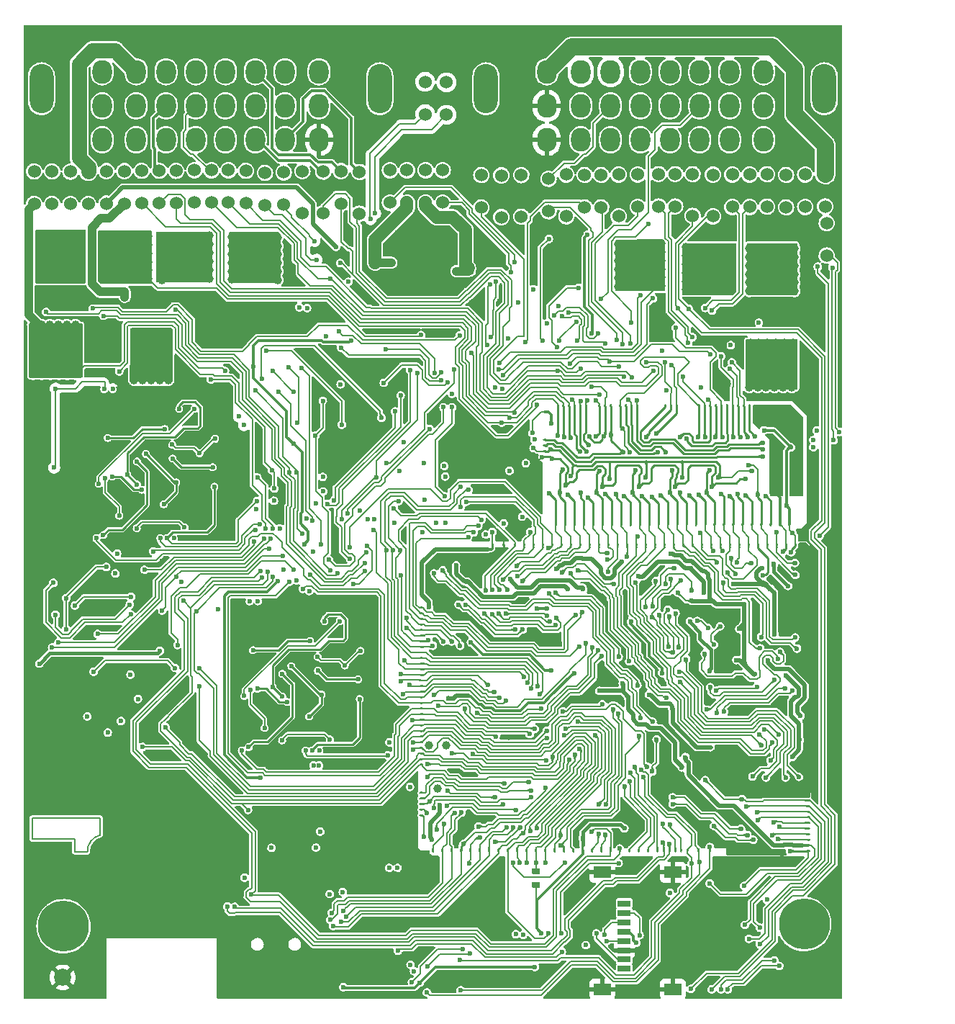
<source format=gbl>
G75*
G70*
%OFA0B0*%
%FSLAX25Y25*%
%IPPOS*%
%LPD*%
%AMOC8*
5,1,8,0,0,1.08239X$1,22.5*
%
%AMM212*
21,1,0.009840,0.009840,-0.000000,-0.000000,270.000000*
21,1,0.000000,0.019680,-0.000000,-0.000000,270.000000*
1,1,0.009840,-0.004920,-0.000000*
1,1,0.009840,-0.004920,-0.000000*
1,1,0.009840,0.004920,-0.000000*
1,1,0.009840,0.004920,-0.000000*
%
%AMM213*
21,1,0.009840,0.009840,-0.000000,-0.000000,180.000000*
21,1,0.000000,0.019680,-0.000000,-0.000000,180.000000*
1,1,0.009840,-0.000000,0.004920*
1,1,0.009840,-0.000000,0.004920*
1,1,0.009840,-0.000000,-0.004920*
1,1,0.009840,-0.000000,-0.004920*
%
%AMM303*
21,1,0.007870,1.133860,-0.000000,-0.000000,0.000000*
21,1,0.000000,1.141730,-0.000000,-0.000000,0.000000*
1,1,0.007870,-0.000000,-0.566930*
1,1,0.007870,-0.000000,-0.566930*
1,1,0.007870,-0.000000,0.566930*
1,1,0.007870,-0.000000,0.566930*
%
%AMM304*
21,1,0.009840,0.009840,-0.000000,-0.000000,90.000000*
21,1,0.000000,0.019680,-0.000000,-0.000000,90.000000*
1,1,0.009840,0.004920,-0.000000*
1,1,0.009840,0.004920,-0.000000*
1,1,0.009840,-0.004920,-0.000000*
1,1,0.009840,-0.004920,-0.000000*
%
%ADD109C,0.01968*%
%ADD13C,0.02362*%
%ADD14C,0.06000*%
%ADD15C,0.23622*%
%ADD16C,0.07874*%
%ADD18O,0.11024X0.22835*%
%ADD19O,0.09055X0.11024*%
%ADD219C,0.03900*%
%ADD365M212*%
%ADD366M213*%
%ADD39R,0.00984X0.71654*%
%ADD40R,0.25591X0.00984*%
%ADD41R,0.25394X0.00984*%
%ADD42R,0.04921X0.00984*%
%ADD43R,0.53740X0.00984*%
%ADD44R,0.01378X0.00984*%
%ADD460M303*%
%ADD461M304*%
%ADD57C,0.03937*%
%ADD58C,0.05906*%
%ADD59C,0.00787*%
%ADD60C,0.01575*%
%ADD61C,0.00800*%
%ADD62C,0.01969*%
%ADD63C,0.01181*%
%ADD66C,0.07087*%
%ADD77C,0.00984*%
%ADD85R,0.05906X0.03150*%
%ADD86R,0.07874X0.05709*%
X0000000Y0000000D02*
%LPD*%
G01*
D59*
X0004361Y0084076D02*
X0035857Y0084076D01*
X0024046Y0068328D02*
X0024046Y0074234D01*
X0024046Y0074234D02*
X0004361Y0074234D01*
X0035857Y0084076D02*
X0035857Y0076202D01*
X0024046Y0068328D02*
X0029952Y0068328D01*
X0004361Y0074234D02*
X0004361Y0084076D01*
X0035857Y0076202D02*
G75*
G03*
X0029952Y0068328I0001885J-007565D01*
G01*
G36*
G01*
X0239291Y0051772D02*
X0236220Y0051772D01*
G75*
G02*
X0235945Y0052047I0000000J0000276D01*
G01*
X0235945Y0054252D01*
G75*
G02*
X0236220Y0054528I0000276J0000000D01*
G01*
X0239291Y0054528D01*
G75*
G02*
X0239567Y0054252I0000000J-000276D01*
G01*
X0239567Y0052047D01*
G75*
G02*
X0239291Y0051772I-000276J0000000D01*
G01*
G37*
G36*
G01*
X0239291Y0058071D02*
X0236220Y0058071D01*
G75*
G02*
X0235945Y0058346I0000000J0000276D01*
G01*
X0235945Y0060551D01*
G75*
G02*
X0236220Y0060827I0000276J0000000D01*
G01*
X0239291Y0060827D01*
G75*
G02*
X0239567Y0060551I0000000J-000276D01*
G01*
X0239567Y0058346D01*
G75*
G02*
X0239291Y0058071I-000276J0000000D01*
G01*
G37*
D85*
X0278622Y0044528D03*
X0278622Y0040197D03*
X0278622Y0035866D03*
X0278622Y0031535D03*
X0278622Y0027205D03*
X0278622Y0022874D03*
X0278622Y0018543D03*
X0278622Y0014213D03*
D86*
X0268386Y0058996D03*
X0301063Y0058996D03*
X0301063Y0004862D03*
X0268386Y0004862D03*
D13*
X0334232Y0045177D03*
X0341456Y0043504D03*
X0333385Y0041339D03*
X0334232Y0037894D03*
X0334527Y0034547D03*
X0341456Y0033268D03*
X0336299Y0028150D03*
X0341456Y0025591D03*
X0318129Y0053839D03*
X0334173Y0052657D03*
D14*
X0302165Y0367106D03*
X0302165Y0382106D03*
D15*
X0018909Y0033933D03*
D14*
X0177953Y0383878D03*
X0177953Y0368878D03*
X0294488Y0367106D03*
X0294488Y0382106D03*
X0095276Y0368878D03*
X0095276Y0383878D03*
X0251772Y0381890D03*
X0251772Y0362598D03*
X0372362Y0344429D03*
X0372362Y0359429D03*
G36*
G01*
X0241339Y0251758D02*
X0242323Y0251758D01*
G75*
G02*
X0242815Y0251266I0000000J-000492D01*
G01*
X0242815Y0251266D01*
G75*
G02*
X0242323Y0250774I-000492J0000000D01*
G01*
X0241339Y0250774D01*
G75*
G02*
X0240846Y0251266I0000000J0000492D01*
G01*
X0240846Y0251266D01*
G75*
G02*
X0241339Y0251758I0000492J0000000D01*
G01*
G37*
G36*
G01*
X0241339Y0254356D02*
X0242323Y0254356D01*
G75*
G02*
X0242815Y0253864I0000000J-000492D01*
G01*
X0242815Y0253864D01*
G75*
G02*
X0242323Y0253372I-000492J0000000D01*
G01*
X0241339Y0253372D01*
G75*
G02*
X0240846Y0253864I0000000J0000492D01*
G01*
X0240846Y0253864D01*
G75*
G02*
X0241339Y0254356I0000492J0000000D01*
G01*
G37*
G36*
G01*
X0241339Y0256955D02*
X0242323Y0256955D01*
G75*
G02*
X0242815Y0256463I0000000J-000492D01*
G01*
X0242815Y0256463D01*
G75*
G02*
X0242323Y0255970I-000492J0000000D01*
G01*
X0241339Y0255970D01*
G75*
G02*
X0240846Y0256463I0000000J0000492D01*
G01*
X0240846Y0256463D01*
G75*
G02*
X0241339Y0256955I0000492J0000000D01*
G01*
G37*
G36*
G01*
X0241339Y0259553D02*
X0242323Y0259553D01*
G75*
G02*
X0242815Y0259061I0000000J-000492D01*
G01*
X0242815Y0259061D01*
G75*
G02*
X0242323Y0258569I-000492J0000000D01*
G01*
X0241339Y0258569D01*
G75*
G02*
X0240846Y0259061I0000000J0000492D01*
G01*
X0240846Y0259061D01*
G75*
G02*
X0241339Y0259553I0000492J0000000D01*
G01*
G37*
G36*
G01*
X0241339Y0272545D02*
X0242323Y0272545D01*
G75*
G02*
X0242815Y0272053I0000000J-000492D01*
G01*
X0242815Y0272053D01*
G75*
G02*
X0242323Y0271561I-000492J0000000D01*
G01*
X0241339Y0271561D01*
G75*
G02*
X0240846Y0272053I0000000J0000492D01*
G01*
X0240846Y0272053D01*
G75*
G02*
X0241339Y0272545I0000492J0000000D01*
G01*
G37*
G36*
G01*
X0354606Y0219400D02*
X0354606Y0220385D01*
G75*
G02*
X0355098Y0220877I0000492J0000000D01*
G01*
X0355098Y0220877D01*
G75*
G02*
X0355591Y0220385I0000000J-000492D01*
G01*
X0355591Y0219400D01*
G75*
G02*
X0355098Y0218908I-000492J0000000D01*
G01*
X0355098Y0218908D01*
G75*
G02*
X0354606Y0219400I0000000J0000492D01*
G01*
G37*
G36*
G01*
X0351260Y0220385D02*
X0351260Y0219400D01*
G75*
G02*
X0350768Y0218908I-000492J0000000D01*
G01*
X0350768Y0218908D01*
G75*
G02*
X0350276Y0219400I0000000J0000492D01*
G01*
X0350276Y0220385D01*
G75*
G02*
X0350768Y0220877I0000492J0000000D01*
G01*
X0350768Y0220877D01*
G75*
G02*
X0351260Y0220385I0000000J-000492D01*
G01*
G37*
G36*
G01*
X0346929Y0220385D02*
X0346929Y0219400D01*
G75*
G02*
X0346437Y0218908I-000492J0000000D01*
G01*
X0346437Y0218908D01*
G75*
G02*
X0345945Y0219400I0000000J0000492D01*
G01*
X0345945Y0220385D01*
G75*
G02*
X0346437Y0220877I0000492J0000000D01*
G01*
X0346437Y0220877D01*
G75*
G02*
X0346929Y0220385I0000000J-000492D01*
G01*
G37*
G36*
G01*
X0342598Y0220385D02*
X0342598Y0219400D01*
G75*
G02*
X0342106Y0218908I-000492J0000000D01*
G01*
X0342106Y0218908D01*
G75*
G02*
X0341614Y0219400I0000000J0000492D01*
G01*
X0341614Y0220385D01*
G75*
G02*
X0342106Y0220877I0000492J0000000D01*
G01*
X0342106Y0220877D01*
G75*
G02*
X0342598Y0220385I0000000J-000492D01*
G01*
G37*
G36*
G01*
X0338268Y0220385D02*
X0338268Y0219400D01*
G75*
G02*
X0337776Y0218908I-000492J0000000D01*
G01*
X0337776Y0218908D01*
G75*
G02*
X0337283Y0219400I0000000J0000492D01*
G01*
X0337283Y0220385D01*
G75*
G02*
X0337776Y0220877I0000492J0000000D01*
G01*
X0337776Y0220877D01*
G75*
G02*
X0338268Y0220385I0000000J-000492D01*
G01*
G37*
G36*
G01*
X0333937Y0220385D02*
X0333937Y0219400D01*
G75*
G02*
X0333445Y0218908I-000492J0000000D01*
G01*
X0333445Y0218908D01*
G75*
G02*
X0332953Y0219400I0000000J0000492D01*
G01*
X0332953Y0220385D01*
G75*
G02*
X0333445Y0220877I0000492J0000000D01*
G01*
X0333445Y0220877D01*
G75*
G02*
X0333937Y0220385I0000000J-000492D01*
G01*
G37*
G36*
G01*
X0329606Y0220385D02*
X0329606Y0219400D01*
G75*
G02*
X0329114Y0218908I-000492J0000000D01*
G01*
X0329114Y0218908D01*
G75*
G02*
X0328622Y0219400I0000000J0000492D01*
G01*
X0328622Y0220385D01*
G75*
G02*
X0329114Y0220877I0000492J0000000D01*
G01*
X0329114Y0220877D01*
G75*
G02*
X0329606Y0220385I0000000J-000492D01*
G01*
G37*
G36*
G01*
X0325276Y0220385D02*
X0325276Y0219400D01*
G75*
G02*
X0324783Y0218908I-000492J0000000D01*
G01*
X0324783Y0218908D01*
G75*
G02*
X0324291Y0219400I0000000J0000492D01*
G01*
X0324291Y0220385D01*
G75*
G02*
X0324783Y0220877I0000492J0000000D01*
G01*
X0324783Y0220877D01*
G75*
G02*
X0325276Y0220385I0000000J-000492D01*
G01*
G37*
G36*
G01*
X0320945Y0220385D02*
X0320945Y0219400D01*
G75*
G02*
X0320453Y0218908I-000492J0000000D01*
G01*
X0320453Y0218908D01*
G75*
G02*
X0319961Y0219400I0000000J0000492D01*
G01*
X0319961Y0220385D01*
G75*
G02*
X0320453Y0220877I0000492J0000000D01*
G01*
X0320453Y0220877D01*
G75*
G02*
X0320945Y0220385I0000000J-000492D01*
G01*
G37*
G36*
G01*
X0316614Y0220385D02*
X0316614Y0219400D01*
G75*
G02*
X0316122Y0218908I-000492J0000000D01*
G01*
X0316122Y0218908D01*
G75*
G02*
X0315630Y0219400I0000000J0000492D01*
G01*
X0315630Y0220385D01*
G75*
G02*
X0316122Y0220877I0000492J0000000D01*
G01*
X0316122Y0220877D01*
G75*
G02*
X0316614Y0220385I0000000J-000492D01*
G01*
G37*
G36*
G01*
X0312284Y0220385D02*
X0312284Y0219400D01*
G75*
G02*
X0311791Y0218908I-000492J0000000D01*
G01*
X0311791Y0218908D01*
G75*
G02*
X0311299Y0219400I0000000J0000492D01*
G01*
X0311299Y0220385D01*
G75*
G02*
X0311791Y0220877I0000492J0000000D01*
G01*
X0311791Y0220877D01*
G75*
G02*
X0312284Y0220385I0000000J-000492D01*
G01*
G37*
G36*
G01*
X0307953Y0220385D02*
X0307953Y0219400D01*
G75*
G02*
X0307461Y0218908I-000492J0000000D01*
G01*
X0307461Y0218908D01*
G75*
G02*
X0306969Y0219400I0000000J0000492D01*
G01*
X0306969Y0220385D01*
G75*
G02*
X0307461Y0220877I0000492J0000000D01*
G01*
X0307461Y0220877D01*
G75*
G02*
X0307953Y0220385I0000000J-000492D01*
G01*
G37*
G36*
G01*
X0303622Y0220385D02*
X0303622Y0219400D01*
G75*
G02*
X0303130Y0218908I-000492J0000000D01*
G01*
X0303130Y0218908D01*
G75*
G02*
X0302638Y0219400I0000000J0000492D01*
G01*
X0302638Y0220385D01*
G75*
G02*
X0303130Y0220877I0000492J0000000D01*
G01*
X0303130Y0220877D01*
G75*
G02*
X0303622Y0220385I0000000J-000492D01*
G01*
G37*
G36*
G01*
X0299291Y0220385D02*
X0299291Y0219400D01*
G75*
G02*
X0298799Y0218908I-000492J0000000D01*
G01*
X0298799Y0218908D01*
G75*
G02*
X0298307Y0219400I0000000J0000492D01*
G01*
X0298307Y0220385D01*
G75*
G02*
X0298799Y0220877I0000492J0000000D01*
G01*
X0298799Y0220877D01*
G75*
G02*
X0299291Y0220385I0000000J-000492D01*
G01*
G37*
G36*
G01*
X0294961Y0220385D02*
X0294961Y0219400D01*
G75*
G02*
X0294469Y0218908I-000492J0000000D01*
G01*
X0294469Y0218908D01*
G75*
G02*
X0293976Y0219400I0000000J0000492D01*
G01*
X0293976Y0220385D01*
G75*
G02*
X0294469Y0220877I0000492J0000000D01*
G01*
X0294469Y0220877D01*
G75*
G02*
X0294961Y0220385I0000000J-000492D01*
G01*
G37*
G36*
G01*
X0290630Y0220385D02*
X0290630Y0219400D01*
G75*
G02*
X0290138Y0218908I-000492J0000000D01*
G01*
X0290138Y0218908D01*
G75*
G02*
X0289646Y0219400I0000000J0000492D01*
G01*
X0289646Y0220385D01*
G75*
G02*
X0290138Y0220877I0000492J0000000D01*
G01*
X0290138Y0220877D01*
G75*
G02*
X0290630Y0220385I0000000J-000492D01*
G01*
G37*
G36*
G01*
X0286299Y0220385D02*
X0286299Y0219400D01*
G75*
G02*
X0285807Y0218908I-000492J0000000D01*
G01*
X0285807Y0218908D01*
G75*
G02*
X0285315Y0219400I0000000J0000492D01*
G01*
X0285315Y0220385D01*
G75*
G02*
X0285807Y0220877I0000492J0000000D01*
G01*
X0285807Y0220877D01*
G75*
G02*
X0286299Y0220385I0000000J-000492D01*
G01*
G37*
G36*
G01*
X0281969Y0220385D02*
X0281969Y0219400D01*
G75*
G02*
X0281476Y0218908I-000492J0000000D01*
G01*
X0281476Y0218908D01*
G75*
G02*
X0280984Y0219400I0000000J0000492D01*
G01*
X0280984Y0220385D01*
G75*
G02*
X0281476Y0220877I0000492J0000000D01*
G01*
X0281476Y0220877D01*
G75*
G02*
X0281969Y0220385I0000000J-000492D01*
G01*
G37*
G36*
G01*
X0277638Y0220385D02*
X0277638Y0219400D01*
G75*
G02*
X0277146Y0218908I-000492J0000000D01*
G01*
X0277146Y0218908D01*
G75*
G02*
X0276654Y0219400I0000000J0000492D01*
G01*
X0276654Y0220385D01*
G75*
G02*
X0277146Y0220877I0000492J0000000D01*
G01*
X0277146Y0220877D01*
G75*
G02*
X0277638Y0220385I0000000J-000492D01*
G01*
G37*
G36*
G01*
X0273307Y0220385D02*
X0273307Y0219400D01*
G75*
G02*
X0272815Y0218908I-000492J0000000D01*
G01*
X0272815Y0218908D01*
G75*
G02*
X0272323Y0219400I0000000J0000492D01*
G01*
X0272323Y0220385D01*
G75*
G02*
X0272815Y0220877I0000492J0000000D01*
G01*
X0272815Y0220877D01*
G75*
G02*
X0273307Y0220385I0000000J-000492D01*
G01*
G37*
G36*
G01*
X0268977Y0220385D02*
X0268977Y0219400D01*
G75*
G02*
X0268484Y0218908I-000492J0000000D01*
G01*
X0268484Y0218908D01*
G75*
G02*
X0267992Y0219400I0000000J0000492D01*
G01*
X0267992Y0220385D01*
G75*
G02*
X0268484Y0220877I0000492J0000000D01*
G01*
X0268484Y0220877D01*
G75*
G02*
X0268977Y0220385I0000000J-000492D01*
G01*
G37*
G36*
G01*
X0264646Y0220385D02*
X0264646Y0219400D01*
G75*
G02*
X0264154Y0218908I-000492J0000000D01*
G01*
X0264154Y0218908D01*
G75*
G02*
X0263662Y0219400I0000000J0000492D01*
G01*
X0263662Y0220385D01*
G75*
G02*
X0264154Y0220877I0000492J0000000D01*
G01*
X0264154Y0220877D01*
G75*
G02*
X0264646Y0220385I0000000J-000492D01*
G01*
G37*
G36*
G01*
X0260315Y0220385D02*
X0260315Y0219400D01*
G75*
G02*
X0259823Y0218908I-000492J0000000D01*
G01*
X0259823Y0218908D01*
G75*
G02*
X0259331Y0219400I0000000J0000492D01*
G01*
X0259331Y0220385D01*
G75*
G02*
X0259823Y0220877I0000492J0000000D01*
G01*
X0259823Y0220877D01*
G75*
G02*
X0260315Y0220385I0000000J-000492D01*
G01*
G37*
G36*
G01*
X0255984Y0220385D02*
X0255984Y0219400D01*
G75*
G02*
X0255492Y0218908I-000492J0000000D01*
G01*
X0255492Y0218908D01*
G75*
G02*
X0255000Y0219400I0000000J0000492D01*
G01*
X0255000Y0220385D01*
G75*
G02*
X0255492Y0220877I0000492J0000000D01*
G01*
X0255492Y0220877D01*
G75*
G02*
X0255984Y0220385I0000000J-000492D01*
G01*
G37*
G36*
G01*
X0251654Y0220385D02*
X0251654Y0219400D01*
G75*
G02*
X0251162Y0218908I-000492J0000000D01*
G01*
X0251162Y0218908D01*
G75*
G02*
X0250669Y0219400I0000000J0000492D01*
G01*
X0250669Y0220385D01*
G75*
G02*
X0251162Y0220877I0000492J0000000D01*
G01*
X0251162Y0220877D01*
G75*
G02*
X0251654Y0220385I0000000J-000492D01*
G01*
G37*
G36*
G01*
X0247323Y0220385D02*
X0247323Y0219400D01*
G75*
G02*
X0246831Y0218908I-000492J0000000D01*
G01*
X0246831Y0218908D01*
G75*
G02*
X0246339Y0219400I0000000J0000492D01*
G01*
X0246339Y0220385D01*
G75*
G02*
X0246831Y0220877I0000492J0000000D01*
G01*
X0246831Y0220877D01*
G75*
G02*
X0247323Y0220385I0000000J-000492D01*
G01*
G37*
G36*
G01*
X0248311Y0275353D02*
X0248311Y0274369D01*
G75*
G02*
X0247819Y0273877I-000492J0000000D01*
G01*
X0247819Y0273877D01*
G75*
G02*
X0247327Y0274369I0000000J0000492D01*
G01*
X0247327Y0275353D01*
G75*
G02*
X0247819Y0275845I0000492J0000000D01*
G01*
X0247819Y0275845D01*
G75*
G02*
X0248311Y0275353I0000000J-000492D01*
G01*
G37*
G36*
G01*
X0250909Y0275353D02*
X0250909Y0274369D01*
G75*
G02*
X0250417Y0273877I-000492J0000000D01*
G01*
X0250417Y0273877D01*
G75*
G02*
X0249925Y0274369I0000000J0000492D01*
G01*
X0249925Y0275353D01*
G75*
G02*
X0250417Y0275845I0000492J0000000D01*
G01*
X0250417Y0275845D01*
G75*
G02*
X0250909Y0275353I0000000J-000492D01*
G01*
G37*
G36*
G01*
X0253508Y0275353D02*
X0253508Y0274369D01*
G75*
G02*
X0253016Y0273877I-000492J0000000D01*
G01*
X0253016Y0273877D01*
G75*
G02*
X0252524Y0274369I0000000J0000492D01*
G01*
X0252524Y0275353D01*
G75*
G02*
X0253016Y0275845I0000492J0000000D01*
G01*
X0253016Y0275845D01*
G75*
G02*
X0253508Y0275353I0000000J-000492D01*
G01*
G37*
G36*
G01*
X0256106Y0275353D02*
X0256106Y0274369D01*
G75*
G02*
X0255614Y0273877I-000492J0000000D01*
G01*
X0255614Y0273877D01*
G75*
G02*
X0255122Y0274369I0000000J0000492D01*
G01*
X0255122Y0275353D01*
G75*
G02*
X0255614Y0275845I0000492J0000000D01*
G01*
X0255614Y0275845D01*
G75*
G02*
X0256106Y0275353I0000000J-000492D01*
G01*
G37*
G36*
G01*
X0258705Y0275353D02*
X0258705Y0274369D01*
G75*
G02*
X0258213Y0273877I-000492J0000000D01*
G01*
X0258213Y0273877D01*
G75*
G02*
X0257720Y0274369I0000000J0000492D01*
G01*
X0257720Y0275353D01*
G75*
G02*
X0258213Y0275845I0000492J0000000D01*
G01*
X0258213Y0275845D01*
G75*
G02*
X0258705Y0275353I0000000J-000492D01*
G01*
G37*
G36*
G01*
X0261303Y0275353D02*
X0261303Y0274369D01*
G75*
G02*
X0260811Y0273877I-000492J0000000D01*
G01*
X0260811Y0273877D01*
G75*
G02*
X0260319Y0274369I0000000J0000492D01*
G01*
X0260319Y0275353D01*
G75*
G02*
X0260811Y0275845I0000492J0000000D01*
G01*
X0260811Y0275845D01*
G75*
G02*
X0261303Y0275353I0000000J-000492D01*
G01*
G37*
G36*
G01*
X0267606Y0275353D02*
X0267606Y0274369D01*
G75*
G02*
X0267114Y0273877I-000492J0000000D01*
G01*
X0267114Y0273877D01*
G75*
G02*
X0266622Y0274369I0000000J0000492D01*
G01*
X0266622Y0275353D01*
G75*
G02*
X0267114Y0275845I0000492J0000000D01*
G01*
X0267114Y0275845D01*
G75*
G02*
X0267606Y0275353I0000000J-000492D01*
G01*
G37*
G36*
G01*
X0270205Y0275353D02*
X0270205Y0274369D01*
G75*
G02*
X0269713Y0273877I-000492J0000000D01*
G01*
X0269713Y0273877D01*
G75*
G02*
X0269220Y0274369I0000000J0000492D01*
G01*
X0269220Y0275353D01*
G75*
G02*
X0269713Y0275845I0000492J0000000D01*
G01*
X0269713Y0275845D01*
G75*
G02*
X0270205Y0275353I0000000J-000492D01*
G01*
G37*
G36*
G01*
X0272803Y0275353D02*
X0272803Y0274369D01*
G75*
G02*
X0272311Y0273877I-000492J0000000D01*
G01*
X0272311Y0273877D01*
G75*
G02*
X0271819Y0274369I0000000J0000492D01*
G01*
X0271819Y0275353D01*
G75*
G02*
X0272311Y0275845I0000492J0000000D01*
G01*
X0272311Y0275845D01*
G75*
G02*
X0272803Y0275353I0000000J-000492D01*
G01*
G37*
G36*
G01*
X0277216Y0275353D02*
X0277216Y0274369D01*
G75*
G02*
X0276724Y0273877I-000492J0000000D01*
G01*
X0276724Y0273877D01*
G75*
G02*
X0276232Y0274369I0000000J0000492D01*
G01*
X0276232Y0275353D01*
G75*
G02*
X0276724Y0275845I0000492J0000000D01*
G01*
X0276724Y0275845D01*
G75*
G02*
X0277216Y0275353I0000000J-000492D01*
G01*
G37*
G36*
G01*
X0279815Y0275353D02*
X0279815Y0274369D01*
G75*
G02*
X0279322Y0273877I-000492J0000000D01*
G01*
X0279322Y0273877D01*
G75*
G02*
X0278830Y0274369I0000000J0000492D01*
G01*
X0278830Y0275353D01*
G75*
G02*
X0279322Y0275845I0000492J0000000D01*
G01*
X0279322Y0275845D01*
G75*
G02*
X0279815Y0275353I0000000J-000492D01*
G01*
G37*
G36*
G01*
X0282413Y0275353D02*
X0282413Y0274369D01*
G75*
G02*
X0281921Y0273877I-000492J0000000D01*
G01*
X0281921Y0273877D01*
G75*
G02*
X0281429Y0274369I0000000J0000492D01*
G01*
X0281429Y0275353D01*
G75*
G02*
X0281921Y0275845I0000492J0000000D01*
G01*
X0281921Y0275845D01*
G75*
G02*
X0282413Y0275353I0000000J-000492D01*
G01*
G37*
G36*
G01*
X0285011Y0275353D02*
X0285011Y0274369D01*
G75*
G02*
X0284519Y0273877I-000492J0000000D01*
G01*
X0284519Y0273877D01*
G75*
G02*
X0284027Y0274369I0000000J0000492D01*
G01*
X0284027Y0275353D01*
G75*
G02*
X0284519Y0275845I0000492J0000000D01*
G01*
X0284519Y0275845D01*
G75*
G02*
X0285011Y0275353I0000000J-000492D01*
G01*
G37*
G36*
G01*
X0298106Y0275353D02*
X0298106Y0274369D01*
G75*
G02*
X0297614Y0273877I-000492J0000000D01*
G01*
X0297614Y0273877D01*
G75*
G02*
X0297122Y0274369I0000000J0000492D01*
G01*
X0297122Y0275353D01*
G75*
G02*
X0297614Y0275845I0000492J0000000D01*
G01*
X0297614Y0275845D01*
G75*
G02*
X0298106Y0275353I0000000J-000492D01*
G01*
G37*
G36*
G01*
X0300705Y0275353D02*
X0300705Y0274369D01*
G75*
G02*
X0300213Y0273877I-000492J0000000D01*
G01*
X0300213Y0273877D01*
G75*
G02*
X0299720Y0274369I0000000J0000492D01*
G01*
X0299720Y0275353D01*
G75*
G02*
X0300213Y0275845I0000492J0000000D01*
G01*
X0300213Y0275845D01*
G75*
G02*
X0300705Y0275353I0000000J-000492D01*
G01*
G37*
G36*
G01*
X0303303Y0275353D02*
X0303303Y0274369D01*
G75*
G02*
X0302811Y0273877I-000492J0000000D01*
G01*
X0302811Y0273877D01*
G75*
G02*
X0302319Y0274369I0000000J0000492D01*
G01*
X0302319Y0275353D01*
G75*
G02*
X0302811Y0275845I0000492J0000000D01*
G01*
X0302811Y0275845D01*
G75*
G02*
X0303303Y0275353I0000000J-000492D01*
G01*
G37*
G36*
G01*
X0313720Y0275353D02*
X0313720Y0274369D01*
G75*
G02*
X0313228Y0273877I-000492J0000000D01*
G01*
X0313228Y0273877D01*
G75*
G02*
X0312736Y0274369I0000000J0000492D01*
G01*
X0312736Y0275353D01*
G75*
G02*
X0313228Y0275845I0000492J0000000D01*
G01*
X0313228Y0275845D01*
G75*
G02*
X0313720Y0275353I0000000J-000492D01*
G01*
G37*
G36*
G01*
X0316319Y0275353D02*
X0316319Y0274369D01*
G75*
G02*
X0315827Y0273877I-000492J0000000D01*
G01*
X0315827Y0273877D01*
G75*
G02*
X0315335Y0274369I0000000J0000492D01*
G01*
X0315335Y0275353D01*
G75*
G02*
X0315827Y0275845I0000492J0000000D01*
G01*
X0315827Y0275845D01*
G75*
G02*
X0316319Y0275353I0000000J-000492D01*
G01*
G37*
G36*
G01*
X0318917Y0275353D02*
X0318917Y0274369D01*
G75*
G02*
X0318425Y0273877I-000492J0000000D01*
G01*
X0318425Y0273877D01*
G75*
G02*
X0317933Y0274369I0000000J0000492D01*
G01*
X0317933Y0275353D01*
G75*
G02*
X0318425Y0275845I0000492J0000000D01*
G01*
X0318425Y0275845D01*
G75*
G02*
X0318917Y0275353I0000000J-000492D01*
G01*
G37*
G36*
G01*
X0321516Y0275353D02*
X0321516Y0274369D01*
G75*
G02*
X0321024Y0273877I-000492J0000000D01*
G01*
X0321024Y0273877D01*
G75*
G02*
X0320531Y0274369I0000000J0000492D01*
G01*
X0320531Y0275353D01*
G75*
G02*
X0321024Y0275845I0000492J0000000D01*
G01*
X0321024Y0275845D01*
G75*
G02*
X0321516Y0275353I0000000J-000492D01*
G01*
G37*
G36*
G01*
X0324114Y0275353D02*
X0324114Y0274369D01*
G75*
G02*
X0323622Y0273877I-000492J0000000D01*
G01*
X0323622Y0273877D01*
G75*
G02*
X0323130Y0274369I0000000J0000492D01*
G01*
X0323130Y0275353D01*
G75*
G02*
X0323622Y0275845I0000492J0000000D01*
G01*
X0323622Y0275845D01*
G75*
G02*
X0324114Y0275353I0000000J-000492D01*
G01*
G37*
G36*
G01*
X0326713Y0275353D02*
X0326713Y0274369D01*
G75*
G02*
X0326220Y0273877I-000492J0000000D01*
G01*
X0326220Y0273877D01*
G75*
G02*
X0325728Y0274369I0000000J0000492D01*
G01*
X0325728Y0275353D01*
G75*
G02*
X0326220Y0275845I0000492J0000000D01*
G01*
X0326220Y0275845D01*
G75*
G02*
X0326713Y0275353I0000000J-000492D01*
G01*
G37*
G36*
G01*
X0329311Y0275353D02*
X0329311Y0274369D01*
G75*
G02*
X0328819Y0273877I-000492J0000000D01*
G01*
X0328819Y0273877D01*
G75*
G02*
X0328327Y0274369I0000000J0000492D01*
G01*
X0328327Y0275353D01*
G75*
G02*
X0328819Y0275845I0000492J0000000D01*
G01*
X0328819Y0275845D01*
G75*
G02*
X0329311Y0275353I0000000J-000492D01*
G01*
G37*
G36*
G01*
X0331909Y0275353D02*
X0331909Y0274369D01*
G75*
G02*
X0331417Y0273877I-000492J0000000D01*
G01*
X0331417Y0273877D01*
G75*
G02*
X0330925Y0274369I0000000J0000492D01*
G01*
X0330925Y0275353D01*
G75*
G02*
X0331417Y0275845I0000492J0000000D01*
G01*
X0331417Y0275845D01*
G75*
G02*
X0331909Y0275353I0000000J-000492D01*
G01*
G37*
G36*
G01*
X0334508Y0275353D02*
X0334508Y0274369D01*
G75*
G02*
X0334016Y0273877I-000492J0000000D01*
G01*
X0334016Y0273877D01*
G75*
G02*
X0333524Y0274369I0000000J0000492D01*
G01*
X0333524Y0275353D01*
G75*
G02*
X0334016Y0275845I0000492J0000000D01*
G01*
X0334016Y0275845D01*
G75*
G02*
X0334508Y0275353I0000000J-000492D01*
G01*
G37*
G36*
G01*
X0337106Y0275353D02*
X0337106Y0274369D01*
G75*
G02*
X0336614Y0273877I-000492J0000000D01*
G01*
X0336614Y0273877D01*
G75*
G02*
X0336122Y0274369I0000000J0000492D01*
G01*
X0336122Y0275353D01*
G75*
G02*
X0336614Y0275845I0000492J0000000D01*
G01*
X0336614Y0275845D01*
G75*
G02*
X0337106Y0275353I0000000J-000492D01*
G01*
G37*
D18*
X0165354Y0421654D03*
X0008661Y0421654D03*
D19*
X0036811Y0398031D03*
X0052559Y0398031D03*
X0066339Y0398031D03*
X0080118Y0398031D03*
X0093898Y0398031D03*
X0107677Y0398031D03*
X0121457Y0398031D03*
X0137205Y0398031D03*
X0036811Y0413780D03*
X0052559Y0413780D03*
X0066339Y0413780D03*
X0080118Y0413780D03*
X0093898Y0413780D03*
X0107677Y0413780D03*
X0121457Y0413780D03*
X0137205Y0413780D03*
X0036811Y0429528D03*
X0052559Y0429528D03*
X0066339Y0429528D03*
X0080118Y0429528D03*
X0093898Y0429528D03*
X0107677Y0429528D03*
X0121457Y0429528D03*
X0137205Y0429528D03*
D14*
X0186417Y0409823D03*
X0186417Y0424823D03*
X0362402Y0366909D03*
X0362402Y0381909D03*
X0170079Y0368878D03*
X0170079Y0383878D03*
X0013583Y0368353D03*
X0013583Y0383353D03*
X0267913Y0366713D03*
X0267913Y0381713D03*
X0087402Y0368878D03*
X0087402Y0383878D03*
X0284843Y0366909D03*
X0284843Y0381909D03*
X0047047Y0368484D03*
X0047047Y0383484D03*
D13*
X0203740Y0023327D03*
X0207185Y0021260D03*
X0202559Y0018307D03*
X0202854Y0004331D03*
X0109992Y0102693D03*
X0115208Y0070311D03*
X0135809Y0070380D03*
X0137748Y0077791D03*
X0142177Y0048854D03*
X0101476Y0115354D03*
X0131004Y0115354D03*
X0134154Y0115354D03*
X0137303Y0115354D03*
D42*
X0100591Y0185236D03*
D44*
X0098819Y0114567D03*
D41*
X0151969Y0114567D03*
D39*
X0098622Y0149902D03*
D40*
X0116240Y0114567D03*
D43*
X0137795Y0185236D03*
D39*
X0164173Y0149902D03*
D13*
X0108957Y0184350D03*
X0105020Y0184350D03*
D14*
X0260236Y0366713D03*
X0260236Y0381713D03*
X0112205Y0367697D03*
X0112205Y0382697D03*
X0038780Y0368484D03*
X0038780Y0383484D03*
X0129528Y0383464D03*
X0129528Y0364173D03*
X0005305Y0368353D03*
X0005305Y0383353D03*
X0055118Y0368681D03*
X0055118Y0383681D03*
X0212402Y0366713D03*
X0212402Y0381713D03*
X0103346Y0368681D03*
X0103346Y0383681D03*
X0319669Y0381870D03*
X0319669Y0362579D03*
X0353543Y0381713D03*
X0353543Y0366713D03*
X0063189Y0368681D03*
X0063189Y0383681D03*
X0275984Y0381890D03*
X0275984Y0362598D03*
X0022047Y0368287D03*
X0022047Y0383287D03*
X0120866Y0367894D03*
X0120866Y0382894D03*
D15*
X0362000Y0034933D03*
D14*
X0071063Y0368681D03*
X0071063Y0383681D03*
X0079528Y0368878D03*
X0079528Y0383878D03*
X0155906Y0383071D03*
X0155906Y0363779D03*
X0147441Y0368484D03*
X0147441Y0383484D03*
X0186614Y0368878D03*
X0186614Y0383878D03*
G36*
G01*
X0184096Y0085841D02*
X0185081Y0085841D01*
G75*
G02*
X0185573Y0085349I0000000J-000492D01*
G01*
X0185573Y0085349D01*
G75*
G02*
X0185081Y0084857I-000492J0000000D01*
G01*
X0184096Y0084857D01*
G75*
G02*
X0183604Y0085349I0000000J0000492D01*
G01*
X0183604Y0085349D01*
G75*
G02*
X0184096Y0085841I0000492J0000000D01*
G01*
G37*
G36*
G01*
X0185081Y0087455D02*
X0184096Y0087455D01*
G75*
G02*
X0183604Y0087947I0000000J0000492D01*
G01*
X0183604Y0087947D01*
G75*
G02*
X0184096Y0088439I0000492J0000000D01*
G01*
X0185081Y0088439D01*
G75*
G02*
X0185573Y0087947I0000000J-000492D01*
G01*
X0185573Y0087947D01*
G75*
G02*
X0185081Y0087455I-000492J0000000D01*
G01*
G37*
G36*
G01*
X0185081Y0090054D02*
X0184096Y0090054D01*
G75*
G02*
X0183604Y0090546I0000000J0000492D01*
G01*
X0183604Y0090546D01*
G75*
G02*
X0184096Y0091038I0000492J0000000D01*
G01*
X0185081Y0091038D01*
G75*
G02*
X0185573Y0090546I0000000J-000492D01*
G01*
X0185573Y0090546D01*
G75*
G02*
X0185081Y0090054I-000492J0000000D01*
G01*
G37*
G36*
G01*
X0185081Y0092652D02*
X0184096Y0092652D01*
G75*
G02*
X0183604Y0093144I0000000J0000492D01*
G01*
X0183604Y0093144D01*
G75*
G02*
X0184096Y0093636I0000492J0000000D01*
G01*
X0185081Y0093636D01*
G75*
G02*
X0185573Y0093144I0000000J-000492D01*
G01*
X0185573Y0093144D01*
G75*
G02*
X0185081Y0092652I-000492J0000000D01*
G01*
G37*
G36*
G01*
X0185081Y0095250D02*
X0184096Y0095250D01*
G75*
G02*
X0183604Y0095743I0000000J0000492D01*
G01*
X0183604Y0095743D01*
G75*
G02*
X0184096Y0096235I0000492J0000000D01*
G01*
X0185081Y0096235D01*
G75*
G02*
X0185573Y0095743I0000000J-000492D01*
G01*
X0185573Y0095743D01*
G75*
G02*
X0185081Y0095250I-000492J0000000D01*
G01*
G37*
G36*
G01*
X0185081Y0108243D02*
X0184096Y0108243D01*
G75*
G02*
X0183604Y0108735I0000000J0000492D01*
G01*
X0183604Y0108735D01*
G75*
G02*
X0184096Y0109227I0000492J0000000D01*
G01*
X0185081Y0109227D01*
G75*
G02*
X0185573Y0108735I0000000J-000492D01*
G01*
X0185573Y0108735D01*
G75*
G02*
X0185081Y0108243I-000492J0000000D01*
G01*
G37*
G36*
G01*
X0185081Y0110841D02*
X0184096Y0110841D01*
G75*
G02*
X0183604Y0111333I0000000J0000492D01*
G01*
X0183604Y0111333D01*
G75*
G02*
X0184096Y0111825I0000492J0000000D01*
G01*
X0185081Y0111825D01*
G75*
G02*
X0185573Y0111333I0000000J-000492D01*
G01*
X0185573Y0111333D01*
G75*
G02*
X0185081Y0110841I-000492J0000000D01*
G01*
G37*
G36*
G01*
X0185081Y0113439D02*
X0184096Y0113439D01*
G75*
G02*
X0183604Y0113932I0000000J0000492D01*
G01*
X0183604Y0113932D01*
G75*
G02*
X0184096Y0114424I0000492J0000000D01*
G01*
X0185081Y0114424D01*
G75*
G02*
X0185573Y0113932I0000000J-000492D01*
G01*
X0185573Y0113932D01*
G75*
G02*
X0185081Y0113439I-000492J0000000D01*
G01*
G37*
G36*
G01*
X0185081Y0116038D02*
X0184096Y0116038D01*
G75*
G02*
X0183604Y0116530I0000000J0000492D01*
G01*
X0183604Y0116530D01*
G75*
G02*
X0184096Y0117022I0000492J0000000D01*
G01*
X0185081Y0117022D01*
G75*
G02*
X0185573Y0116530I0000000J-000492D01*
G01*
X0185573Y0116530D01*
G75*
G02*
X0185081Y0116038I-000492J0000000D01*
G01*
G37*
G36*
G01*
X0185081Y0118636D02*
X0184096Y0118636D01*
G75*
G02*
X0183604Y0119128I0000000J0000492D01*
G01*
X0183604Y0119128D01*
G75*
G02*
X0184096Y0119621I0000492J0000000D01*
G01*
X0185081Y0119621D01*
G75*
G02*
X0185573Y0119128I0000000J-000492D01*
G01*
X0185573Y0119128D01*
G75*
G02*
X0185081Y0118636I-000492J0000000D01*
G01*
G37*
G36*
G01*
X0185081Y0121235D02*
X0184096Y0121235D01*
G75*
G02*
X0183604Y0121727I0000000J0000492D01*
G01*
X0183604Y0121727D01*
G75*
G02*
X0184096Y0122219I0000492J0000000D01*
G01*
X0185081Y0122219D01*
G75*
G02*
X0185573Y0121727I0000000J-000492D01*
G01*
X0185573Y0121727D01*
G75*
G02*
X0185081Y0121235I-000492J0000000D01*
G01*
G37*
G36*
G01*
X0185081Y0123833D02*
X0184096Y0123833D01*
G75*
G02*
X0183604Y0124325I0000000J0000492D01*
G01*
X0183604Y0124325D01*
G75*
G02*
X0184096Y0124817I0000492J0000000D01*
G01*
X0185081Y0124817D01*
G75*
G02*
X0185573Y0124325I0000000J-000492D01*
G01*
X0185573Y0124325D01*
G75*
G02*
X0185081Y0123833I-000492J0000000D01*
G01*
G37*
G36*
G01*
X0185081Y0126432D02*
X0184096Y0126432D01*
G75*
G02*
X0183604Y0126924I0000000J0000492D01*
G01*
X0183604Y0126924D01*
G75*
G02*
X0184096Y0127416I0000492J0000000D01*
G01*
X0185081Y0127416D01*
G75*
G02*
X0185573Y0126924I0000000J-000492D01*
G01*
X0185573Y0126924D01*
G75*
G02*
X0185081Y0126432I-000492J0000000D01*
G01*
G37*
G36*
G01*
X0185081Y0129030D02*
X0184096Y0129030D01*
G75*
G02*
X0183604Y0129522I0000000J0000492D01*
G01*
X0183604Y0129522D01*
G75*
G02*
X0184096Y0130014I0000492J0000000D01*
G01*
X0185081Y0130014D01*
G75*
G02*
X0185573Y0129522I0000000J-000492D01*
G01*
X0185573Y0129522D01*
G75*
G02*
X0185081Y0129030I-000492J0000000D01*
G01*
G37*
G36*
G01*
X0185081Y0131628D02*
X0184096Y0131628D01*
G75*
G02*
X0183604Y0132121I0000000J0000492D01*
G01*
X0183604Y0132121D01*
G75*
G02*
X0184096Y0132613I0000492J0000000D01*
G01*
X0185081Y0132613D01*
G75*
G02*
X0185573Y0132121I0000000J-000492D01*
G01*
X0185573Y0132121D01*
G75*
G02*
X0185081Y0131628I-000492J0000000D01*
G01*
G37*
G36*
G01*
X0185081Y0134227D02*
X0184096Y0134227D01*
G75*
G02*
X0183604Y0134719I0000000J0000492D01*
G01*
X0183604Y0134719D01*
G75*
G02*
X0184096Y0135211I0000492J0000000D01*
G01*
X0185081Y0135211D01*
G75*
G02*
X0185573Y0134719I0000000J-000492D01*
G01*
X0185573Y0134719D01*
G75*
G02*
X0185081Y0134227I-000492J0000000D01*
G01*
G37*
G36*
G01*
X0185081Y0136825D02*
X0184096Y0136825D01*
G75*
G02*
X0183604Y0137317I0000000J0000492D01*
G01*
X0183604Y0137317D01*
G75*
G02*
X0184096Y0137810I0000492J0000000D01*
G01*
X0185081Y0137810D01*
G75*
G02*
X0185573Y0137317I0000000J-000492D01*
G01*
X0185573Y0137317D01*
G75*
G02*
X0185081Y0136825I-000492J0000000D01*
G01*
G37*
G36*
G01*
X0185081Y0139424D02*
X0184096Y0139424D01*
G75*
G02*
X0183604Y0139916I0000000J0000492D01*
G01*
X0183604Y0139916D01*
G75*
G02*
X0184096Y0140408I0000492J0000000D01*
G01*
X0185081Y0140408D01*
G75*
G02*
X0185573Y0139916I0000000J-000492D01*
G01*
X0185573Y0139916D01*
G75*
G02*
X0185081Y0139424I-000492J0000000D01*
G01*
G37*
G36*
G01*
X0185081Y0142022D02*
X0184096Y0142022D01*
G75*
G02*
X0183604Y0142514I0000000J0000492D01*
G01*
X0183604Y0142514D01*
G75*
G02*
X0184096Y0143006I0000492J0000000D01*
G01*
X0185081Y0143006D01*
G75*
G02*
X0185573Y0142514I0000000J-000492D01*
G01*
X0185573Y0142514D01*
G75*
G02*
X0185081Y0142022I-000492J0000000D01*
G01*
G37*
G36*
G01*
X0185081Y0144621D02*
X0184096Y0144621D01*
G75*
G02*
X0183604Y0145113I0000000J0000492D01*
G01*
X0183604Y0145113D01*
G75*
G02*
X0184096Y0145605I0000492J0000000D01*
G01*
X0185081Y0145605D01*
G75*
G02*
X0185573Y0145113I0000000J-000492D01*
G01*
X0185573Y0145113D01*
G75*
G02*
X0185081Y0144621I-000492J0000000D01*
G01*
G37*
G36*
G01*
X0185081Y0147219D02*
X0184096Y0147219D01*
G75*
G02*
X0183604Y0147711I0000000J0000492D01*
G01*
X0183604Y0147711D01*
G75*
G02*
X0184096Y0148203I0000492J0000000D01*
G01*
X0185081Y0148203D01*
G75*
G02*
X0185573Y0147711I0000000J-000492D01*
G01*
X0185573Y0147711D01*
G75*
G02*
X0185081Y0147219I-000492J0000000D01*
G01*
G37*
G36*
G01*
X0185081Y0149817D02*
X0184096Y0149817D01*
G75*
G02*
X0183604Y0150310I0000000J0000492D01*
G01*
X0183604Y0150310D01*
G75*
G02*
X0184096Y0150802I0000492J0000000D01*
G01*
X0185081Y0150802D01*
G75*
G02*
X0185573Y0150310I0000000J-000492D01*
G01*
X0185573Y0150310D01*
G75*
G02*
X0185081Y0149817I-000492J0000000D01*
G01*
G37*
G36*
G01*
X0185081Y0152416D02*
X0184096Y0152416D01*
G75*
G02*
X0183604Y0152908I0000000J0000492D01*
G01*
X0183604Y0152908D01*
G75*
G02*
X0184096Y0153400I0000492J0000000D01*
G01*
X0185081Y0153400D01*
G75*
G02*
X0185573Y0152908I0000000J-000492D01*
G01*
X0185573Y0152908D01*
G75*
G02*
X0185081Y0152416I-000492J0000000D01*
G01*
G37*
G36*
G01*
X0185081Y0155014D02*
X0184096Y0155014D01*
G75*
G02*
X0183604Y0155506I0000000J0000492D01*
G01*
X0183604Y0155506D01*
G75*
G02*
X0184096Y0155999I0000492J0000000D01*
G01*
X0185081Y0155999D01*
G75*
G02*
X0185573Y0155506I0000000J-000492D01*
G01*
X0185573Y0155506D01*
G75*
G02*
X0185081Y0155014I-000492J0000000D01*
G01*
G37*
G36*
G01*
X0185081Y0157613D02*
X0184096Y0157613D01*
G75*
G02*
X0183604Y0158105I0000000J0000492D01*
G01*
X0183604Y0158105D01*
G75*
G02*
X0184096Y0158597I0000492J0000000D01*
G01*
X0185081Y0158597D01*
G75*
G02*
X0185573Y0158105I0000000J-000492D01*
G01*
X0185573Y0158105D01*
G75*
G02*
X0185081Y0157613I-000492J0000000D01*
G01*
G37*
G36*
G01*
X0185081Y0160211D02*
X0184096Y0160211D01*
G75*
G02*
X0183604Y0160703I0000000J0000492D01*
G01*
X0183604Y0160703D01*
G75*
G02*
X0184096Y0161195I0000492J0000000D01*
G01*
X0185081Y0161195D01*
G75*
G02*
X0185573Y0160703I0000000J-000492D01*
G01*
X0185573Y0160703D01*
G75*
G02*
X0185081Y0160211I-000492J0000000D01*
G01*
G37*
G36*
G01*
X0185081Y0162810D02*
X0184096Y0162810D01*
G75*
G02*
X0183604Y0163302I0000000J0000492D01*
G01*
X0183604Y0163302D01*
G75*
G02*
X0184096Y0163794I0000492J0000000D01*
G01*
X0185081Y0163794D01*
G75*
G02*
X0185573Y0163302I0000000J-000492D01*
G01*
X0185573Y0163302D01*
G75*
G02*
X0185081Y0162810I-000492J0000000D01*
G01*
G37*
G36*
G01*
X0185081Y0165408D02*
X0184096Y0165408D01*
G75*
G02*
X0183604Y0165900I0000000J0000492D01*
G01*
X0183604Y0165900D01*
G75*
G02*
X0184096Y0166392I0000492J0000000D01*
G01*
X0185081Y0166392D01*
G75*
G02*
X0185573Y0165900I0000000J-000492D01*
G01*
X0185573Y0165900D01*
G75*
G02*
X0185081Y0165408I-000492J0000000D01*
G01*
G37*
G36*
G01*
X0185081Y0168006D02*
X0184096Y0168006D01*
G75*
G02*
X0183604Y0168499I0000000J0000492D01*
G01*
X0183604Y0168499D01*
G75*
G02*
X0184096Y0168991I0000492J0000000D01*
G01*
X0185081Y0168991D01*
G75*
G02*
X0185573Y0168499I0000000J-000492D01*
G01*
X0185573Y0168499D01*
G75*
G02*
X0185081Y0168006I-000492J0000000D01*
G01*
G37*
G36*
G01*
X0185081Y0170605D02*
X0184096Y0170605D01*
G75*
G02*
X0183604Y0171097I0000000J0000492D01*
G01*
X0183604Y0171097D01*
G75*
G02*
X0184096Y0171589I0000492J0000000D01*
G01*
X0185081Y0171589D01*
G75*
G02*
X0185573Y0171097I0000000J-000492D01*
G01*
X0185573Y0171097D01*
G75*
G02*
X0185081Y0170605I-000492J0000000D01*
G01*
G37*
G36*
G01*
X0185081Y0173203D02*
X0184096Y0173203D01*
G75*
G02*
X0183604Y0173695I0000000J0000492D01*
G01*
X0183604Y0173695D01*
G75*
G02*
X0184096Y0174188I0000492J0000000D01*
G01*
X0185081Y0174188D01*
G75*
G02*
X0185573Y0173695I0000000J-000492D01*
G01*
X0185573Y0173695D01*
G75*
G02*
X0185081Y0173203I-000492J0000000D01*
G01*
G37*
G36*
G01*
X0185081Y0175802D02*
X0184096Y0175802D01*
G75*
G02*
X0183604Y0176294I0000000J0000492D01*
G01*
X0183604Y0176294D01*
G75*
G02*
X0184096Y0176786I0000492J0000000D01*
G01*
X0185081Y0176786D01*
G75*
G02*
X0185573Y0176294I0000000J-000492D01*
G01*
X0185573Y0176294D01*
G75*
G02*
X0185081Y0175802I-000492J0000000D01*
G01*
G37*
G36*
G01*
X0185081Y0178400D02*
X0184096Y0178400D01*
G75*
G02*
X0183604Y0178892I0000000J0000492D01*
G01*
X0183604Y0178892D01*
G75*
G02*
X0184096Y0179384I0000492J0000000D01*
G01*
X0185081Y0179384D01*
G75*
G02*
X0185573Y0178892I0000000J-000492D01*
G01*
X0185573Y0178892D01*
G75*
G02*
X0185081Y0178400I-000492J0000000D01*
G01*
G37*
G36*
G01*
X0185081Y0180999D02*
X0184096Y0180999D01*
G75*
G02*
X0183604Y0181491I0000000J0000492D01*
G01*
X0183604Y0181491D01*
G75*
G02*
X0184096Y0181983I0000492J0000000D01*
G01*
X0185081Y0181983D01*
G75*
G02*
X0185573Y0181491I0000000J-000492D01*
G01*
X0185573Y0181491D01*
G75*
G02*
X0185081Y0180999I-000492J0000000D01*
G01*
G37*
G36*
G01*
X0317746Y0068609D02*
X0317746Y0069593D01*
G75*
G02*
X0318238Y0070085I0000492J0000000D01*
G01*
X0318238Y0070085D01*
G75*
G02*
X0318730Y0069593I0000000J-000492D01*
G01*
X0318730Y0068609D01*
G75*
G02*
X0318238Y0068117I-000492J0000000D01*
G01*
X0318238Y0068117D01*
G75*
G02*
X0317746Y0068609I0000000J0000492D01*
G01*
G37*
G36*
G01*
X0313533Y0069593D02*
X0313533Y0068609D01*
G75*
G02*
X0313041Y0068117I-000492J0000000D01*
G01*
X0313041Y0068117D01*
G75*
G02*
X0312549Y0068609I0000000J0000492D01*
G01*
X0312549Y0069593D01*
G75*
G02*
X0313041Y0070085I0000492J0000000D01*
G01*
X0313041Y0070085D01*
G75*
G02*
X0313533Y0069593I0000000J-000492D01*
G01*
G37*
G36*
G01*
X0308337Y0069593D02*
X0308337Y0068609D01*
G75*
G02*
X0307844Y0068117I-000492J0000000D01*
G01*
X0307844Y0068117D01*
G75*
G02*
X0307352Y0068609I0000000J0000492D01*
G01*
X0307352Y0069593D01*
G75*
G02*
X0307844Y0070085I0000492J0000000D01*
G01*
X0307844Y0070085D01*
G75*
G02*
X0308337Y0069593I0000000J-000492D01*
G01*
G37*
G36*
G01*
X0305344Y0069593D02*
X0305344Y0068609D01*
G75*
G02*
X0304852Y0068117I-000492J0000000D01*
G01*
X0304852Y0068117D01*
G75*
G02*
X0304360Y0068609I0000000J0000492D01*
G01*
X0304360Y0069593D01*
G75*
G02*
X0304852Y0070085I0000492J0000000D01*
G01*
X0304852Y0070085D01*
G75*
G02*
X0305344Y0069593I0000000J-000492D01*
G01*
G37*
G36*
G01*
X0302726Y0069593D02*
X0302726Y0068609D01*
G75*
G02*
X0302234Y0068117I-000492J0000000D01*
G01*
X0302234Y0068117D01*
G75*
G02*
X0301742Y0068609I0000000J0000492D01*
G01*
X0301742Y0069593D01*
G75*
G02*
X0302234Y0070085I0000492J0000000D01*
G01*
X0302234Y0070085D01*
G75*
G02*
X0302726Y0069593I0000000J-000492D01*
G01*
G37*
G36*
G01*
X0300108Y0069593D02*
X0300108Y0068609D01*
G75*
G02*
X0299616Y0068117I-000492J0000000D01*
G01*
X0299616Y0068117D01*
G75*
G02*
X0299124Y0068609I0000000J0000492D01*
G01*
X0299124Y0069593D01*
G75*
G02*
X0299616Y0070085I0000492J0000000D01*
G01*
X0299616Y0070085D01*
G75*
G02*
X0300108Y0069593I0000000J-000492D01*
G01*
G37*
G36*
G01*
X0297490Y0069593D02*
X0297490Y0068609D01*
G75*
G02*
X0296998Y0068117I-000492J0000000D01*
G01*
X0296998Y0068117D01*
G75*
G02*
X0296506Y0068609I0000000J0000492D01*
G01*
X0296506Y0069593D01*
G75*
G02*
X0296998Y0070085I0000492J0000000D01*
G01*
X0296998Y0070085D01*
G75*
G02*
X0297490Y0069593I0000000J-000492D01*
G01*
G37*
G36*
G01*
X0294439Y0069593D02*
X0294439Y0068609D01*
G75*
G02*
X0293947Y0068117I-000492J0000000D01*
G01*
X0293947Y0068117D01*
G75*
G02*
X0293455Y0068609I0000000J0000492D01*
G01*
X0293455Y0069593D01*
G75*
G02*
X0293947Y0070085I0000492J0000000D01*
G01*
X0293947Y0070085D01*
G75*
G02*
X0294439Y0069593I0000000J-000492D01*
G01*
G37*
G36*
G01*
X0290108Y0069593D02*
X0290108Y0068609D01*
G75*
G02*
X0289616Y0068117I-000492J0000000D01*
G01*
X0289616Y0068117D01*
G75*
G02*
X0289124Y0068609I0000000J0000492D01*
G01*
X0289124Y0069593D01*
G75*
G02*
X0289616Y0070085I0000492J0000000D01*
G01*
X0289616Y0070085D01*
G75*
G02*
X0290108Y0069593I0000000J-000492D01*
G01*
G37*
G36*
G01*
X0285778Y0069593D02*
X0285778Y0068609D01*
G75*
G02*
X0285285Y0068117I-000492J0000000D01*
G01*
X0285285Y0068117D01*
G75*
G02*
X0284793Y0068609I0000000J0000492D01*
G01*
X0284793Y0069593D01*
G75*
G02*
X0285285Y0070085I0000492J0000000D01*
G01*
X0285285Y0070085D01*
G75*
G02*
X0285778Y0069593I0000000J-000492D01*
G01*
G37*
G36*
G01*
X0281447Y0069593D02*
X0281447Y0068609D01*
G75*
G02*
X0280955Y0068117I-000492J0000000D01*
G01*
X0280955Y0068117D01*
G75*
G02*
X0280463Y0068609I0000000J0000492D01*
G01*
X0280463Y0069593D01*
G75*
G02*
X0280955Y0070085I0000492J0000000D01*
G01*
X0280955Y0070085D01*
G75*
G02*
X0281447Y0069593I0000000J-000492D01*
G01*
G37*
G36*
G01*
X0277116Y0069593D02*
X0277116Y0068609D01*
G75*
G02*
X0276624Y0068117I-000492J0000000D01*
G01*
X0276624Y0068117D01*
G75*
G02*
X0276132Y0068609I0000000J0000492D01*
G01*
X0276132Y0069593D01*
G75*
G02*
X0276624Y0070085I0000492J0000000D01*
G01*
X0276624Y0070085D01*
G75*
G02*
X0277116Y0069593I0000000J-000492D01*
G01*
G37*
G36*
G01*
X0272785Y0069593D02*
X0272785Y0068609D01*
G75*
G02*
X0272293Y0068117I-000492J0000000D01*
G01*
X0272293Y0068117D01*
G75*
G02*
X0271801Y0068609I0000000J0000492D01*
G01*
X0271801Y0069593D01*
G75*
G02*
X0272293Y0070085I0000492J0000000D01*
G01*
X0272293Y0070085D01*
G75*
G02*
X0272785Y0069593I0000000J-000492D01*
G01*
G37*
G36*
G01*
X0268455Y0069593D02*
X0268455Y0068609D01*
G75*
G02*
X0267963Y0068117I-000492J0000000D01*
G01*
X0267963Y0068117D01*
G75*
G02*
X0267471Y0068609I0000000J0000492D01*
G01*
X0267471Y0069593D01*
G75*
G02*
X0267963Y0070085I0000492J0000000D01*
G01*
X0267963Y0070085D01*
G75*
G02*
X0268455Y0069593I0000000J-000492D01*
G01*
G37*
G36*
G01*
X0264124Y0069593D02*
X0264124Y0068609D01*
G75*
G02*
X0263632Y0068117I-000492J0000000D01*
G01*
X0263632Y0068117D01*
G75*
G02*
X0263140Y0068609I0000000J0000492D01*
G01*
X0263140Y0069593D01*
G75*
G02*
X0263632Y0070085I0000492J0000000D01*
G01*
X0263632Y0070085D01*
G75*
G02*
X0264124Y0069593I0000000J-000492D01*
G01*
G37*
G36*
G01*
X0259793Y0069593D02*
X0259793Y0068609D01*
G75*
G02*
X0259301Y0068117I-000492J0000000D01*
G01*
X0259301Y0068117D01*
G75*
G02*
X0258809Y0068609I0000000J0000492D01*
G01*
X0258809Y0069593D01*
G75*
G02*
X0259301Y0070085I0000492J0000000D01*
G01*
X0259301Y0070085D01*
G75*
G02*
X0259793Y0069593I0000000J-000492D01*
G01*
G37*
G36*
G01*
X0255463Y0069593D02*
X0255463Y0068609D01*
G75*
G02*
X0254971Y0068117I-000492J0000000D01*
G01*
X0254971Y0068117D01*
G75*
G02*
X0254478Y0068609I0000000J0000492D01*
G01*
X0254478Y0069593D01*
G75*
G02*
X0254971Y0070085I0000492J0000000D01*
G01*
X0254971Y0070085D01*
G75*
G02*
X0255463Y0069593I0000000J-000492D01*
G01*
G37*
G36*
G01*
X0251132Y0069593D02*
X0251132Y0068609D01*
G75*
G02*
X0250640Y0068117I-000492J0000000D01*
G01*
X0250640Y0068117D01*
G75*
G02*
X0250148Y0068609I0000000J0000492D01*
G01*
X0250148Y0069593D01*
G75*
G02*
X0250640Y0070085I0000492J0000000D01*
G01*
X0250640Y0070085D01*
G75*
G02*
X0251132Y0069593I0000000J-000492D01*
G01*
G37*
G36*
G01*
X0246801Y0069593D02*
X0246801Y0068609D01*
G75*
G02*
X0246309Y0068117I-000492J0000000D01*
G01*
X0246309Y0068117D01*
G75*
G02*
X0245817Y0068609I0000000J0000492D01*
G01*
X0245817Y0069593D01*
G75*
G02*
X0246309Y0070085I0000492J0000000D01*
G01*
X0246309Y0070085D01*
G75*
G02*
X0246801Y0069593I0000000J-000492D01*
G01*
G37*
G36*
G01*
X0242471Y0069593D02*
X0242471Y0068609D01*
G75*
G02*
X0241978Y0068117I-000492J0000000D01*
G01*
X0241978Y0068117D01*
G75*
G02*
X0241486Y0068609I0000000J0000492D01*
G01*
X0241486Y0069593D01*
G75*
G02*
X0241978Y0070085I0000492J0000000D01*
G01*
X0241978Y0070085D01*
G75*
G02*
X0242471Y0069593I0000000J-000492D01*
G01*
G37*
G36*
G01*
X0238140Y0069593D02*
X0238140Y0068609D01*
G75*
G02*
X0237648Y0068117I-000492J0000000D01*
G01*
X0237648Y0068117D01*
G75*
G02*
X0237156Y0068609I0000000J0000492D01*
G01*
X0237156Y0069593D01*
G75*
G02*
X0237648Y0070085I0000492J0000000D01*
G01*
X0237648Y0070085D01*
G75*
G02*
X0238140Y0069593I0000000J-000492D01*
G01*
G37*
G36*
G01*
X0233809Y0069593D02*
X0233809Y0068609D01*
G75*
G02*
X0233317Y0068117I-000492J0000000D01*
G01*
X0233317Y0068117D01*
G75*
G02*
X0232825Y0068609I0000000J0000492D01*
G01*
X0232825Y0069593D01*
G75*
G02*
X0233317Y0070085I0000492J0000000D01*
G01*
X0233317Y0070085D01*
G75*
G02*
X0233809Y0069593I0000000J-000492D01*
G01*
G37*
G36*
G01*
X0229478Y0069593D02*
X0229478Y0068609D01*
G75*
G02*
X0228986Y0068117I-000492J0000000D01*
G01*
X0228986Y0068117D01*
G75*
G02*
X0228494Y0068609I0000000J0000492D01*
G01*
X0228494Y0069593D01*
G75*
G02*
X0228986Y0070085I0000492J0000000D01*
G01*
X0228986Y0070085D01*
G75*
G02*
X0229478Y0069593I0000000J-000492D01*
G01*
G37*
G36*
G01*
X0225148Y0069593D02*
X0225148Y0068609D01*
G75*
G02*
X0224656Y0068117I-000492J0000000D01*
G01*
X0224656Y0068117D01*
G75*
G02*
X0224164Y0068609I0000000J0000492D01*
G01*
X0224164Y0069593D01*
G75*
G02*
X0224656Y0070085I0000492J0000000D01*
G01*
X0224656Y0070085D01*
G75*
G02*
X0225148Y0069593I0000000J-000492D01*
G01*
G37*
G36*
G01*
X0220817Y0069593D02*
X0220817Y0068609D01*
G75*
G02*
X0220325Y0068117I-000492J0000000D01*
G01*
X0220325Y0068117D01*
G75*
G02*
X0219833Y0068609I0000000J0000492D01*
G01*
X0219833Y0069593D01*
G75*
G02*
X0220325Y0070085I0000492J0000000D01*
G01*
X0220325Y0070085D01*
G75*
G02*
X0220817Y0069593I0000000J-000492D01*
G01*
G37*
G36*
G01*
X0216486Y0069593D02*
X0216486Y0068609D01*
G75*
G02*
X0215994Y0068117I-000492J0000000D01*
G01*
X0215994Y0068117D01*
G75*
G02*
X0215502Y0068609I0000000J0000492D01*
G01*
X0215502Y0069593D01*
G75*
G02*
X0215994Y0070085I0000492J0000000D01*
G01*
X0215994Y0070085D01*
G75*
G02*
X0216486Y0069593I0000000J-000492D01*
G01*
G37*
G36*
G01*
X0212156Y0069593D02*
X0212156Y0068609D01*
G75*
G02*
X0211664Y0068117I-000492J0000000D01*
G01*
X0211664Y0068117D01*
G75*
G02*
X0211171Y0068609I0000000J0000492D01*
G01*
X0211171Y0069593D01*
G75*
G02*
X0211664Y0070085I0000492J0000000D01*
G01*
X0211664Y0070085D01*
G75*
G02*
X0212156Y0069593I0000000J-000492D01*
G01*
G37*
G36*
G01*
X0207825Y0069593D02*
X0207825Y0068609D01*
G75*
G02*
X0207333Y0068117I-000492J0000000D01*
G01*
X0207333Y0068117D01*
G75*
G02*
X0206841Y0068609I0000000J0000492D01*
G01*
X0206841Y0069593D01*
G75*
G02*
X0207333Y0070085I0000492J0000000D01*
G01*
X0207333Y0070085D01*
G75*
G02*
X0207825Y0069593I0000000J-000492D01*
G01*
G37*
G36*
G01*
X0203494Y0069593D02*
X0203494Y0068609D01*
G75*
G02*
X0203002Y0068117I-000492J0000000D01*
G01*
X0203002Y0068117D01*
G75*
G02*
X0202510Y0068609I0000000J0000492D01*
G01*
X0202510Y0069593D01*
G75*
G02*
X0203002Y0070085I0000492J0000000D01*
G01*
X0203002Y0070085D01*
G75*
G02*
X0203494Y0069593I0000000J-000492D01*
G01*
G37*
G36*
G01*
X0199164Y0069593D02*
X0199164Y0068609D01*
G75*
G02*
X0198671Y0068117I-000492J0000000D01*
G01*
X0198671Y0068117D01*
G75*
G02*
X0198179Y0068609I0000000J0000492D01*
G01*
X0198179Y0069593D01*
G75*
G02*
X0198671Y0070085I0000492J0000000D01*
G01*
X0198671Y0070085D01*
G75*
G02*
X0199164Y0069593I0000000J-000492D01*
G01*
G37*
G36*
G01*
X0194833Y0069593D02*
X0194833Y0068609D01*
G75*
G02*
X0194341Y0068117I-000492J0000000D01*
G01*
X0194341Y0068117D01*
G75*
G02*
X0193849Y0068609I0000000J0000492D01*
G01*
X0193849Y0069593D01*
G75*
G02*
X0194341Y0070085I0000492J0000000D01*
G01*
X0194341Y0070085D01*
G75*
G02*
X0194833Y0069593I0000000J-000492D01*
G01*
G37*
G36*
G01*
X0190502Y0069593D02*
X0190502Y0068609D01*
G75*
G02*
X0190010Y0068117I-000492J0000000D01*
G01*
X0190010Y0068117D01*
G75*
G02*
X0189518Y0068609I0000000J0000492D01*
G01*
X0189518Y0069593D01*
G75*
G02*
X0190010Y0070085I0000492J0000000D01*
G01*
X0190010Y0070085D01*
G75*
G02*
X0190502Y0069593I0000000J-000492D01*
G01*
G37*
G36*
G01*
X0218061Y0211046D02*
X0218061Y0210062D01*
G75*
G02*
X0217569Y0209569I-000492J0000000D01*
G01*
X0217569Y0209569D01*
G75*
G02*
X0217077Y0210062I0000000J0000492D01*
G01*
X0217077Y0211046D01*
G75*
G02*
X0217569Y0211538I0000492J0000000D01*
G01*
X0217569Y0211538D01*
G75*
G02*
X0218061Y0211046I0000000J-000492D01*
G01*
G37*
G36*
G01*
X0222274Y0210062D02*
X0222274Y0211046D01*
G75*
G02*
X0222766Y0211538I0000492J0000000D01*
G01*
X0222766Y0211538D01*
G75*
G02*
X0223258Y0211046I0000000J-000492D01*
G01*
X0223258Y0210062D01*
G75*
G02*
X0222766Y0209569I-000492J0000000D01*
G01*
X0222766Y0209569D01*
G75*
G02*
X0222274Y0210062I0000000J0000492D01*
G01*
G37*
G36*
G01*
X0363967Y0095920D02*
X0363967Y0209306D01*
G75*
G02*
X0364360Y0209699I0000394J0000000D01*
G01*
X0364360Y0209699D01*
G75*
G02*
X0364754Y0209306I0000000J-000394D01*
G01*
X0364754Y0095920D01*
G75*
G02*
X0364360Y0095526I-000394J0000000D01*
G01*
X0364360Y0095526D01*
G75*
G02*
X0363967Y0095920I0000000J0000394D01*
G01*
G37*
G36*
G01*
X0227470Y0210062D02*
X0227470Y0211046D01*
G75*
G02*
X0227963Y0211538I0000492J0000000D01*
G01*
X0227963Y0211538D01*
G75*
G02*
X0228455Y0211046I0000000J-000492D01*
G01*
X0228455Y0210062D01*
G75*
G02*
X0227963Y0209569I-000492J0000000D01*
G01*
X0227963Y0209569D01*
G75*
G02*
X0227470Y0210062I0000000J0000492D01*
G01*
G37*
G36*
G01*
X0231801Y0210062D02*
X0231801Y0211046D01*
G75*
G02*
X0232293Y0211538I0000492J0000000D01*
G01*
X0232293Y0211538D01*
G75*
G02*
X0232785Y0211046I0000000J-000492D01*
G01*
X0232785Y0210062D01*
G75*
G02*
X0232293Y0209569I-000492J0000000D01*
G01*
X0232293Y0209569D01*
G75*
G02*
X0231801Y0210062I0000000J0000492D01*
G01*
G37*
G36*
G01*
X0236132Y0210062D02*
X0236132Y0211046D01*
G75*
G02*
X0236624Y0211538I0000492J0000000D01*
G01*
X0236624Y0211538D01*
G75*
G02*
X0237116Y0211046I0000000J-000492D01*
G01*
X0237116Y0210062D01*
G75*
G02*
X0236624Y0209569I-000492J0000000D01*
G01*
X0236624Y0209569D01*
G75*
G02*
X0236132Y0210062I0000000J0000492D01*
G01*
G37*
G36*
G01*
X0240463Y0210062D02*
X0240463Y0211046D01*
G75*
G02*
X0240955Y0211538I0000492J0000000D01*
G01*
X0240955Y0211538D01*
G75*
G02*
X0241447Y0211046I0000000J-000492D01*
G01*
X0241447Y0210062D01*
G75*
G02*
X0240955Y0209569I-000492J0000000D01*
G01*
X0240955Y0209569D01*
G75*
G02*
X0240463Y0210062I0000000J0000492D01*
G01*
G37*
G36*
G01*
X0244793Y0210062D02*
X0244793Y0211046D01*
G75*
G02*
X0245285Y0211538I0000492J0000000D01*
G01*
X0245285Y0211538D01*
G75*
G02*
X0245778Y0211046I0000000J-000492D01*
G01*
X0245778Y0210062D01*
G75*
G02*
X0245285Y0209569I-000492J0000000D01*
G01*
X0245285Y0209569D01*
G75*
G02*
X0244793Y0210062I0000000J0000492D01*
G01*
G37*
G36*
G01*
X0249124Y0210062D02*
X0249124Y0211046D01*
G75*
G02*
X0249616Y0211538I0000492J0000000D01*
G01*
X0249616Y0211538D01*
G75*
G02*
X0250108Y0211046I0000000J-000492D01*
G01*
X0250108Y0210062D01*
G75*
G02*
X0249616Y0209569I-000492J0000000D01*
G01*
X0249616Y0209569D01*
G75*
G02*
X0249124Y0210062I0000000J0000492D01*
G01*
G37*
G36*
G01*
X0253455Y0210062D02*
X0253455Y0211046D01*
G75*
G02*
X0253947Y0211538I0000492J0000000D01*
G01*
X0253947Y0211538D01*
G75*
G02*
X0254439Y0211046I0000000J-000492D01*
G01*
X0254439Y0210062D01*
G75*
G02*
X0253947Y0209569I-000492J0000000D01*
G01*
X0253947Y0209569D01*
G75*
G02*
X0253455Y0210062I0000000J0000492D01*
G01*
G37*
G36*
G01*
X0257785Y0210062D02*
X0257785Y0211046D01*
G75*
G02*
X0258278Y0211538I0000492J0000000D01*
G01*
X0258278Y0211538D01*
G75*
G02*
X0258770Y0211046I0000000J-000492D01*
G01*
X0258770Y0210062D01*
G75*
G02*
X0258278Y0209569I-000492J0000000D01*
G01*
X0258278Y0209569D01*
G75*
G02*
X0257785Y0210062I0000000J0000492D01*
G01*
G37*
G36*
G01*
X0262116Y0210062D02*
X0262116Y0211046D01*
G75*
G02*
X0262608Y0211538I0000492J0000000D01*
G01*
X0262608Y0211538D01*
G75*
G02*
X0263100Y0211046I0000000J-000492D01*
G01*
X0263100Y0210062D01*
G75*
G02*
X0262608Y0209569I-000492J0000000D01*
G01*
X0262608Y0209569D01*
G75*
G02*
X0262116Y0210062I0000000J0000492D01*
G01*
G37*
G36*
G01*
X0266447Y0210062D02*
X0266447Y0211046D01*
G75*
G02*
X0266939Y0211538I0000492J0000000D01*
G01*
X0266939Y0211538D01*
G75*
G02*
X0267431Y0211046I0000000J-000492D01*
G01*
X0267431Y0210062D01*
G75*
G02*
X0266939Y0209569I-000492J0000000D01*
G01*
X0266939Y0209569D01*
G75*
G02*
X0266447Y0210062I0000000J0000492D01*
G01*
G37*
G36*
G01*
X0270777Y0210062D02*
X0270777Y0211046D01*
G75*
G02*
X0271270Y0211538I0000492J0000000D01*
G01*
X0271270Y0211538D01*
G75*
G02*
X0271762Y0211046I0000000J-000492D01*
G01*
X0271762Y0210062D01*
G75*
G02*
X0271270Y0209569I-000492J0000000D01*
G01*
X0271270Y0209569D01*
G75*
G02*
X0270777Y0210062I0000000J0000492D01*
G01*
G37*
G36*
G01*
X0275108Y0210062D02*
X0275108Y0211046D01*
G75*
G02*
X0275600Y0211538I0000492J0000000D01*
G01*
X0275600Y0211538D01*
G75*
G02*
X0276092Y0211046I0000000J-000492D01*
G01*
X0276092Y0210062D01*
G75*
G02*
X0275600Y0209569I-000492J0000000D01*
G01*
X0275600Y0209569D01*
G75*
G02*
X0275108Y0210062I0000000J0000492D01*
G01*
G37*
G36*
G01*
X0279439Y0210062D02*
X0279439Y0211046D01*
G75*
G02*
X0279931Y0211538I0000492J0000000D01*
G01*
X0279931Y0211538D01*
G75*
G02*
X0280423Y0211046I0000000J-000492D01*
G01*
X0280423Y0210062D01*
G75*
G02*
X0279931Y0209569I-000492J0000000D01*
G01*
X0279931Y0209569D01*
G75*
G02*
X0279439Y0210062I0000000J0000492D01*
G01*
G37*
G36*
G01*
X0283770Y0210062D02*
X0283770Y0211046D01*
G75*
G02*
X0284262Y0211538I0000492J0000000D01*
G01*
X0284262Y0211538D01*
G75*
G02*
X0284754Y0211046I0000000J-000492D01*
G01*
X0284754Y0210062D01*
G75*
G02*
X0284262Y0209569I-000492J0000000D01*
G01*
X0284262Y0209569D01*
G75*
G02*
X0283770Y0210062I0000000J0000492D01*
G01*
G37*
G36*
G01*
X0288100Y0210062D02*
X0288100Y0211046D01*
G75*
G02*
X0288592Y0211538I0000492J0000000D01*
G01*
X0288592Y0211538D01*
G75*
G02*
X0289085Y0211046I0000000J-000492D01*
G01*
X0289085Y0210062D01*
G75*
G02*
X0288592Y0209569I-000492J0000000D01*
G01*
X0288592Y0209569D01*
G75*
G02*
X0288100Y0210062I0000000J0000492D01*
G01*
G37*
G36*
G01*
X0292431Y0210062D02*
X0292431Y0211046D01*
G75*
G02*
X0292923Y0211538I0000492J0000000D01*
G01*
X0292923Y0211538D01*
G75*
G02*
X0293415Y0211046I0000000J-000492D01*
G01*
X0293415Y0210062D01*
G75*
G02*
X0292923Y0209569I-000492J0000000D01*
G01*
X0292923Y0209569D01*
G75*
G02*
X0292431Y0210062I0000000J0000492D01*
G01*
G37*
G36*
G01*
X0296762Y0210062D02*
X0296762Y0211046D01*
G75*
G02*
X0297254Y0211538I0000492J0000000D01*
G01*
X0297254Y0211538D01*
G75*
G02*
X0297746Y0211046I0000000J-000492D01*
G01*
X0297746Y0210062D01*
G75*
G02*
X0297254Y0209569I-000492J0000000D01*
G01*
X0297254Y0209569D01*
G75*
G02*
X0296762Y0210062I0000000J0000492D01*
G01*
G37*
G36*
G01*
X0301092Y0210062D02*
X0301092Y0211046D01*
G75*
G02*
X0301585Y0211538I0000492J0000000D01*
G01*
X0301585Y0211538D01*
G75*
G02*
X0302077Y0211046I0000000J-000492D01*
G01*
X0302077Y0210062D01*
G75*
G02*
X0301585Y0209569I-000492J0000000D01*
G01*
X0301585Y0209569D01*
G75*
G02*
X0301092Y0210062I0000000J0000492D01*
G01*
G37*
G36*
G01*
X0305423Y0210062D02*
X0305423Y0211046D01*
G75*
G02*
X0305915Y0211538I0000492J0000000D01*
G01*
X0305915Y0211538D01*
G75*
G02*
X0306407Y0211046I0000000J-000492D01*
G01*
X0306407Y0210062D01*
G75*
G02*
X0305915Y0209569I-000492J0000000D01*
G01*
X0305915Y0209569D01*
G75*
G02*
X0305423Y0210062I0000000J0000492D01*
G01*
G37*
G36*
G01*
X0309754Y0210062D02*
X0309754Y0211046D01*
G75*
G02*
X0310246Y0211538I0000492J0000000D01*
G01*
X0310246Y0211538D01*
G75*
G02*
X0310738Y0211046I0000000J-000492D01*
G01*
X0310738Y0210062D01*
G75*
G02*
X0310246Y0209569I-000492J0000000D01*
G01*
X0310246Y0209569D01*
G75*
G02*
X0309754Y0210062I0000000J0000492D01*
G01*
G37*
G36*
G01*
X0314084Y0210062D02*
X0314084Y0211046D01*
G75*
G02*
X0314577Y0211538I0000492J0000000D01*
G01*
X0314577Y0211538D01*
G75*
G02*
X0315069Y0211046I0000000J-000492D01*
G01*
X0315069Y0210062D01*
G75*
G02*
X0314577Y0209569I-000492J0000000D01*
G01*
X0314577Y0209569D01*
G75*
G02*
X0314084Y0210062I0000000J0000492D01*
G01*
G37*
G36*
G01*
X0318415Y0210062D02*
X0318415Y0211046D01*
G75*
G02*
X0318907Y0211538I0000492J0000000D01*
G01*
X0318907Y0211538D01*
G75*
G02*
X0319399Y0211046I0000000J-000492D01*
G01*
X0319399Y0210062D01*
G75*
G02*
X0318907Y0209569I-000492J0000000D01*
G01*
X0318907Y0209569D01*
G75*
G02*
X0318415Y0210062I0000000J0000492D01*
G01*
G37*
G36*
G01*
X0322746Y0210062D02*
X0322746Y0211046D01*
G75*
G02*
X0323238Y0211538I0000492J0000000D01*
G01*
X0323238Y0211538D01*
G75*
G02*
X0323730Y0211046I0000000J-000492D01*
G01*
X0323730Y0210062D01*
G75*
G02*
X0323238Y0209569I-000492J0000000D01*
G01*
X0323238Y0209569D01*
G75*
G02*
X0322746Y0210062I0000000J0000492D01*
G01*
G37*
G36*
G01*
X0327077Y0210062D02*
X0327077Y0211046D01*
G75*
G02*
X0327569Y0211538I0000492J0000000D01*
G01*
X0327569Y0211538D01*
G75*
G02*
X0328061Y0211046I0000000J-000492D01*
G01*
X0328061Y0210062D01*
G75*
G02*
X0327569Y0209569I-000492J0000000D01*
G01*
X0327569Y0209569D01*
G75*
G02*
X0327077Y0210062I0000000J0000492D01*
G01*
G37*
G36*
G01*
X0331407Y0210062D02*
X0331407Y0211046D01*
G75*
G02*
X0331899Y0211538I0000492J0000000D01*
G01*
X0331899Y0211538D01*
G75*
G02*
X0332392Y0211046I0000000J-000492D01*
G01*
X0332392Y0210062D01*
G75*
G02*
X0331899Y0209569I-000492J0000000D01*
G01*
X0331899Y0209569D01*
G75*
G02*
X0331407Y0210062I0000000J0000492D01*
G01*
G37*
G36*
G01*
X0335738Y0210062D02*
X0335738Y0211046D01*
G75*
G02*
X0336230Y0211538I0000492J0000000D01*
G01*
X0336230Y0211538D01*
G75*
G02*
X0336722Y0211046I0000000J-000492D01*
G01*
X0336722Y0210062D01*
G75*
G02*
X0336230Y0209569I-000492J0000000D01*
G01*
X0336230Y0209569D01*
G75*
G02*
X0335738Y0210062I0000000J0000492D01*
G01*
G37*
G36*
G01*
X0340069Y0210062D02*
X0340069Y0211046D01*
G75*
G02*
X0340561Y0211538I0000492J0000000D01*
G01*
X0340561Y0211538D01*
G75*
G02*
X0341053Y0211046I0000000J-000492D01*
G01*
X0341053Y0210062D01*
G75*
G02*
X0340561Y0209569I-000492J0000000D01*
G01*
X0340561Y0209569D01*
G75*
G02*
X0340069Y0210062I0000000J0000492D01*
G01*
G37*
G36*
G01*
X0344399Y0210062D02*
X0344399Y0211046D01*
G75*
G02*
X0344892Y0211538I0000492J0000000D01*
G01*
X0344892Y0211538D01*
G75*
G02*
X0345384Y0211046I0000000J-000492D01*
G01*
X0345384Y0210062D01*
G75*
G02*
X0344892Y0209569I-000492J0000000D01*
G01*
X0344892Y0209569D01*
G75*
G02*
X0344399Y0210062I0000000J0000492D01*
G01*
G37*
G36*
G01*
X0348730Y0210062D02*
X0348730Y0211046D01*
G75*
G02*
X0349222Y0211538I0000492J0000000D01*
G01*
X0349222Y0211538D01*
G75*
G02*
X0349714Y0211046I0000000J-000492D01*
G01*
X0349714Y0210062D01*
G75*
G02*
X0349222Y0209569I-000492J0000000D01*
G01*
X0349222Y0209569D01*
G75*
G02*
X0348730Y0210062I0000000J0000492D01*
G01*
G37*
G36*
G01*
X0353061Y0210062D02*
X0353061Y0211046D01*
G75*
G02*
X0353553Y0211538I0000492J0000000D01*
G01*
X0353553Y0211538D01*
G75*
G02*
X0354045Y0211046I0000000J-000492D01*
G01*
X0354045Y0210062D01*
G75*
G02*
X0353553Y0209569I-000492J0000000D01*
G01*
X0353553Y0209569D01*
G75*
G02*
X0353061Y0210062I0000000J0000492D01*
G01*
G37*
G36*
G01*
X0357391Y0210062D02*
X0357391Y0211046D01*
G75*
G02*
X0357884Y0211538I0000492J0000000D01*
G01*
X0357884Y0211538D01*
G75*
G02*
X0358376Y0211046I0000000J-000492D01*
G01*
X0358376Y0210062D01*
G75*
G02*
X0357884Y0209569I-000492J0000000D01*
G01*
X0357884Y0209569D01*
G75*
G02*
X0357391Y0210062I0000000J0000492D01*
G01*
G37*
G36*
G01*
X0363337Y0092711D02*
X0364321Y0092711D01*
G75*
G02*
X0364813Y0092219I0000000J-000492D01*
G01*
X0364813Y0092219D01*
G75*
G02*
X0364321Y0091727I-000492J0000000D01*
G01*
X0363337Y0091727D01*
G75*
G02*
X0362844Y0092219I0000000J0000492D01*
G01*
X0362844Y0092219D01*
G75*
G02*
X0363337Y0092711I0000492J0000000D01*
G01*
G37*
G36*
G01*
X0363337Y0090113D02*
X0364321Y0090113D01*
G75*
G02*
X0364813Y0089621I0000000J-000492D01*
G01*
X0364813Y0089621D01*
G75*
G02*
X0364321Y0089128I-000492J0000000D01*
G01*
X0363337Y0089128D01*
G75*
G02*
X0362844Y0089621I0000000J0000492D01*
G01*
X0362844Y0089621D01*
G75*
G02*
X0363337Y0090113I0000492J0000000D01*
G01*
G37*
G36*
G01*
X0363337Y0087514D02*
X0364321Y0087514D01*
G75*
G02*
X0364813Y0087022I0000000J-000492D01*
G01*
X0364813Y0087022D01*
G75*
G02*
X0364321Y0086530I-000492J0000000D01*
G01*
X0363337Y0086530D01*
G75*
G02*
X0362844Y0087022I0000000J0000492D01*
G01*
X0362844Y0087022D01*
G75*
G02*
X0363337Y0087514I0000492J0000000D01*
G01*
G37*
G36*
G01*
X0363337Y0084916D02*
X0364321Y0084916D01*
G75*
G02*
X0364813Y0084424I0000000J-000492D01*
G01*
X0364813Y0084424D01*
G75*
G02*
X0364321Y0083932I-000492J0000000D01*
G01*
X0363337Y0083932D01*
G75*
G02*
X0362844Y0084424I0000000J0000492D01*
G01*
X0362844Y0084424D01*
G75*
G02*
X0363337Y0084916I0000492J0000000D01*
G01*
G37*
G36*
G01*
X0363337Y0082317D02*
X0364321Y0082317D01*
G75*
G02*
X0364813Y0081825I0000000J-000492D01*
G01*
X0364813Y0081825D01*
G75*
G02*
X0364321Y0081333I-000492J0000000D01*
G01*
X0363337Y0081333D01*
G75*
G02*
X0362844Y0081825I0000000J0000492D01*
G01*
X0362844Y0081825D01*
G75*
G02*
X0363337Y0082317I0000492J0000000D01*
G01*
G37*
G36*
G01*
X0363337Y0079719D02*
X0364321Y0079719D01*
G75*
G02*
X0364813Y0079227I0000000J-000492D01*
G01*
X0364813Y0079227D01*
G75*
G02*
X0364321Y0078735I-000492J0000000D01*
G01*
X0363337Y0078735D01*
G75*
G02*
X0362844Y0079227I0000000J0000492D01*
G01*
X0362844Y0079227D01*
G75*
G02*
X0363337Y0079719I0000492J0000000D01*
G01*
G37*
G36*
G01*
X0363337Y0077121D02*
X0364321Y0077121D01*
G75*
G02*
X0364813Y0076628I0000000J-000492D01*
G01*
X0364813Y0076628D01*
G75*
G02*
X0364321Y0076136I-000492J0000000D01*
G01*
X0363337Y0076136D01*
G75*
G02*
X0362844Y0076628I0000000J0000492D01*
G01*
X0362844Y0076628D01*
G75*
G02*
X0363337Y0077121I0000492J0000000D01*
G01*
G37*
G36*
G01*
X0363337Y0074522D02*
X0364321Y0074522D01*
G75*
G02*
X0364813Y0074030I0000000J-000492D01*
G01*
X0364813Y0074030D01*
G75*
G02*
X0364321Y0073538I-000492J0000000D01*
G01*
X0363337Y0073538D01*
G75*
G02*
X0362844Y0074030I0000000J0000492D01*
G01*
X0362844Y0074030D01*
G75*
G02*
X0363337Y0074522I0000492J0000000D01*
G01*
G37*
G36*
G01*
X0363337Y0071924D02*
X0364321Y0071924D01*
G75*
G02*
X0364813Y0071432I0000000J-000492D01*
G01*
X0364813Y0071432D01*
G75*
G02*
X0364321Y0070939I-000492J0000000D01*
G01*
X0363337Y0070939D01*
G75*
G02*
X0362844Y0071432I0000000J0000492D01*
G01*
X0362844Y0071432D01*
G75*
G02*
X0363337Y0071924I0000492J0000000D01*
G01*
G37*
G36*
G01*
X0363337Y0069325D02*
X0364321Y0069325D01*
G75*
G02*
X0364813Y0068833I0000000J-000492D01*
G01*
X0364813Y0068833D01*
G75*
G02*
X0364321Y0068341I-000492J0000000D01*
G01*
X0363337Y0068341D01*
G75*
G02*
X0362844Y0068833I0000000J0000492D01*
G01*
X0362844Y0068833D01*
G75*
G02*
X0363337Y0069325I0000492J0000000D01*
G01*
G37*
X0328669Y0366890D03*
X0328669Y0381890D03*
X0030315Y0368287D03*
X0030315Y0383287D03*
X0194488Y0368878D03*
X0194488Y0383878D03*
D13*
X0034154Y0213583D03*
X0063681Y0213583D03*
X0066831Y0213583D03*
X0069980Y0213583D03*
D43*
X0070472Y0283465D03*
D44*
X0031496Y0212795D03*
D40*
X0048917Y0212795D03*
D39*
X0096850Y0248130D03*
X0031299Y0248130D03*
D42*
X0033268Y0283465D03*
D41*
X0084646Y0212795D03*
D13*
X0041634Y0282579D03*
X0037697Y0282579D03*
D14*
X0139173Y0383268D03*
X0139173Y0363976D03*
X0336669Y0366890D03*
X0336669Y0381890D03*
X0371654Y0367106D03*
X0371654Y0382106D03*
X0344669Y0367079D03*
X0344669Y0382079D03*
D18*
X0371260Y0421654D03*
X0214567Y0421654D03*
D19*
X0242717Y0398031D03*
X0258465Y0398031D03*
X0272244Y0398031D03*
X0286024Y0398031D03*
X0299803Y0398031D03*
X0313583Y0398031D03*
X0327362Y0398031D03*
X0343110Y0398031D03*
X0242717Y0413780D03*
X0258465Y0413780D03*
X0272244Y0413780D03*
X0286024Y0413780D03*
X0299803Y0413780D03*
X0313583Y0413780D03*
X0327362Y0413780D03*
X0343110Y0413780D03*
X0242717Y0429528D03*
X0258465Y0429528D03*
X0272244Y0429528D03*
X0286024Y0429528D03*
X0299803Y0429528D03*
X0313583Y0429528D03*
X0327362Y0429528D03*
X0343110Y0429528D03*
D14*
X0221654Y0381496D03*
X0221654Y0362205D03*
D13*
X0158071Y0034449D03*
X0305170Y0034449D03*
X0256890Y0034449D03*
X0200984Y0034449D03*
X0299705Y0049409D03*
D14*
X0196260Y0409626D03*
X0196260Y0424626D03*
X0243504Y0364941D03*
X0243504Y0379941D03*
X0230906Y0381673D03*
X0230906Y0362382D03*
X0310236Y0382067D03*
X0310236Y0362776D03*
D16*
X0018504Y0010236D03*
D13*
X0256260Y0013583D03*
X0260827Y0025236D03*
X0287283Y0026575D03*
X0284152Y0026258D03*
X0285709Y0029843D03*
X0269488Y0030197D03*
X0265630Y0030709D03*
X0270315Y0026980D03*
X0242008Y0063465D03*
X0237677Y0063465D03*
X0233386Y0063465D03*
X0230197Y0063465D03*
X0251024Y0063386D03*
X0227016Y0063504D03*
X0279921Y0065118D03*
X0307126Y0065000D03*
X0058268Y0173819D03*
D57*
X0081102Y0318701D03*
D13*
X0164173Y0309250D03*
X0376969Y0405315D03*
D58*
X0179921Y0348425D03*
D57*
X0330118Y0314567D03*
D13*
X0222441Y0251181D03*
X0198031Y0355118D03*
D58*
X0179916Y0333921D03*
D13*
X0121654Y0335039D03*
X0306693Y0434252D03*
X0045669Y0422638D03*
X0028543Y0216535D03*
X0259843Y0008071D03*
X0172874Y0008543D03*
X0019488Y0422638D03*
X0214173Y0348819D03*
X0203346Y0375591D03*
X0140354Y0033661D03*
X0058858Y0119488D03*
X0064961Y0113189D03*
X0243110Y0013583D03*
D58*
X0191732Y0348425D03*
D13*
X0030118Y0281890D03*
D57*
X0025197Y0325638D03*
D13*
X0176378Y0213189D03*
D57*
X0088189Y0318701D03*
D13*
X0096850Y0291339D03*
X0075787Y0146850D03*
X0005315Y0445866D03*
X0183071Y0433071D03*
X0331299Y0300197D03*
X0003740Y0045276D03*
X0097638Y0144094D03*
X0240354Y0251181D03*
X0243898Y0002362D03*
X0064567Y0202953D03*
X0170079Y0309250D03*
D58*
X0179921Y0340945D03*
D13*
X0145276Y0207087D03*
X0309740Y0048804D03*
X0268110Y0447244D03*
X0130709Y0422638D03*
X0100000Y0025394D03*
X0229134Y0389173D03*
X0221654Y0236614D03*
D57*
X0116142Y0314961D03*
D13*
X0138189Y0002756D03*
X0202022Y0366222D03*
X0188386Y0066339D03*
X0041142Y0171654D03*
X0210827Y0349016D03*
D57*
X0292323Y0315945D03*
X0297047Y0315945D03*
X0322835Y0282677D03*
D13*
X0023228Y0259843D03*
X0031102Y0201575D03*
X0125197Y0339567D03*
X0225787Y0413976D03*
X0213976Y0340945D03*
X0264370Y0012323D03*
D57*
X0321654Y0288386D03*
D13*
X0120276Y0236614D03*
X0093896Y0085236D03*
X0349606Y0002953D03*
D58*
X0179926Y0355449D03*
D13*
X0173622Y0344094D03*
X0169291Y0332677D03*
X0144685Y0392717D03*
X0179134Y0411811D03*
D57*
X0358465Y0313780D03*
D13*
X0170866Y0292913D03*
X0035039Y0112992D03*
X0377835Y0090591D03*
X0220866Y0323228D03*
X0214173Y0344882D03*
X0225591Y0433071D03*
X0002559Y0284252D03*
D57*
X0119685Y0318898D03*
D13*
X0076772Y0287992D03*
X0210630Y0341142D03*
D57*
X0040551Y0305512D03*
D13*
X0133661Y0406496D03*
X0055906Y0148819D03*
D57*
X0058661Y0321850D03*
D13*
X0237598Y0372835D03*
X0164173Y0444882D03*
X0109843Y0257677D03*
X0342126Y0322638D03*
X0001772Y0166929D03*
X0198031Y0340945D03*
X0199016Y0332087D03*
D57*
X0053150Y0322244D03*
D13*
X0105118Y0234055D03*
X0178937Y0226378D03*
X0030906Y0178543D03*
X0030315Y0018701D03*
D57*
X0326969Y0317913D03*
X0034992Y0309055D03*
D13*
X0019685Y0191929D03*
X0024803Y0157480D03*
X0198031Y0344488D03*
X0363307Y0218543D03*
X0206496Y0243701D03*
D57*
X0355709Y0317764D03*
X0089961Y0308465D03*
D58*
X0191737Y0355449D03*
D13*
X0039764Y0135433D03*
X0377402Y0254331D03*
X0204331Y0332283D03*
X0377480Y0360866D03*
D57*
X0352362Y0313976D03*
D13*
X0371732Y0338465D03*
X0221063Y0389370D03*
X0156102Y0286811D03*
X0362422Y0320479D03*
D57*
X0085039Y0304921D03*
D13*
X0224016Y0225000D03*
X0199315Y0371756D03*
X0031890Y0290551D03*
X0168110Y0364173D03*
X0030118Y0003543D03*
D57*
X0085039Y0312008D03*
D13*
X0099803Y0003150D03*
X0148228Y0067126D03*
X0088386Y0405512D03*
D58*
X0246457Y0339173D03*
D13*
X0103189Y0076378D03*
X0106890Y0084449D03*
X0002953Y0259843D03*
X0100394Y0046850D03*
X0146850Y0248819D03*
X0236024Y0336417D03*
X0170866Y0091142D03*
X0221654Y0263386D03*
D57*
X0324213Y0314567D03*
D13*
X0016142Y0216732D03*
X0173622Y0347638D03*
X0088386Y0422638D03*
X0220472Y0030315D03*
X0319488Y0447244D03*
D57*
X0084449Y0324803D03*
D13*
X0016339Y0235039D03*
X0060433Y0445472D03*
X0065082Y0132148D03*
X0016339Y0115354D03*
X0095315Y0100945D03*
X0207087Y0398228D03*
X0203346Y0447244D03*
X0210039Y0213386D03*
D57*
X0294597Y0311811D03*
D13*
X0134449Y0020866D03*
X0177362Y0065945D03*
X0165354Y0332677D03*
X0053346Y0169094D03*
X0173150Y0018268D03*
X0138976Y0321850D03*
X0111417Y0445079D03*
X0198031Y0351575D03*
X0134843Y0346654D03*
X0173622Y0351575D03*
X0361811Y0282559D03*
X0376378Y0054921D03*
D57*
X0021850Y0322441D03*
X0055906Y0323866D03*
D13*
X0029331Y0243701D03*
D58*
X0191732Y0340945D03*
D57*
X0040354Y0311417D03*
D13*
X0148031Y0392717D03*
X0150394Y0345276D03*
D57*
X0028346Y0322441D03*
D13*
X0031299Y0141496D03*
X0185827Y0359055D03*
X0176969Y0309252D03*
X0007480Y0140945D03*
X0198031Y0348031D03*
X0207677Y0322835D03*
X0377913Y0350945D03*
X0046063Y0286220D03*
X0013976Y0153740D03*
X0003937Y0114370D03*
X0291339Y0002559D03*
X0210827Y0345079D03*
X0007283Y0167717D03*
X0149843Y0351929D03*
X0203150Y0262008D03*
X0164879Y0126322D03*
X0114961Y0113386D03*
X0022441Y0178346D03*
X0042520Y0211811D03*
X0157385Y0420823D03*
X0170276Y0067126D03*
X0004528Y0003543D03*
X0371850Y0446654D03*
X0097835Y0180709D03*
X0107087Y0036024D03*
X0173622Y0332677D03*
X0160433Y0322835D03*
X0378228Y0222559D03*
X0053150Y0189764D03*
X0358740Y0064488D03*
X0168307Y0002165D03*
X0250787Y0403346D03*
X0173622Y0355118D03*
X0003543Y0406693D03*
X0364685Y0250236D03*
D57*
X0112992Y0318898D03*
D58*
X0191727Y0333921D03*
D13*
X0238386Y0230315D03*
X0166732Y0335630D03*
X0066535Y0165354D03*
D57*
X0325984Y0285039D03*
D13*
X0377795Y0154646D03*
X0173622Y0337008D03*
X0009449Y0375933D03*
X0222039Y0282799D03*
X0108561Y0230809D03*
X0263622Y0283671D03*
X0185827Y0248228D03*
X0134254Y0221614D03*
X0163780Y0241732D03*
X0118295Y0193730D03*
X0182677Y0290157D03*
X0148228Y0049803D03*
X0118307Y0281299D03*
X0147638Y0222441D03*
X0249705Y0022146D03*
X0173740Y0022640D03*
X0243311Y0030748D03*
X0248540Y0305124D03*
X0256299Y0313780D03*
X0148390Y0041178D03*
X0298228Y0281890D03*
X0135827Y0229724D03*
X0186220Y0231299D03*
X0175030Y0279695D03*
X0140994Y0229423D03*
X0242717Y0312994D03*
X0369093Y0214740D03*
X0368228Y0339252D03*
X0356496Y0216142D03*
X0236012Y0262238D03*
X0144094Y0231102D03*
X0172470Y0272274D03*
D58*
X0021063Y0301772D03*
D57*
X0012795Y0289567D03*
D13*
X0093701Y0290941D03*
D57*
X0024606Y0289567D03*
X0024409Y0312402D03*
X0008661Y0312402D03*
D13*
X0166142Y0269291D03*
D57*
X0020472Y0312402D03*
X0012598Y0312402D03*
D13*
X0110932Y0287237D03*
D58*
X0009055Y0301772D03*
D57*
X0004921Y0289567D03*
X0004724Y0312402D03*
X0016732Y0289567D03*
X0008858Y0289567D03*
X0016535Y0312402D03*
X0020669Y0289567D03*
D13*
X0188386Y0264173D03*
X0150524Y0225138D03*
X0202953Y0237402D03*
X0168396Y0207876D03*
X0206496Y0236024D03*
X0171543Y0207876D03*
X0142398Y0036921D03*
X0143114Y0040162D03*
X0180276Y0008071D03*
X0043701Y0206498D03*
X0217569Y0216486D03*
X0139173Y0235238D03*
X0169846Y0119094D03*
X0063583Y0161417D03*
X0169685Y0061024D03*
X0236614Y0255315D03*
X0007677Y0155512D03*
X0248228Y0321059D03*
X0173622Y0061024D03*
X0266988Y0280024D03*
X0138976Y0241929D03*
X0207679Y0299246D03*
X0151584Y0209351D03*
X0206890Y0063187D03*
X0275984Y0063189D03*
X0249604Y0030545D03*
X0198853Y0280478D03*
X0309449Y0004921D03*
X0303543Y0320079D03*
X0218898Y0283268D03*
X0319094Y0004724D03*
X0308567Y0319788D03*
X0039368Y0123622D03*
X0045472Y0128937D03*
X0140352Y0306890D03*
X0183917Y0007854D03*
X0237205Y0015157D03*
X0148465Y0005748D03*
X0102756Y0056496D03*
X0240164Y0030709D03*
D57*
X0307087Y0348228D03*
X0328150Y0343898D03*
D13*
X0286220Y0325984D03*
D57*
X0328150Y0328150D03*
X0307087Y0340354D03*
X0328150Y0332087D03*
X0307087Y0336417D03*
D13*
X0193791Y0290362D03*
D57*
X0328150Y0336024D03*
X0328150Y0339961D03*
D13*
X0168012Y0300886D03*
D58*
X0317913Y0344094D03*
D57*
X0307087Y0328543D03*
X0307087Y0332480D03*
X0328150Y0347835D03*
D58*
X0317913Y0332087D03*
D13*
X0220673Y0294728D03*
D57*
X0307087Y0344291D03*
D58*
X0285630Y0334055D03*
D57*
X0295669Y0346063D03*
X0295669Y0350000D03*
X0295669Y0334252D03*
X0275787Y0334055D03*
X0275787Y0345866D03*
X0275787Y0349803D03*
X0275787Y0330118D03*
D13*
X0220594Y0291581D03*
X0193840Y0286672D03*
D57*
X0295669Y0330315D03*
X0275787Y0341929D03*
D58*
X0285630Y0346063D03*
D13*
X0147441Y0301772D03*
D57*
X0275787Y0337992D03*
X0295669Y0338189D03*
X0295669Y0342126D03*
D13*
X0190650Y0290157D03*
X0145079Y0348425D03*
X0146297Y0309250D03*
X0309646Y0062992D03*
X0179606Y0016102D03*
X0313386Y0063780D03*
D57*
X0357480Y0347638D03*
X0336614Y0331890D03*
D58*
X0347047Y0343701D03*
D57*
X0357480Y0339764D03*
X0336614Y0347638D03*
X0357480Y0343701D03*
X0357480Y0327953D03*
D13*
X0291929Y0324608D03*
X0167224Y0285531D03*
X0196872Y0285825D03*
D57*
X0357480Y0331890D03*
X0336614Y0343701D03*
X0336614Y0335827D03*
X0336614Y0327953D03*
D13*
X0222521Y0289093D03*
D57*
X0357480Y0335827D03*
D58*
X0347047Y0331693D03*
D57*
X0336614Y0339764D03*
D13*
X0195276Y0247051D03*
X0297600Y0295066D03*
X0316043Y0320177D03*
X0195669Y0242126D03*
X0300591Y0293705D03*
X0275201Y0305294D03*
X0232878Y0304528D03*
X0131299Y0222835D03*
X0224797Y0306102D03*
X0261614Y0277362D03*
D57*
X0336417Y0283465D03*
D58*
X0340551Y0294094D03*
D57*
X0352165Y0283465D03*
X0356102Y0283465D03*
X0340945Y0303937D03*
X0340354Y0283465D03*
X0344882Y0303937D03*
D58*
X0352559Y0294094D03*
D57*
X0352756Y0303937D03*
X0348228Y0283465D03*
X0344291Y0283465D03*
X0356693Y0303937D03*
X0337008Y0303937D03*
X0348819Y0303937D03*
D13*
X0120810Y0198916D03*
X0053346Y0139173D03*
X0119093Y0218116D03*
X0263392Y0308270D03*
X0261614Y0354134D03*
X0253428Y0294287D03*
X0319291Y0318898D03*
X0271934Y0295506D03*
X0116339Y0230906D03*
X0258371Y0277182D03*
X0318565Y0298545D03*
X0024213Y0182480D03*
X0159646Y0222441D03*
X0074412Y0184635D03*
X0113386Y0198031D03*
X0050197Y0186417D03*
X0151969Y0305114D03*
X0106693Y0292913D03*
X0134646Y0108465D03*
X0126865Y0194096D03*
X0032874Y0151772D03*
X0137205Y0108465D03*
X0070497Y0153541D03*
X0029921Y0131102D03*
X0125394Y0257283D03*
X0150787Y0332283D03*
X0130315Y0210827D03*
X0042913Y0197244D03*
X0310236Y0306693D03*
X0231726Y0029980D03*
X0228376Y0030255D03*
X0308268Y0303937D03*
X0147244Y0284843D03*
X0111813Y0213395D03*
X0034646Y0169291D03*
X0147441Y0036022D03*
X0143701Y0034055D03*
X0149842Y0038386D03*
X0366177Y0255704D03*
X0323432Y0004737D03*
X0348228Y0018110D03*
X0282087Y0288189D03*
X0247895Y0290921D03*
X0163232Y0363894D03*
X0015157Y0282874D03*
X0014567Y0246260D03*
X0161076Y0361254D03*
X0014567Y0246260D03*
X0326580Y0004724D03*
X0258405Y0292132D03*
X0350394Y0015551D03*
X0366178Y0259041D03*
X0266535Y0308468D03*
X0246063Y0316732D03*
X0313976Y0283268D03*
X0281890Y0313386D03*
X0289961Y0359055D03*
X0317384Y0277775D03*
X0328411Y0295014D03*
X0277791Y0303505D03*
X0296067Y0300394D03*
X0323423Y0297835D03*
X0071654Y0164173D03*
X0202798Y0227911D03*
X0125530Y0198881D03*
X0112795Y0300394D03*
D57*
X0051575Y0286811D03*
X0059449Y0286811D03*
X0067520Y0309055D03*
D13*
X0047244Y0325197D03*
D57*
X0063386Y0286811D03*
X0063583Y0309055D03*
X0059646Y0309055D03*
X0067323Y0286811D03*
X0055512Y0286811D03*
X0055709Y0309055D03*
D58*
X0065354Y0299016D03*
D13*
X0047244Y0327559D03*
D57*
X0051772Y0309055D03*
D58*
X0053346Y0299016D03*
D13*
X0147835Y0266142D03*
D57*
X0086614Y0333858D03*
X0064567Y0337008D03*
X0086614Y0353543D03*
D13*
X0125591Y0281496D03*
X0115748Y0290947D03*
D58*
X0075591Y0337205D03*
D57*
X0086614Y0337795D03*
X0064567Y0348819D03*
X0064567Y0344882D03*
X0086614Y0349606D03*
X0086614Y0345669D03*
X0086614Y0341732D03*
D58*
X0075591Y0349213D03*
D57*
X0064567Y0340945D03*
X0064567Y0352756D03*
X0064567Y0333071D03*
X0096850Y0345079D03*
X0118110Y0340945D03*
X0118110Y0348819D03*
X0118110Y0344882D03*
X0096850Y0352953D03*
X0096850Y0333268D03*
X0096850Y0349016D03*
X0096850Y0341142D03*
D58*
X0107677Y0337402D03*
D57*
X0118110Y0337008D03*
X0096850Y0337205D03*
X0118110Y0333071D03*
D13*
X0127165Y0266929D03*
X0123230Y0292717D03*
D57*
X0118110Y0352756D03*
D58*
X0107677Y0349409D03*
D13*
X0375595Y0258898D03*
X0265505Y0277248D03*
X0374972Y0338832D03*
D57*
X0036811Y0352953D03*
D13*
X0184449Y0307677D03*
D58*
X0048819Y0349016D03*
D57*
X0036811Y0337205D03*
X0036811Y0341142D03*
X0058268Y0341535D03*
X0058268Y0337598D03*
X0058268Y0333661D03*
D58*
X0048819Y0337008D03*
D57*
X0036811Y0349016D03*
X0058268Y0349409D03*
X0036811Y0345079D03*
X0036811Y0333268D03*
X0058268Y0345472D03*
X0058268Y0353346D03*
D13*
X0168307Y0248425D03*
X0199834Y0291763D03*
X0276181Y0293110D03*
X0280536Y0277789D03*
D57*
X0007677Y0342126D03*
X0027165Y0349803D03*
X0007677Y0334252D03*
X0007677Y0350000D03*
X0007677Y0338189D03*
X0027165Y0334055D03*
X0027165Y0337992D03*
X0027165Y0345866D03*
D13*
X0202362Y0307484D03*
D57*
X0027165Y0353740D03*
D58*
X0017126Y0338780D03*
D13*
X0032480Y0319880D03*
D57*
X0007677Y0353937D03*
D58*
X0017126Y0350787D03*
D57*
X0027165Y0341929D03*
X0007677Y0346063D03*
D13*
X0066236Y0126087D03*
X0115746Y0195576D03*
X0049606Y0182874D03*
X0080315Y0179724D03*
X0156004Y0226476D03*
X0015157Y0178150D03*
X0327953Y0302953D03*
X0179285Y0145669D03*
X0081890Y0153346D03*
X0158332Y0198490D03*
X0176772Y0156890D03*
X0049902Y0150443D03*
X0133114Y0196697D03*
X0151575Y0204134D03*
X0179528Y0291339D03*
X0226146Y0336636D03*
X0175000Y0150787D03*
X0064604Y0180118D03*
X0120470Y0205315D03*
X0134333Y0207267D03*
X0071260Y0195667D03*
X0171852Y0227362D03*
X0114173Y0208675D03*
X0013583Y0162992D03*
X0169218Y0113068D03*
X0349016Y0216339D03*
X0179331Y0098425D03*
X0102565Y0265945D03*
X0136128Y0342520D03*
X0100197Y0269882D03*
X0135039Y0351181D03*
X0205316Y0230429D03*
X0176575Y0258071D03*
X0016535Y0165354D03*
X0114961Y0213395D03*
X0247441Y0302165D03*
X0237008Y0259252D03*
X0235077Y0216535D03*
X0257480Y0329531D03*
X0038681Y0200295D03*
X0020079Y0185827D03*
X0020079Y0171459D03*
X0162598Y0217520D03*
X0284502Y0277506D03*
X0367638Y0263425D03*
X0256693Y0304921D03*
X0249803Y0316339D03*
X0252953Y0318112D03*
X0269882Y0303748D03*
X0243701Y0352165D03*
X0191535Y0220866D03*
X0055512Y0116929D03*
X0172246Y0220669D03*
X0104331Y0087795D03*
X0240752Y0304917D03*
X0094689Y0043106D03*
X0098228Y0042913D03*
X0229528Y0322835D03*
X0174409Y0244626D03*
X0107026Y0212071D03*
X0195669Y0220669D03*
X0236541Y0328872D03*
X0056299Y0199016D03*
X0267939Y0324238D03*
X0231299Y0223524D03*
X0175197Y0147244D03*
X0090354Y0180709D03*
X0132677Y0189171D03*
X0060433Y0207480D03*
X0107874Y0217321D03*
X0073622Y0193504D03*
X0108064Y0226975D03*
X0187205Y0003346D03*
X0187551Y0015354D03*
X0181217Y0013157D03*
X0284646Y0214370D03*
X0344646Y0046220D03*
X0222760Y0220441D03*
X0221907Y0267122D03*
X0225384Y0269486D03*
X0225492Y0244792D03*
X0232972Y0248327D03*
X0227719Y0271734D03*
X0238220Y0275343D03*
X0254528Y0277758D03*
X0281298Y0303542D03*
X0288784Y0295066D03*
X0142520Y0333661D03*
X0128150Y0320472D03*
X0147047Y0340947D03*
X0131693Y0320079D03*
X0305719Y0288382D03*
X0278346Y0288390D03*
X0302362Y0311024D03*
X0227854Y0341240D03*
X0327589Y0291959D03*
X0292094Y0291057D03*
X0135531Y0261122D03*
X0138976Y0277165D03*
X0180858Y0115750D03*
X0142323Y0198807D03*
X0159587Y0209992D03*
X0138189Y0210630D03*
X0153150Y0192516D03*
X0180858Y0118898D03*
X0129035Y0292421D03*
X0081693Y0145079D03*
X0162795Y0222244D03*
X0219293Y0332322D03*
X0216717Y0306693D03*
X0180512Y0129528D03*
X0195472Y0233012D03*
X0198819Y0274213D03*
X0087008Y0287008D03*
X0123581Y0193420D03*
X0112540Y0218183D03*
X0044685Y0290748D03*
X0129666Y0190154D03*
X0116535Y0236614D03*
X0115354Y0245079D03*
X0145853Y0197235D03*
X0070669Y0319282D03*
X0175984Y0141339D03*
X0123622Y0244094D03*
X0174016Y0230709D03*
X0174691Y0207876D03*
X0340945Y0313386D03*
X0175204Y0196457D03*
X0107677Y0281890D03*
X0129331Y0215551D03*
X0126772Y0244094D03*
X0177712Y0171925D03*
X0158465Y0202165D03*
X0037402Y0316535D03*
X0159055Y0206890D03*
X0010827Y0318307D03*
X0177712Y0176575D03*
X0212431Y0222107D03*
X0211024Y0219291D03*
X0208858Y0216339D03*
X0206299Y0214186D03*
X0108661Y0241732D03*
X0115945Y0218116D03*
X0110039Y0198425D03*
X0194882Y0274213D03*
X0216394Y0331095D03*
X0141831Y0203642D03*
X0215144Y0303041D03*
X0110827Y0195276D03*
X0105906Y0048622D03*
X0214370Y0215354D03*
X0109848Y0219886D03*
X0185234Y0216537D03*
X0313780Y0216142D03*
X0207816Y0336795D03*
X0200787Y0337205D03*
X0170866Y0341142D03*
X0163187Y0341142D03*
X0378150Y0262835D03*
X0014173Y0192913D03*
X0050000Y0178346D03*
D59*
X0272293Y0066624D02*
X0272293Y0069101D01*
X0272004Y0066335D02*
X0272293Y0066624D01*
X0260980Y0066335D02*
X0272004Y0066335D01*
X0245671Y0051026D02*
X0260980Y0066335D01*
X0245671Y0029770D02*
X0245671Y0051026D01*
X0241753Y0025852D02*
X0245671Y0029770D01*
X0210431Y0032088D02*
X0216668Y0025852D01*
X0216668Y0025852D02*
X0241753Y0025852D01*
X0177514Y0029719D02*
X0179884Y0032088D01*
X0137269Y0029719D02*
X0177514Y0029719D01*
X0179884Y0032088D02*
X0210431Y0032088D01*
X0118563Y0048425D02*
X0137269Y0029719D01*
X0106102Y0048425D02*
X0118563Y0048425D01*
X0105906Y0048622D02*
X0106102Y0048425D01*
X0107009Y0195395D02*
X0110039Y0198425D01*
X0087598Y0195395D02*
X0107009Y0195395D01*
X0080980Y0188778D02*
X0087598Y0195395D01*
X0072991Y0188778D02*
X0080980Y0188778D01*
X0070472Y0186259D02*
X0072991Y0188778D01*
X0070472Y0179338D02*
X0070472Y0186259D01*
X0074811Y0175000D02*
X0070472Y0179338D01*
X0074811Y0152823D02*
X0074811Y0175000D01*
X0050986Y0128998D02*
X0074811Y0152823D01*
X0050986Y0115097D02*
X0050986Y0128998D01*
X0058600Y0107482D02*
X0050986Y0115097D01*
X0075667Y0107482D02*
X0058600Y0107482D01*
X0106102Y0077047D02*
X0075667Y0107482D01*
X0106102Y0051575D02*
X0106102Y0077047D01*
X0105510Y0050982D02*
X0106102Y0051575D01*
X0104928Y0050982D02*
X0105510Y0050982D01*
X0103545Y0049600D02*
X0104928Y0050982D01*
X0103545Y0047640D02*
X0103545Y0049600D01*
X0103445Y0047539D02*
X0103545Y0047640D01*
X0105512Y0045472D02*
X0103445Y0047539D01*
X0119291Y0045472D02*
X0105512Y0045472D01*
X0136618Y0028146D02*
X0119291Y0045472D01*
X0178165Y0028146D02*
X0136618Y0028146D01*
X0207174Y0030516D02*
X0180535Y0030516D01*
X0209780Y0030516D02*
X0207174Y0030516D01*
X0242404Y0024279D02*
X0216016Y0024279D01*
X0180535Y0030516D02*
X0178165Y0028146D01*
X0247244Y0029119D02*
X0242404Y0024279D01*
X0216016Y0024279D02*
X0209780Y0030516D01*
X0247244Y0050374D02*
X0247244Y0029119D01*
X0261632Y0064762D02*
X0247244Y0050374D01*
X0276624Y0067451D02*
X0273935Y0064762D01*
X0276624Y0069101D02*
X0276624Y0067451D01*
X0273935Y0064762D02*
X0261632Y0064762D01*
X0296998Y0066860D02*
X0296998Y0069101D01*
X0296315Y0066177D02*
X0296998Y0066860D01*
X0294074Y0066177D02*
X0296315Y0066177D01*
X0284354Y0056457D02*
X0294074Y0066177D01*
X0274408Y0056457D02*
X0284354Y0056457D01*
X0272913Y0054963D02*
X0274408Y0056457D01*
X0268742Y0054963D02*
X0272913Y0054963D01*
X0251063Y0032425D02*
X0251063Y0037283D01*
X0251965Y0031523D02*
X0251063Y0032425D01*
X0251965Y0029568D02*
X0251965Y0031523D01*
X0250582Y0028185D02*
X0251965Y0029568D01*
X0244675Y0022706D02*
X0250154Y0028185D01*
X0209128Y0028943D02*
X0215365Y0022706D01*
X0250154Y0028185D02*
X0250582Y0028185D01*
X0181187Y0028943D02*
X0209128Y0028943D01*
X0135100Y0026573D02*
X0178817Y0026573D01*
X0178817Y0026573D02*
X0181187Y0028943D01*
X0251063Y0037283D02*
X0268742Y0054963D01*
X0215365Y0022706D02*
X0244675Y0022706D01*
X0119352Y0042321D02*
X0135100Y0026573D01*
X0098228Y0042913D02*
X0098821Y0042321D01*
X0098821Y0042321D02*
X0119352Y0042321D01*
X0309646Y0056496D02*
X0309646Y0062992D01*
X0304234Y0051084D02*
X0309646Y0056496D01*
X0304234Y0049509D02*
X0304234Y0051084D01*
X0291174Y0036449D02*
X0304234Y0049509D01*
X0291174Y0019560D02*
X0291174Y0036449D01*
X0274805Y0011374D02*
X0282988Y0011374D01*
X0282988Y0011374D02*
X0291174Y0019560D01*
X0266809Y0019370D02*
X0274805Y0011374D01*
X0249154Y0019370D02*
X0266809Y0019370D01*
X0247771Y0017987D02*
X0249154Y0019370D01*
X0202879Y0017987D02*
X0247771Y0017987D01*
X0202559Y0018307D02*
X0202879Y0017987D01*
X0318238Y0060640D02*
X0318238Y0069101D01*
X0307380Y0048206D02*
X0307380Y0049781D01*
X0294320Y0035146D02*
X0307380Y0048206D01*
X0307380Y0049781D02*
X0318238Y0060640D01*
X0284291Y0008228D02*
X0294320Y0018257D01*
X0273502Y0008228D02*
X0284291Y0008228D01*
X0294320Y0018257D02*
X0294320Y0035146D01*
X0265787Y0015943D02*
X0273502Y0008228D01*
X0254140Y0015943D02*
X0265787Y0015943D01*
X0240166Y0001969D02*
X0254140Y0015943D01*
X0187205Y0003346D02*
X0188583Y0001969D01*
X0188583Y0001969D02*
X0240166Y0001969D01*
X0313386Y0058012D02*
X0313386Y0063780D01*
X0305807Y0050433D02*
X0313386Y0058012D01*
X0305807Y0048858D02*
X0305807Y0050433D01*
X0292747Y0018908D02*
X0292747Y0035798D01*
X0274154Y0009801D02*
X0283640Y0009801D01*
X0283640Y0009801D02*
X0292747Y0018908D01*
X0266158Y0017797D02*
X0274154Y0009801D01*
X0292747Y0035798D02*
X0305807Y0048858D01*
X0253770Y0017797D02*
X0266158Y0017797D01*
X0202854Y0004331D02*
X0240304Y0004331D01*
X0240304Y0004331D02*
X0253770Y0017797D01*
X0299616Y0067254D02*
X0299616Y0069101D01*
X0294726Y0064604D02*
X0296967Y0064604D01*
X0285005Y0054884D02*
X0294726Y0064604D01*
X0275059Y0054884D02*
X0285005Y0054884D01*
X0273565Y0053390D02*
X0275059Y0054884D01*
X0269394Y0053390D02*
X0273565Y0053390D01*
X0252636Y0036632D02*
X0269394Y0053390D01*
X0252636Y0033076D02*
X0252636Y0036632D01*
X0253538Y0032175D02*
X0252636Y0033076D01*
X0253538Y0028916D02*
X0253538Y0032175D01*
X0251234Y0026612D02*
X0253538Y0028916D01*
X0250805Y0026612D02*
X0251234Y0026612D01*
X0245326Y0021133D02*
X0250805Y0026612D01*
X0214713Y0021133D02*
X0245326Y0021133D01*
X0208477Y0027370D02*
X0214713Y0021133D01*
X0181838Y0027370D02*
X0208477Y0027370D01*
X0134449Y0025000D02*
X0179468Y0025000D01*
X0098417Y0040354D02*
X0119094Y0040354D01*
X0098023Y0039961D02*
X0098417Y0040354D01*
X0095669Y0039961D02*
X0098023Y0039961D01*
X0119094Y0040354D02*
X0134449Y0025000D01*
X0094689Y0040941D02*
X0095669Y0039961D01*
X0179468Y0025000D02*
X0181838Y0027370D01*
X0094689Y0043106D02*
X0094689Y0040941D01*
X0296967Y0064604D02*
X0299616Y0067254D01*
X0249213Y0049843D02*
X0262559Y0063189D01*
X0249213Y0030937D02*
X0249213Y0049843D01*
X0262559Y0063189D02*
X0275984Y0063189D01*
X0249604Y0030545D02*
X0249213Y0030937D01*
X0237756Y0046378D02*
X0237992Y0046142D01*
X0237756Y0053150D02*
X0237756Y0046378D01*
X0237756Y0059449D02*
X0237756Y0063386D01*
X0244252Y0056614D02*
X0251024Y0063386D01*
X0227016Y0061606D02*
X0232008Y0056614D01*
X0227016Y0063504D02*
X0227016Y0061606D01*
X0232008Y0056614D02*
X0244252Y0056614D01*
D63*
X0282951Y0029409D02*
X0280825Y0031535D01*
X0282951Y0027459D02*
X0282951Y0029409D01*
X0284152Y0026258D02*
X0282951Y0027459D01*
X0280825Y0031535D02*
X0278622Y0031535D01*
D59*
X0287283Y0023976D02*
X0287283Y0026575D01*
X0285370Y0022063D02*
X0287283Y0023976D01*
X0279433Y0022063D02*
X0285370Y0022063D01*
X0278622Y0022874D02*
X0279433Y0022063D01*
X0285709Y0037756D02*
X0285709Y0029843D01*
X0283268Y0040197D02*
X0285709Y0037756D01*
X0278622Y0040197D02*
X0283268Y0040197D01*
X0272913Y0035866D02*
X0278622Y0035866D01*
X0269488Y0030197D02*
X0269488Y0032441D01*
X0269488Y0032441D02*
X0272913Y0035866D01*
X0270315Y0026980D02*
X0270539Y0027205D01*
X0270539Y0027205D02*
X0278622Y0027205D01*
X0265630Y0028307D02*
X0265630Y0030709D01*
X0275394Y0018543D02*
X0265630Y0028307D01*
X0278622Y0018543D02*
X0275394Y0018543D01*
D63*
X0259301Y0067451D02*
X0259301Y0069101D01*
X0237992Y0046142D02*
X0259301Y0067451D01*
X0237992Y0032880D02*
X0237992Y0046142D01*
X0240164Y0030709D02*
X0237992Y0032880D01*
D59*
X0237014Y0028348D02*
X0224656Y0040707D01*
X0243311Y0030161D02*
X0241498Y0028348D01*
X0241498Y0028348D02*
X0237014Y0028348D01*
X0243311Y0030748D02*
X0243311Y0030161D01*
X0224656Y0040707D02*
X0224656Y0069101D01*
X0241978Y0069101D02*
X0242008Y0063465D01*
X0237648Y0069101D02*
X0237677Y0063465D01*
X0233317Y0063533D02*
X0233317Y0069101D01*
X0233386Y0063465D02*
X0233317Y0063533D01*
X0228986Y0065581D02*
X0228986Y0069101D01*
X0230197Y0064370D02*
X0228986Y0065581D01*
X0230197Y0063465D02*
X0230197Y0064370D01*
X0307844Y0067619D02*
X0309646Y0065818D01*
X0307844Y0069101D02*
X0307844Y0067619D01*
X0309646Y0065818D02*
X0309646Y0062992D01*
X0208673Y0298020D02*
X0207677Y0299016D01*
X0215527Y0273686D02*
X0208673Y0280540D01*
X0225527Y0273686D02*
X0215527Y0273686D01*
X0250453Y0280118D02*
X0247303Y0283268D01*
X0266988Y0280024D02*
X0266894Y0280118D01*
X0247303Y0283268D02*
X0235109Y0283268D01*
X0266894Y0280118D02*
X0250453Y0280118D01*
X0208673Y0280540D02*
X0208673Y0298020D01*
X0235109Y0283268D02*
X0225527Y0273686D01*
X0212010Y0216940D02*
X0212010Y0215356D01*
X0241746Y0251181D02*
X0240354Y0251181D01*
X0227656Y0245966D02*
X0222441Y0251181D01*
X0222766Y0210554D02*
X0222766Y0214636D01*
X0222766Y0214636D02*
X0218555Y0218847D01*
X0240354Y0251181D02*
X0235140Y0245966D01*
X0235140Y0245966D02*
X0227656Y0245966D01*
X0241831Y0251266D02*
X0241746Y0251181D01*
X0213917Y0218847D02*
X0212010Y0216940D01*
X0218555Y0218847D02*
X0213917Y0218847D01*
X0212010Y0215356D02*
X0210039Y0213386D01*
X0269685Y0274888D02*
X0269713Y0274861D01*
X0270471Y0279140D02*
X0269685Y0278355D01*
X0267895Y0283671D02*
X0270471Y0281096D01*
X0269685Y0278355D02*
X0269685Y0274888D01*
X0099803Y0222052D02*
X0099803Y0212205D01*
X0068994Y0211124D02*
X0066831Y0213287D01*
X0270471Y0281096D02*
X0270471Y0279140D01*
X0098722Y0211124D02*
X0068994Y0211124D01*
X0263622Y0283671D02*
X0267895Y0283671D01*
X0066831Y0213287D02*
X0066831Y0213583D01*
X0108561Y0230809D02*
X0099803Y0222052D01*
X0099803Y0212205D02*
X0098722Y0211124D01*
D63*
X0093307Y0186746D02*
X0093307Y0113324D01*
D59*
X0124012Y0275594D02*
X0118307Y0281299D01*
X0131099Y0258665D02*
X0124012Y0265752D01*
X0163780Y0241732D02*
X0163780Y0249429D01*
X0147638Y0222441D02*
X0147638Y0226299D01*
X0182677Y0268327D02*
X0182677Y0290157D01*
X0124012Y0265752D02*
X0124012Y0275594D01*
D63*
X0093307Y0113324D02*
X0103938Y0102693D01*
D59*
X0131099Y0226373D02*
X0131099Y0258665D01*
D63*
X0118295Y0193730D02*
X0118295Y0193689D01*
X0095238Y0188677D02*
X0093307Y0186746D01*
X0118295Y0193689D02*
X0113284Y0188677D01*
D59*
X0134254Y0223218D02*
X0131099Y0226373D01*
X0134254Y0221614D02*
X0134254Y0223218D01*
X0147638Y0226299D02*
X0163071Y0241732D01*
D63*
X0113284Y0188677D02*
X0095238Y0188677D01*
X0103938Y0102693D02*
X0109992Y0102693D01*
D59*
X0163071Y0241732D02*
X0163780Y0241732D01*
X0163780Y0249429D02*
X0182677Y0268327D01*
X0214062Y0019560D02*
X0247119Y0019560D01*
X0247119Y0019560D02*
X0249705Y0022146D01*
X0182490Y0025797D02*
X0207825Y0025797D01*
X0207825Y0025797D02*
X0214062Y0019560D01*
X0180120Y0023427D02*
X0182490Y0025797D01*
X0173740Y0022640D02*
X0174527Y0023427D01*
X0174527Y0023427D02*
X0180120Y0023427D01*
X0248540Y0305124D02*
X0248540Y0306020D01*
X0248540Y0306020D02*
X0256299Y0313780D01*
X0189106Y0044289D02*
X0203002Y0058186D01*
X0151660Y0044289D02*
X0189106Y0044289D01*
X0148390Y0041178D02*
X0149819Y0042608D01*
X0149819Y0042608D02*
X0149978Y0042608D01*
X0203002Y0058186D02*
X0203002Y0069101D01*
X0149978Y0042608D02*
X0151660Y0044289D01*
X0145276Y0228740D02*
X0146457Y0229921D01*
X0175030Y0265128D02*
X0175030Y0279695D01*
X0140994Y0229423D02*
X0141676Y0228740D01*
X0146457Y0236555D02*
X0175030Y0265128D01*
X0146457Y0229921D02*
X0146457Y0236555D01*
X0141676Y0228740D02*
X0145276Y0228740D01*
X0236012Y0267902D02*
X0240163Y0272053D01*
X0369093Y0214740D02*
X0373144Y0218791D01*
X0236012Y0262238D02*
X0236012Y0267902D01*
X0357884Y0210554D02*
X0357884Y0214754D01*
X0373144Y0218791D02*
X0373144Y0331541D01*
X0240163Y0272053D02*
X0241831Y0272053D01*
X0357884Y0214754D02*
X0356496Y0216142D01*
X0356496Y0216142D02*
X0355098Y0217539D01*
X0368228Y0336457D02*
X0368228Y0339252D01*
X0373144Y0331541D02*
X0368228Y0336457D01*
X0355098Y0217539D02*
X0355098Y0219892D01*
X0172470Y0264793D02*
X0144685Y0237008D01*
X0144685Y0237008D02*
X0144685Y0231693D01*
X0172470Y0272274D02*
X0172470Y0264793D01*
X0144685Y0231693D02*
X0144094Y0231102D01*
X0166142Y0269291D02*
X0166142Y0270405D01*
X0111820Y0302756D02*
X0110435Y0301371D01*
D57*
X0005305Y0368353D02*
X0002756Y0365804D01*
D59*
X0110435Y0301371D02*
X0110435Y0287734D01*
X0135236Y0302756D02*
X0111820Y0302756D01*
X0081557Y0292321D02*
X0072240Y0301638D01*
X0028573Y0293533D02*
X0024606Y0289567D01*
D57*
X0002756Y0316929D02*
X0007087Y0312598D01*
D59*
X0072240Y0311618D02*
X0070083Y0313776D01*
X0072240Y0301638D02*
X0072240Y0311618D01*
X0045246Y0293533D02*
X0028573Y0293533D01*
D57*
X0002756Y0365804D02*
X0002756Y0316929D01*
D59*
X0092321Y0292321D02*
X0081557Y0292321D01*
X0166142Y0270405D02*
X0165546Y0271000D01*
X0093701Y0290941D02*
X0092321Y0292321D01*
X0070083Y0313776D02*
X0048483Y0313776D01*
X0110435Y0287734D02*
X0110932Y0287237D01*
X0048483Y0313776D02*
X0047049Y0312342D01*
X0047049Y0312342D02*
X0047049Y0295337D01*
X0165546Y0272446D02*
X0135236Y0302756D01*
X0047049Y0295337D02*
X0045246Y0293533D01*
X0165546Y0271000D02*
X0165546Y0272446D01*
X0150524Y0225138D02*
X0150524Y0226961D01*
X0164757Y0239372D02*
X0166140Y0240755D01*
X0166140Y0241927D02*
X0188386Y0264173D01*
X0150524Y0226961D02*
X0162935Y0239372D01*
X0166140Y0240755D02*
X0166140Y0241927D01*
X0162935Y0239372D02*
X0164757Y0239372D01*
X0168176Y0195699D02*
X0170633Y0193241D01*
X0168176Y0209324D02*
X0168176Y0195699D01*
X0197577Y0228345D02*
X0183151Y0228345D01*
X0165748Y0230650D02*
X0165748Y0211752D01*
X0176854Y0234642D02*
X0169740Y0234642D01*
X0183151Y0228345D02*
X0176854Y0234642D01*
X0202953Y0237402D02*
X0199652Y0234101D01*
X0180281Y0158105D02*
X0184589Y0158105D01*
X0170633Y0167752D02*
X0180281Y0158105D01*
X0165748Y0211752D02*
X0168176Y0209324D01*
X0169740Y0234642D02*
X0165748Y0230650D01*
X0199652Y0234101D02*
X0199652Y0230420D01*
X0170633Y0193241D02*
X0170633Y0167752D01*
X0199652Y0230420D02*
X0197577Y0228345D01*
X0176203Y0233069D02*
X0182500Y0226772D01*
X0172206Y0193892D02*
X0171271Y0194828D01*
X0201225Y0231900D02*
X0205348Y0236024D01*
X0172206Y0168404D02*
X0172206Y0193892D01*
X0179907Y0160703D02*
X0172206Y0168404D01*
X0198228Y0226772D02*
X0201225Y0229768D01*
X0184589Y0160703D02*
X0179907Y0160703D01*
X0170392Y0233069D02*
X0176203Y0233069D01*
X0171271Y0194828D02*
X0171271Y0208650D01*
X0167915Y0212006D02*
X0167915Y0230592D01*
X0201225Y0229768D02*
X0201225Y0231900D01*
X0182500Y0226772D02*
X0198228Y0226772D01*
X0171271Y0208650D02*
X0167915Y0212006D01*
X0205348Y0236024D02*
X0206496Y0236024D01*
X0167915Y0230592D02*
X0170392Y0233069D01*
X0268484Y0217736D02*
X0271270Y0214951D01*
X0271270Y0214951D02*
X0271270Y0210554D01*
X0268484Y0219892D02*
X0268484Y0217736D01*
X0290138Y0219892D02*
X0290138Y0217146D01*
X0292923Y0214360D02*
X0292923Y0210554D01*
X0290138Y0217146D02*
X0292923Y0214360D01*
X0294469Y0218524D02*
X0297254Y0215738D01*
X0297254Y0215738D02*
X0297254Y0210554D01*
X0294469Y0219892D02*
X0294469Y0218524D01*
X0307461Y0217539D02*
X0310246Y0214754D01*
X0307461Y0219892D02*
X0307461Y0217539D01*
X0310246Y0214754D02*
X0310246Y0210554D01*
D61*
X0145866Y0043737D02*
X0146316Y0044187D01*
X0188452Y0045869D02*
X0198671Y0056089D01*
X0151006Y0045869D02*
X0188452Y0045869D01*
X0142398Y0036921D02*
X0143220Y0036921D01*
X0143220Y0036921D02*
X0145866Y0039567D01*
X0146316Y0044187D02*
X0149324Y0044187D01*
X0145866Y0039567D02*
X0145866Y0043737D01*
X0198671Y0056089D02*
X0198671Y0069101D01*
X0149324Y0044187D02*
X0151006Y0045869D01*
X0148667Y0045772D02*
X0150349Y0047454D01*
X0187795Y0047454D02*
X0194341Y0054000D01*
X0144281Y0044394D02*
X0145659Y0045772D01*
X0144281Y0041328D02*
X0144281Y0044394D01*
X0143114Y0040162D02*
X0144281Y0041328D01*
X0194341Y0054000D02*
X0194341Y0069101D01*
X0145659Y0045772D02*
X0148667Y0045772D01*
X0150349Y0047454D02*
X0187795Y0047454D01*
D59*
X0180276Y0008071D02*
X0184291Y0012087D01*
D60*
X0062402Y0160236D02*
X0012402Y0160236D01*
D59*
X0192186Y0023327D02*
X0203740Y0023327D01*
X0217569Y0210554D02*
X0217569Y0216486D01*
X0236614Y0255315D02*
X0238065Y0253864D01*
X0184291Y0012087D02*
X0184291Y0015432D01*
D60*
X0063583Y0161417D02*
X0062402Y0160236D01*
X0012402Y0160236D02*
X0007677Y0155512D01*
D59*
X0184291Y0015432D02*
X0192186Y0023327D01*
X0238065Y0253864D02*
X0241831Y0253864D01*
X0373022Y0063868D02*
X0361328Y0052175D01*
X0373022Y0083671D02*
X0373022Y0063868D01*
X0363829Y0092219D02*
X0364474Y0092219D01*
X0364474Y0092219D02*
X0373022Y0083671D01*
X0356230Y0052175D02*
X0345389Y0041334D01*
X0361328Y0052175D02*
X0356230Y0052175D01*
X0345389Y0029524D02*
X0341456Y0025591D01*
X0345389Y0041334D02*
X0345389Y0029524D01*
X0360677Y0053748D02*
X0355578Y0053748D01*
X0371449Y0082258D02*
X0371449Y0064520D01*
X0363829Y0089621D02*
X0364086Y0089621D01*
X0343817Y0030865D02*
X0341101Y0028150D01*
X0343817Y0041986D02*
X0343817Y0030865D01*
X0355578Y0053748D02*
X0343817Y0041986D01*
X0371449Y0064520D02*
X0360677Y0053748D01*
X0364086Y0089621D02*
X0371449Y0082258D01*
X0341101Y0028150D02*
X0336299Y0028150D01*
X0198079Y0232134D02*
X0198079Y0235866D01*
X0196596Y0230652D02*
X0198079Y0232134D01*
X0198079Y0235866D02*
X0201975Y0239762D01*
X0151584Y0218710D02*
X0169089Y0236215D01*
X0201975Y0239762D02*
X0223427Y0239762D01*
X0223427Y0239762D02*
X0239961Y0223228D01*
X0245285Y0215454D02*
X0245285Y0210554D01*
X0239961Y0220779D02*
X0245285Y0215454D01*
X0151584Y0209351D02*
X0151584Y0218710D01*
X0188932Y0236215D02*
X0194495Y0230652D01*
X0239961Y0223228D02*
X0239961Y0220779D01*
X0194495Y0230652D02*
X0196596Y0230652D01*
X0169089Y0236215D02*
X0188932Y0236215D01*
X0207333Y0064813D02*
X0207333Y0069101D01*
X0206890Y0064370D02*
X0207333Y0064813D01*
X0206890Y0063187D02*
X0206890Y0064370D01*
X0347047Y0040768D02*
X0347047Y0027844D01*
X0365159Y0213111D02*
X0369805Y0208465D01*
X0361980Y0050602D02*
X0356881Y0050602D01*
X0374595Y0063217D02*
X0361980Y0050602D01*
X0347047Y0027844D02*
X0331408Y0012205D01*
X0331408Y0012205D02*
X0316732Y0012205D01*
X0310236Y0362776D02*
X0310236Y0358054D01*
X0365159Y0216923D02*
X0365159Y0213111D01*
X0303543Y0319685D02*
X0314563Y0308665D01*
X0310236Y0358054D02*
X0302366Y0350184D01*
X0369805Y0089644D02*
X0374595Y0084854D01*
X0369998Y0221761D02*
X0365159Y0216923D01*
X0314563Y0308665D02*
X0358402Y0308665D01*
X0369805Y0208465D02*
X0369805Y0089644D01*
X0374595Y0084854D02*
X0374595Y0063217D01*
X0316732Y0012205D02*
X0309449Y0004921D01*
X0356881Y0050602D02*
X0347047Y0040768D01*
X0302366Y0350184D02*
X0302366Y0321256D01*
X0358402Y0308665D02*
X0369998Y0297069D01*
X0369998Y0297069D02*
X0369998Y0221761D01*
X0303543Y0320079D02*
X0303543Y0319685D01*
X0302366Y0321256D02*
X0303543Y0320079D01*
X0308567Y0319788D02*
X0303939Y0324416D01*
X0308567Y0319788D02*
X0318117Y0310238D01*
X0332060Y0010632D02*
X0325002Y0010632D01*
X0318117Y0310238D02*
X0359053Y0310238D01*
X0371571Y0297720D02*
X0371571Y0220784D01*
X0361526Y0047923D02*
X0356427Y0047923D01*
X0366732Y0215945D02*
X0366732Y0213762D01*
X0371571Y0220784D02*
X0366732Y0215945D01*
X0348620Y0027192D02*
X0332060Y0010632D01*
X0303939Y0349532D02*
X0316986Y0362579D01*
X0325002Y0010632D02*
X0319094Y0004724D01*
X0316986Y0362579D02*
X0319669Y0362579D01*
X0356427Y0047923D02*
X0348620Y0040116D01*
X0371378Y0209117D02*
X0371378Y0090295D01*
X0376168Y0062565D02*
X0361526Y0047923D01*
X0371378Y0090295D02*
X0376168Y0085505D01*
X0348620Y0040116D02*
X0348620Y0027192D01*
X0359053Y0310238D02*
X0371571Y0297720D01*
X0303939Y0324416D02*
X0303939Y0349532D01*
X0366732Y0213762D02*
X0371378Y0209117D01*
X0376168Y0085505D02*
X0376168Y0062565D01*
D63*
X0181380Y0005317D02*
X0191220Y0015157D01*
X0191220Y0015157D02*
X0237205Y0015157D01*
X0148896Y0005317D02*
X0181380Y0005317D01*
X0148465Y0005748D02*
X0148896Y0005317D01*
D59*
X0284843Y0303749D02*
X0284843Y0324606D01*
X0188185Y0296657D02*
X0183957Y0300886D01*
X0225748Y0299803D02*
X0249043Y0299803D01*
X0191628Y0287797D02*
X0189672Y0287797D01*
X0249043Y0299803D02*
X0251405Y0302165D01*
X0269148Y0301144D02*
X0282238Y0301144D01*
X0188185Y0289284D02*
X0188185Y0296657D01*
X0189672Y0287797D02*
X0188185Y0289284D01*
X0193791Y0289960D02*
X0191628Y0287797D01*
X0193791Y0290362D02*
X0193791Y0289960D01*
X0268127Y0302165D02*
X0269148Y0301144D01*
X0251405Y0302165D02*
X0268127Y0302165D01*
X0220673Y0294728D02*
X0225748Y0299803D01*
X0284843Y0324606D02*
X0286220Y0325984D01*
X0282238Y0301144D02*
X0284843Y0303749D01*
X0183957Y0300886D02*
X0168012Y0300886D01*
X0188445Y0286220D02*
X0186612Y0288053D01*
X0220594Y0291581D02*
X0222487Y0291581D01*
X0268496Y0299572D02*
X0282890Y0299572D01*
X0193389Y0286220D02*
X0188445Y0286220D01*
X0294291Y0330315D02*
X0295669Y0330315D01*
X0282890Y0299572D02*
X0286614Y0303296D01*
X0186612Y0295868D02*
X0184252Y0298228D01*
X0286614Y0303296D02*
X0286614Y0322638D01*
X0193840Y0286672D02*
X0193389Y0286220D01*
X0254171Y0300592D02*
X0267475Y0300592D01*
X0150984Y0298228D02*
X0147441Y0301772D01*
X0286614Y0322638D02*
X0294291Y0330315D01*
X0222487Y0291581D02*
X0229136Y0298230D01*
X0229136Y0298230D02*
X0251809Y0298230D01*
X0186612Y0288053D02*
X0186612Y0295868D01*
X0267475Y0300592D02*
X0268496Y0299572D01*
X0184252Y0298228D02*
X0150984Y0298228D01*
X0251809Y0298230D02*
X0254171Y0300592D01*
X0190650Y0296752D02*
X0183858Y0303543D01*
X0183858Y0303543D02*
X0156877Y0303543D01*
X0190650Y0290157D02*
X0190650Y0296752D01*
X0156877Y0303543D02*
X0152946Y0307475D01*
D62*
X0038780Y0368484D02*
X0046280Y0375984D01*
X0126772Y0375984D02*
X0134297Y0368459D01*
X0134297Y0359207D02*
X0145079Y0348425D01*
X0134297Y0368459D02*
X0134297Y0359207D01*
D59*
X0148073Y0307475D02*
X0146297Y0309250D01*
D62*
X0046280Y0375984D02*
X0126772Y0375984D01*
D59*
X0152946Y0307475D02*
X0148073Y0307475D01*
X0313041Y0064124D02*
X0313386Y0063780D01*
X0313041Y0069101D02*
X0313041Y0064124D01*
X0267844Y0297999D02*
X0283541Y0297999D01*
X0175392Y0293699D02*
X0167224Y0285531D01*
X0222521Y0289093D02*
X0230086Y0296657D01*
X0288976Y0321656D02*
X0291929Y0324608D01*
X0196872Y0285825D02*
X0195299Y0284252D01*
X0185039Y0287402D02*
X0185039Y0291339D01*
X0252460Y0296657D02*
X0254822Y0299020D01*
X0283541Y0297999D02*
X0288976Y0303434D01*
X0195299Y0284252D02*
X0188189Y0284252D01*
X0230086Y0296657D02*
X0252460Y0296657D01*
X0254822Y0299020D02*
X0266824Y0299020D01*
X0266824Y0299020D02*
X0267844Y0297999D01*
X0185039Y0291339D02*
X0182679Y0293699D01*
X0182679Y0293699D02*
X0175392Y0293699D01*
X0188189Y0284252D02*
X0185039Y0287402D01*
X0288976Y0303434D02*
X0288976Y0321656D01*
X0300589Y0280912D02*
X0300213Y0280536D01*
X0300213Y0280536D02*
X0300213Y0274861D01*
X0297600Y0295066D02*
X0297600Y0286003D01*
X0297600Y0286003D02*
X0300589Y0283014D01*
X0331894Y0327442D02*
X0328074Y0323622D01*
X0319488Y0323622D02*
X0316043Y0320177D01*
X0300589Y0283014D02*
X0300589Y0280912D01*
X0328669Y0366890D02*
X0331894Y0363665D01*
X0328074Y0323622D02*
X0319488Y0323622D01*
X0331894Y0363665D02*
X0331894Y0327442D01*
X0275201Y0308210D02*
X0262006Y0321405D01*
X0263974Y0353156D02*
X0263974Y0355112D01*
X0263189Y0355897D02*
X0263189Y0357091D01*
X0302811Y0274861D02*
X0302811Y0283016D01*
X0262592Y0351774D02*
X0263974Y0353156D01*
X0262006Y0351774D02*
X0262592Y0351774D01*
X0275201Y0305294D02*
X0275201Y0308210D01*
X0301785Y0284041D02*
X0301785Y0292506D01*
X0301785Y0292506D02*
X0300591Y0293701D01*
X0263974Y0355112D02*
X0263189Y0355897D01*
X0262006Y0321405D02*
X0262006Y0351774D01*
X0302811Y0283016D02*
X0301785Y0284041D01*
X0263189Y0357091D02*
X0253503Y0366778D01*
X0245341Y0366778D02*
X0243504Y0364941D01*
X0253503Y0366778D02*
X0245341Y0366778D01*
X0261614Y0276969D02*
X0261614Y0277362D01*
X0241773Y0369120D02*
X0257829Y0369120D01*
X0257829Y0369120D02*
X0260236Y0366713D01*
X0235085Y0360651D02*
X0235085Y0362432D01*
X0233661Y0305311D02*
X0233661Y0359228D01*
X0260811Y0274861D02*
X0260811Y0276165D01*
X0232878Y0304528D02*
X0233661Y0305311D01*
X0235085Y0362432D02*
X0241773Y0369120D01*
X0260811Y0276165D02*
X0261614Y0276969D01*
X0233661Y0359228D02*
X0235085Y0360651D01*
D63*
X0260236Y0320672D02*
X0263778Y0317131D01*
X0263778Y0308655D02*
X0263392Y0308270D01*
X0261614Y0354134D02*
X0260236Y0352756D01*
X0260236Y0352756D02*
X0260236Y0320672D01*
X0263778Y0317131D02*
X0263778Y0308655D01*
D59*
X0256587Y0297447D02*
X0266172Y0297447D01*
X0333466Y0363687D02*
X0333466Y0326791D01*
X0304134Y0300000D02*
X0300787Y0303346D01*
X0318565Y0298545D02*
X0317110Y0300000D01*
X0317110Y0300000D02*
X0304134Y0300000D01*
X0291114Y0303346D02*
X0283274Y0295506D01*
X0336669Y0366890D02*
X0333466Y0363687D01*
X0266172Y0297447D02*
X0267193Y0296426D01*
X0322441Y0322047D02*
X0319291Y0318898D01*
X0258371Y0277182D02*
X0258213Y0277024D01*
X0271015Y0296426D02*
X0271934Y0295506D01*
X0328723Y0322047D02*
X0322441Y0322047D01*
X0283274Y0295506D02*
X0271934Y0295506D01*
X0258213Y0277024D02*
X0258213Y0274861D01*
X0333466Y0326791D02*
X0328723Y0322047D01*
X0300787Y0303346D02*
X0291114Y0303346D01*
X0267193Y0296426D02*
X0271015Y0296426D01*
X0253428Y0294287D02*
X0256587Y0297447D01*
X0113386Y0198031D02*
X0113386Y0194497D01*
X0074412Y0184635D02*
X0077955Y0181092D01*
X0063875Y0124491D02*
X0076165Y0112201D01*
X0078346Y0149539D02*
X0078346Y0142126D01*
X0066009Y0129788D02*
X0063875Y0127655D01*
X0097502Y0092321D02*
X0165156Y0092321D01*
X0077955Y0177031D02*
X0077957Y0177029D01*
X0113386Y0194497D02*
X0111015Y0192126D01*
X0077955Y0181303D02*
X0077955Y0181092D01*
X0050197Y0186417D02*
X0028150Y0186417D01*
X0077955Y0181092D02*
X0077955Y0177031D01*
X0067443Y0131222D02*
X0067443Y0131171D01*
X0063875Y0127655D02*
X0063875Y0124491D01*
X0067443Y0131171D02*
X0066060Y0129788D01*
X0077957Y0149929D02*
X0078346Y0149539D01*
X0165156Y0092321D02*
X0184168Y0111333D01*
X0076165Y0112201D02*
X0077622Y0112201D01*
X0088778Y0192126D02*
X0077955Y0181303D01*
X0077622Y0112201D02*
X0097502Y0092321D01*
X0078346Y0142126D02*
X0067443Y0131222D01*
X0028150Y0186417D02*
X0024213Y0182480D01*
X0066060Y0129788D02*
X0066009Y0129788D01*
X0111015Y0192126D02*
X0088778Y0192126D01*
X0184168Y0111333D02*
X0184589Y0111333D01*
X0077957Y0177029D02*
X0077957Y0149929D01*
X0366730Y0066474D02*
X0358722Y0058466D01*
X0344744Y0058466D02*
X0335150Y0048873D01*
X0363829Y0071432D02*
X0364986Y0071432D01*
X0358722Y0058466D02*
X0344744Y0058466D01*
X0335150Y0048873D02*
X0323095Y0048873D01*
X0323095Y0048873D02*
X0318129Y0053839D01*
X0366730Y0069687D02*
X0366730Y0066474D01*
X0364986Y0071432D02*
X0366730Y0069687D01*
X0358071Y0060039D02*
X0341555Y0060039D01*
X0363829Y0068833D02*
X0363829Y0065797D01*
X0363829Y0065797D02*
X0358071Y0060039D01*
X0341555Y0060039D02*
X0334173Y0052657D01*
D63*
X0122242Y0272311D02*
X0122242Y0260435D01*
X0109248Y0305114D02*
X0106693Y0302559D01*
X0106693Y0292913D02*
X0106693Y0287860D01*
X0128733Y0220283D02*
X0132283Y0216732D01*
X0151187Y0304333D02*
X0139293Y0304333D01*
X0139293Y0304333D02*
X0138512Y0305114D01*
X0132283Y0212795D02*
X0130315Y0210827D01*
X0125394Y0257283D02*
X0129329Y0253348D01*
X0138512Y0305114D02*
X0109248Y0305114D01*
X0128733Y0225189D02*
X0128733Y0220283D01*
D59*
X0067151Y0156888D02*
X0037990Y0156888D01*
D63*
X0106693Y0287860D02*
X0122242Y0272311D01*
X0132283Y0216732D02*
X0132283Y0212795D01*
X0151969Y0305114D02*
X0151187Y0304333D01*
X0122242Y0260435D02*
X0125394Y0257283D01*
D59*
X0037990Y0156888D02*
X0032874Y0151772D01*
D63*
X0106693Y0302559D02*
X0106693Y0292913D01*
D59*
X0070497Y0153541D02*
X0067151Y0156888D01*
D63*
X0129329Y0253348D02*
X0129329Y0225785D01*
X0129329Y0225785D02*
X0128733Y0225189D01*
D61*
X0300591Y0319104D02*
X0308278Y0311416D01*
X0299213Y0353159D02*
X0300591Y0351781D01*
X0299213Y0364154D02*
X0299213Y0353159D01*
X0308278Y0308651D02*
X0310236Y0306693D01*
X0300591Y0351781D02*
X0300591Y0319104D01*
X0302165Y0367106D02*
X0299213Y0364154D01*
X0308278Y0311416D02*
X0308278Y0308651D01*
X0306693Y0307874D02*
X0306693Y0310760D01*
X0307870Y0306697D02*
X0306693Y0307874D01*
X0307870Y0304335D02*
X0307870Y0306697D01*
X0297627Y0363967D02*
X0294488Y0367106D01*
X0299005Y0318447D02*
X0299005Y0351125D01*
X0299005Y0351125D02*
X0297627Y0352503D01*
X0297627Y0352503D02*
X0297627Y0363967D01*
X0306693Y0310760D02*
X0299005Y0318447D01*
X0308268Y0303937D02*
X0307870Y0304335D01*
D59*
X0101980Y0203259D02*
X0070641Y0203259D01*
X0061417Y0186417D02*
X0044291Y0169291D01*
X0070641Y0203259D02*
X0061417Y0194035D01*
X0044291Y0169291D02*
X0034646Y0169291D01*
X0111813Y0213092D02*
X0101980Y0203259D01*
X0111813Y0213395D02*
X0111813Y0213092D01*
X0061417Y0194035D02*
X0061417Y0186417D01*
X0147441Y0036022D02*
X0150923Y0036022D01*
X0190551Y0041142D02*
X0215994Y0066585D01*
X0215994Y0066585D02*
X0215994Y0069101D01*
X0156043Y0041142D02*
X0190551Y0041142D01*
X0150923Y0036022D02*
X0156043Y0041142D01*
X0220325Y0067766D02*
X0220325Y0069101D01*
X0144094Y0033661D02*
X0150787Y0033661D01*
X0192128Y0039569D02*
X0220325Y0067766D01*
X0156695Y0039569D02*
X0192128Y0039569D01*
X0150787Y0033661D02*
X0156695Y0039569D01*
X0143701Y0034055D02*
X0144094Y0033661D01*
X0154173Y0042717D02*
X0189757Y0042717D01*
X0211664Y0064623D02*
X0211664Y0069101D01*
X0189757Y0042717D02*
X0211664Y0064623D01*
X0149842Y0038386D02*
X0154173Y0042717D01*
X0202306Y0323026D02*
X0167781Y0323026D01*
X0214964Y0297299D02*
X0220864Y0303199D01*
X0224799Y0332420D02*
X0220964Y0336255D01*
X0251148Y0288781D02*
X0258393Y0288781D01*
X0249008Y0290921D02*
X0251148Y0288781D01*
X0333272Y0009059D02*
X0342323Y0018110D01*
X0279526Y0290750D02*
X0282087Y0288189D01*
X0206048Y0326768D02*
X0202306Y0323026D01*
X0215992Y0336255D02*
X0206505Y0326768D01*
X0217809Y0280439D02*
X0214964Y0283284D01*
X0323432Y0006700D02*
X0325791Y0009059D01*
X0149409Y0373031D02*
X0144685Y0373031D01*
X0247895Y0290921D02*
X0249008Y0290921D01*
X0214964Y0283284D02*
X0214964Y0297299D01*
X0223382Y0280439D02*
X0217809Y0280439D01*
X0220964Y0336255D02*
X0215992Y0336255D01*
X0206505Y0326768D02*
X0206048Y0326768D01*
X0144685Y0373031D02*
X0139173Y0367520D01*
X0220864Y0303199D02*
X0220864Y0317664D01*
X0325791Y0009059D02*
X0333272Y0009059D01*
X0224799Y0321599D02*
X0224799Y0332420D01*
X0260361Y0290750D02*
X0279526Y0290750D01*
X0220864Y0317664D02*
X0224799Y0321599D01*
X0151620Y0370821D02*
X0149409Y0373031D01*
X0139173Y0367520D02*
X0139173Y0363976D01*
X0258393Y0288781D02*
X0260361Y0290750D01*
X0233864Y0290921D02*
X0223382Y0280439D01*
X0247895Y0290921D02*
X0233864Y0290921D01*
X0151620Y0360191D02*
X0151620Y0370821D01*
X0154329Y0336478D02*
X0154329Y0357482D01*
X0342323Y0018110D02*
X0348228Y0018110D01*
X0323432Y0004737D02*
X0323432Y0006700D01*
X0154329Y0357482D02*
X0151620Y0360191D01*
X0167781Y0323026D02*
X0154329Y0336478D01*
X0162992Y0364134D02*
X0162992Y0390157D01*
X0162992Y0390157D02*
X0175591Y0402756D01*
X0189390Y0402756D02*
X0196260Y0409626D01*
X0175591Y0402756D02*
X0189390Y0402756D01*
X0163232Y0363894D02*
X0162992Y0364134D01*
D61*
X0037992Y0282874D02*
X0037992Y0285639D01*
X0014567Y0246260D02*
X0014764Y0246260D01*
X0037697Y0282579D02*
X0037992Y0282874D01*
D59*
X0160872Y0361458D02*
X0160872Y0391571D01*
X0174616Y0405315D02*
X0181909Y0405315D01*
D61*
X0027465Y0285930D02*
X0024409Y0282874D01*
D59*
X0161076Y0361254D02*
X0160872Y0361458D01*
D61*
X0037701Y0285930D02*
X0027465Y0285930D01*
X0015157Y0282874D02*
X0015157Y0246654D01*
X0037992Y0285639D02*
X0037701Y0285930D01*
D59*
X0160872Y0391571D02*
X0174616Y0405315D01*
D61*
X0015157Y0246654D02*
X0014567Y0246260D01*
X0024409Y0282874D02*
X0015157Y0282874D01*
D59*
X0181909Y0405315D02*
X0186417Y0409823D01*
X0205853Y0328341D02*
X0205396Y0328341D01*
X0225878Y0285160D02*
X0220892Y0285160D01*
X0168433Y0324599D02*
X0155902Y0337130D01*
X0205396Y0328341D02*
X0201654Y0324599D01*
X0216537Y0296647D02*
X0222437Y0302547D01*
X0326580Y0004724D02*
X0326580Y0005320D01*
X0251799Y0290354D02*
X0248642Y0293511D01*
X0155902Y0337130D02*
X0155902Y0358134D01*
X0201654Y0324599D02*
X0168433Y0324599D01*
X0225591Y0314370D02*
X0225591Y0320166D01*
X0328746Y0007486D02*
X0333923Y0007486D01*
X0248642Y0293511D02*
X0234230Y0293511D01*
X0154724Y0359311D02*
X0154724Y0362598D01*
X0222437Y0302547D02*
X0222437Y0311217D01*
X0234230Y0293511D02*
X0225878Y0285160D01*
X0155902Y0358134D02*
X0154724Y0359311D01*
X0215340Y0337828D02*
X0205853Y0328341D01*
X0220892Y0285160D02*
X0216537Y0289514D01*
X0222437Y0311217D02*
X0225591Y0314370D01*
X0216537Y0289514D02*
X0216537Y0296647D01*
X0256628Y0290354D02*
X0251799Y0290354D01*
X0333923Y0007486D02*
X0341988Y0015551D01*
X0154724Y0362598D02*
X0155906Y0363779D01*
X0326580Y0005320D02*
X0328746Y0007486D01*
X0226372Y0322251D02*
X0226372Y0333071D01*
X0226372Y0320948D02*
X0226372Y0322251D01*
X0226372Y0333071D02*
X0221616Y0337828D01*
X0341988Y0015551D02*
X0350394Y0015551D01*
X0221616Y0337828D02*
X0215340Y0337828D01*
X0225591Y0320166D02*
X0226372Y0320948D01*
X0258405Y0292132D02*
X0256628Y0290354D01*
X0248030Y0318699D02*
X0246063Y0316732D01*
X0261032Y0310726D02*
X0261805Y0311499D01*
X0261032Y0307292D02*
X0261032Y0310726D01*
X0251772Y0320472D02*
X0249998Y0318699D01*
X0266535Y0308075D02*
X0264370Y0305909D01*
X0262415Y0305909D02*
X0261032Y0307292D01*
X0249998Y0318699D02*
X0248030Y0318699D01*
X0266535Y0308468D02*
X0266535Y0308075D01*
X0257933Y0320472D02*
X0251772Y0320472D01*
X0261805Y0311499D02*
X0261805Y0316600D01*
X0264370Y0305909D02*
X0262415Y0305909D01*
X0261805Y0316600D02*
X0257933Y0320472D01*
X0281890Y0318799D02*
X0272640Y0328049D01*
X0350768Y0219892D02*
X0353553Y0217107D01*
X0272640Y0351107D02*
X0274484Y0352951D01*
X0283856Y0352951D02*
X0289961Y0359055D01*
X0353553Y0217107D02*
X0353553Y0210554D01*
X0274484Y0352951D02*
X0283856Y0352951D01*
X0272640Y0328049D02*
X0272640Y0351107D01*
X0281890Y0313386D02*
X0281890Y0318799D01*
X0318425Y0276733D02*
X0318425Y0274861D01*
X0317384Y0277775D02*
X0318425Y0276733D01*
X0328411Y0295014D02*
X0332278Y0291147D01*
X0277791Y0303505D02*
X0277791Y0308823D01*
X0277791Y0308823D02*
X0263579Y0323035D01*
X0263579Y0323035D02*
X0263579Y0350531D01*
X0263579Y0350531D02*
X0268307Y0355259D01*
X0334016Y0277992D02*
X0334016Y0274861D01*
X0268307Y0355259D02*
X0268307Y0366319D01*
X0332278Y0291147D02*
X0332278Y0279730D01*
X0332278Y0279730D02*
X0334016Y0277992D01*
X0268307Y0366319D02*
X0267913Y0366713D01*
X0329132Y0287077D02*
X0329132Y0283736D01*
X0323423Y0297835D02*
X0323423Y0292786D01*
X0323423Y0292786D02*
X0329132Y0287077D01*
X0328740Y0283344D02*
X0328740Y0274940D01*
X0328740Y0274940D02*
X0328819Y0274861D01*
X0329132Y0283736D02*
X0328740Y0283344D01*
X0344892Y0215148D02*
X0344892Y0210554D01*
X0342106Y0219892D02*
X0342106Y0217933D01*
X0342106Y0217933D02*
X0344892Y0215148D01*
X0110573Y0202955D02*
X0104586Y0196968D01*
X0121457Y0202955D02*
X0110573Y0202955D01*
X0082085Y0196968D02*
X0075865Y0190748D01*
X0068701Y0169685D02*
X0071654Y0166732D01*
X0068701Y0186711D02*
X0068701Y0169685D01*
X0240955Y0217560D02*
X0240955Y0210554D01*
X0202798Y0227911D02*
X0202798Y0231249D01*
X0125530Y0198881D02*
X0121457Y0202955D01*
X0071654Y0166732D02*
X0071654Y0164173D01*
X0204338Y0232789D02*
X0228175Y0232789D01*
X0072737Y0190748D02*
X0068701Y0186711D01*
X0075865Y0190748D02*
X0072737Y0190748D01*
X0238388Y0222577D02*
X0238388Y0220127D01*
X0228175Y0232789D02*
X0238388Y0222577D01*
X0202798Y0231249D02*
X0204338Y0232789D01*
X0104586Y0196968D02*
X0082085Y0196968D01*
X0238388Y0220127D02*
X0240955Y0217560D01*
X0298799Y0219892D02*
X0298799Y0218327D01*
X0301585Y0215541D02*
X0301585Y0210554D01*
X0298799Y0218327D02*
X0301585Y0215541D01*
X0305915Y0214951D02*
X0305915Y0210554D01*
X0303130Y0219892D02*
X0303130Y0217736D01*
X0303130Y0217736D02*
X0305915Y0214951D01*
X0112795Y0300394D02*
X0124401Y0300394D01*
X0124401Y0300394D02*
X0147835Y0276960D01*
D57*
X0047047Y0368484D02*
X0040177Y0361614D01*
X0036220Y0361614D02*
X0032089Y0357482D01*
X0032089Y0357482D02*
X0032089Y0331312D01*
D59*
X0147835Y0266929D02*
X0147835Y0266142D01*
X0147835Y0276960D02*
X0147835Y0266929D01*
D57*
X0032089Y0331312D02*
X0035841Y0327559D01*
X0035841Y0327559D02*
X0047244Y0327559D01*
X0040177Y0361614D02*
X0036220Y0361614D01*
X0047244Y0327559D02*
X0047244Y0325197D01*
D59*
X0275600Y0215345D02*
X0275600Y0210554D01*
X0272815Y0218130D02*
X0275600Y0215345D01*
X0272815Y0219892D02*
X0272815Y0218130D01*
X0264154Y0219892D02*
X0264154Y0217933D01*
X0264154Y0217933D02*
X0266939Y0215148D01*
X0266939Y0215148D02*
X0266939Y0210554D01*
X0125197Y0281496D02*
X0115748Y0290945D01*
X0125591Y0281496D02*
X0125197Y0281496D01*
X0115748Y0290945D02*
X0115748Y0290947D01*
X0127951Y0267911D02*
X0127165Y0267126D01*
X0127951Y0287996D02*
X0127951Y0267911D01*
X0123230Y0292717D02*
X0127951Y0287996D01*
X0375591Y0263169D02*
X0374844Y0263915D01*
X0375591Y0258902D02*
X0375591Y0263169D01*
X0375595Y0258898D02*
X0375591Y0258902D01*
X0267114Y0275639D02*
X0267114Y0274861D01*
X0374972Y0338318D02*
X0374972Y0338832D01*
X0375272Y0338018D02*
X0374972Y0338318D01*
X0374844Y0337591D02*
X0375272Y0338018D01*
X0265505Y0277248D02*
X0267114Y0275639D01*
X0374844Y0263915D02*
X0374844Y0337591D01*
X0158307Y0306890D02*
X0183661Y0306890D01*
X0094779Y0324214D02*
X0140982Y0324214D01*
X0058268Y0333661D02*
X0062598Y0329331D01*
X0089663Y0329331D02*
X0094779Y0324214D01*
X0140982Y0324214D02*
X0158307Y0306890D01*
X0183661Y0306890D02*
X0184449Y0307677D01*
X0062598Y0329331D02*
X0089663Y0329331D01*
X0186026Y0271641D02*
X0186026Y0264175D01*
X0199834Y0285449D02*
X0186026Y0271641D01*
X0170276Y0248425D02*
X0168307Y0248425D01*
X0199834Y0291763D02*
X0199834Y0285449D01*
X0186026Y0264175D02*
X0170276Y0248425D01*
X0275627Y0293146D02*
X0275984Y0293504D01*
X0229002Y0306888D02*
X0218110Y0295996D01*
X0232089Y0342783D02*
X0232089Y0306888D01*
X0281921Y0276404D02*
X0281921Y0274861D01*
X0268248Y0293146D02*
X0275627Y0293146D01*
X0223499Y0286732D02*
X0224882Y0288115D01*
X0257754Y0295276D02*
X0266119Y0295276D01*
X0218110Y0290166D02*
X0221544Y0286732D01*
X0254406Y0291927D02*
X0257754Y0295276D01*
X0232089Y0306888D02*
X0229002Y0306888D01*
X0252451Y0291927D02*
X0254406Y0291927D01*
X0231699Y0295084D02*
X0249293Y0295084D01*
X0224882Y0288115D02*
X0224882Y0288267D01*
X0218110Y0295996D02*
X0218110Y0290166D01*
X0266119Y0295276D02*
X0268248Y0293146D01*
X0221544Y0286732D02*
X0223499Y0286732D01*
X0249293Y0295084D02*
X0252451Y0291927D01*
X0280536Y0277789D02*
X0281921Y0276404D01*
X0212402Y0366713D02*
X0212402Y0362470D01*
X0212402Y0362470D02*
X0232089Y0342783D01*
X0224882Y0288267D02*
X0231699Y0295084D01*
X0082590Y0300186D02*
X0078532Y0304244D01*
X0069692Y0321642D02*
X0066544Y0318494D01*
X0104923Y0303151D02*
X0101957Y0300186D01*
X0044216Y0320469D02*
X0033069Y0320469D01*
X0033069Y0320469D02*
X0032480Y0319880D01*
X0150440Y0312205D02*
X0137008Y0312205D01*
X0200195Y0305317D02*
X0157328Y0305317D01*
X0066544Y0318494D02*
X0046191Y0318494D01*
X0046191Y0318494D02*
X0044216Y0320469D01*
X0101957Y0300186D02*
X0082590Y0300186D01*
X0137008Y0312205D02*
X0131687Y0306884D01*
X0078532Y0314757D02*
X0071647Y0321642D01*
X0108515Y0306884D02*
X0104923Y0303292D01*
X0071647Y0321642D02*
X0069692Y0321642D01*
X0131687Y0306884D02*
X0108515Y0306884D01*
X0078532Y0304244D02*
X0078532Y0314757D01*
X0202362Y0307484D02*
X0200195Y0305317D01*
X0104923Y0303292D02*
X0104923Y0303151D01*
X0157328Y0305317D02*
X0150440Y0312205D01*
X0098153Y0093894D02*
X0164504Y0093894D01*
X0182425Y0111815D02*
X0182425Y0112875D01*
X0078273Y0113774D02*
X0098153Y0093894D01*
X0072638Y0119154D02*
X0072638Y0117953D01*
X0072638Y0117953D02*
X0076817Y0113774D01*
X0182425Y0112875D02*
X0183482Y0113932D01*
X0066236Y0125556D02*
X0072638Y0119154D01*
X0164504Y0093894D02*
X0182425Y0111815D01*
X0183482Y0113932D02*
X0184589Y0113932D01*
X0066236Y0126087D02*
X0066236Y0125556D01*
X0076817Y0113774D02*
X0078273Y0113774D01*
X0088388Y0113516D02*
X0088388Y0143896D01*
X0042915Y0176183D02*
X0049606Y0182874D01*
X0104864Y0097040D02*
X0088388Y0113516D01*
X0079529Y0178939D02*
X0080315Y0179724D01*
X0176925Y0110764D02*
X0163201Y0097040D01*
X0022439Y0170864D02*
X0027758Y0176183D01*
X0115746Y0193643D02*
X0112655Y0190551D01*
X0080912Y0150986D02*
X0079529Y0152369D01*
X0112655Y0190551D02*
X0091142Y0190551D01*
X0091142Y0190551D02*
X0080315Y0179724D01*
X0163201Y0097040D02*
X0104864Y0097040D01*
X0088388Y0143896D02*
X0081297Y0150986D01*
X0015157Y0172500D02*
X0018559Y0169098D01*
X0184589Y0124325D02*
X0180724Y0124325D01*
X0021056Y0169098D02*
X0022439Y0170481D01*
X0022439Y0170481D02*
X0022439Y0170864D01*
X0081297Y0150986D02*
X0080912Y0150986D01*
X0115746Y0195576D02*
X0115746Y0193643D01*
X0027758Y0176183D02*
X0042915Y0176183D01*
X0176925Y0120527D02*
X0176925Y0110764D01*
X0018559Y0169098D02*
X0021056Y0169098D01*
X0180724Y0124325D02*
X0176925Y0120527D01*
X0079529Y0152369D02*
X0079529Y0178939D01*
X0015157Y0178150D02*
X0015157Y0172500D01*
D63*
X0139650Y0420667D02*
X0133660Y0420667D01*
X0155906Y0383071D02*
X0152163Y0386813D01*
X0152163Y0408154D02*
X0139650Y0420667D01*
X0129921Y0406496D02*
X0121457Y0398031D01*
X0129921Y0416929D02*
X0129921Y0406496D01*
X0133660Y0420667D02*
X0129921Y0416929D01*
X0152163Y0386813D02*
X0152163Y0408154D01*
D59*
X0179842Y0145113D02*
X0184589Y0145113D01*
X0179285Y0145669D02*
X0179842Y0145113D01*
X0089961Y0145276D02*
X0081890Y0153346D01*
X0181098Y0126924D02*
X0175352Y0121178D01*
X0175352Y0111415D02*
X0162550Y0098613D01*
X0184589Y0126924D02*
X0181098Y0126924D01*
X0162550Y0098613D02*
X0105516Y0098613D01*
X0089961Y0114168D02*
X0089961Y0145276D01*
X0105516Y0098613D02*
X0089961Y0114168D01*
X0175352Y0121178D02*
X0175352Y0111415D01*
X0138083Y0191729D02*
X0148618Y0191729D01*
X0184589Y0155506D02*
X0178155Y0155506D01*
X0133114Y0196697D02*
X0138083Y0191729D01*
X0154921Y0195079D02*
X0158332Y0198490D01*
X0148618Y0191729D02*
X0151969Y0195079D01*
X0178155Y0155506D02*
X0176772Y0156890D01*
X0151969Y0195079D02*
X0154921Y0195079D01*
D63*
X0133006Y0388451D02*
X0138189Y0383268D01*
X0108858Y0398031D02*
X0118439Y0388451D01*
X0138189Y0383268D02*
X0139173Y0383268D01*
X0118439Y0388451D02*
X0133006Y0388451D01*
D59*
X0206649Y0363567D02*
X0206649Y0365536D01*
X0226146Y0336636D02*
X0226146Y0339611D01*
X0148030Y0235904D02*
X0148030Y0229270D01*
X0179528Y0267402D02*
X0148030Y0235904D01*
X0145472Y0223614D02*
X0145278Y0223419D01*
X0225002Y0340755D02*
X0225002Y0345215D01*
X0145278Y0223419D02*
X0145278Y0221061D01*
X0226146Y0339611D02*
X0225002Y0340755D01*
X0225002Y0345215D02*
X0206649Y0363567D01*
X0145278Y0221061D02*
X0147651Y0218688D01*
X0206649Y0365536D02*
X0203307Y0368878D01*
X0150984Y0204134D02*
X0151575Y0204134D01*
X0147651Y0207467D02*
X0150984Y0204134D01*
X0203307Y0368878D02*
X0194488Y0368878D01*
X0148030Y0229270D02*
X0145472Y0226713D01*
X0147651Y0218688D02*
X0147651Y0207467D01*
X0179528Y0291339D02*
X0179528Y0267402D01*
X0145472Y0226713D02*
X0145472Y0223614D01*
X0172837Y0127415D02*
X0180141Y0134719D01*
X0180141Y0134719D02*
X0184589Y0134719D01*
X0172206Y0112718D02*
X0172206Y0122481D01*
X0112934Y0105313D02*
X0164801Y0105313D01*
X0108535Y0106626D02*
X0111621Y0106626D01*
X0164801Y0105313D02*
X0172206Y0112718D01*
X0172206Y0122481D02*
X0172837Y0123112D01*
X0111621Y0106626D02*
X0112934Y0105313D01*
X0101476Y0115354D02*
X0101476Y0113685D01*
X0101476Y0113685D02*
X0108535Y0106626D01*
X0172837Y0123112D02*
X0172837Y0127415D01*
X0064604Y0180118D02*
X0066136Y0181650D01*
X0073541Y0198541D02*
X0071260Y0196260D01*
X0175000Y0150787D02*
X0175478Y0150310D01*
X0175478Y0150310D02*
X0184589Y0150310D01*
X0071260Y0196260D02*
X0071260Y0195667D01*
X0120470Y0205315D02*
X0110709Y0205315D01*
X0103935Y0198541D02*
X0073541Y0198541D01*
X0066136Y0190544D02*
X0071260Y0195667D01*
X0066136Y0181650D02*
X0066136Y0190544D01*
X0110709Y0205315D02*
X0103935Y0198541D01*
X0103283Y0200114D02*
X0071944Y0200114D01*
X0064563Y0192732D02*
X0064563Y0185114D01*
X0171852Y0227362D02*
X0175203Y0224012D01*
X0114173Y0208675D02*
X0111844Y0208675D01*
X0111844Y0208675D02*
X0103283Y0200114D01*
X0182614Y0224012D02*
X0183799Y0225197D01*
X0064563Y0185114D02*
X0042441Y0162992D01*
X0175203Y0224012D02*
X0182614Y0224012D01*
X0227963Y0211801D02*
X0227963Y0210554D01*
X0042441Y0162992D02*
X0013583Y0162992D01*
X0183799Y0225197D02*
X0214567Y0225197D01*
X0071944Y0200114D02*
X0064563Y0192732D01*
X0214567Y0225197D02*
X0227963Y0211801D01*
X0349222Y0210554D02*
X0349222Y0216132D01*
X0169218Y0113068D02*
X0168945Y0112795D01*
X0131893Y0112795D02*
X0131004Y0113684D01*
X0349222Y0216132D02*
X0349016Y0216339D01*
X0131004Y0113684D02*
X0131004Y0115354D01*
X0168945Y0112795D02*
X0131893Y0112795D01*
X0119962Y0363503D02*
X0116399Y0363503D01*
D61*
X0131182Y0344724D02*
X0131182Y0352282D01*
X0133386Y0342520D02*
X0131182Y0344724D01*
X0136128Y0342520D02*
X0133386Y0342520D01*
X0131182Y0352282D02*
X0131102Y0352362D01*
D59*
X0131102Y0352362D02*
X0119962Y0363503D01*
X0116399Y0363503D02*
X0112205Y0367697D01*
X0120866Y0366732D02*
X0120866Y0367894D01*
D61*
X0134252Y0351969D02*
X0135039Y0351181D01*
D59*
X0124561Y0362116D02*
X0124561Y0363037D01*
X0124561Y0363037D02*
X0120866Y0366732D01*
X0132740Y0353937D02*
X0124561Y0362116D01*
X0134252Y0351969D02*
X0132740Y0353481D01*
X0132740Y0353481D02*
X0132740Y0353937D01*
X0368303Y0080206D02*
X0368303Y0065823D01*
X0348626Y0056894D02*
X0337008Y0045276D01*
X0359374Y0056894D02*
X0348626Y0056894D01*
X0337008Y0045276D02*
X0337008Y0037028D01*
X0337008Y0037028D02*
X0334527Y0034547D01*
X0368303Y0065823D02*
X0359374Y0056894D01*
X0363829Y0084424D02*
X0364086Y0084424D01*
X0364086Y0084424D02*
X0368303Y0080206D01*
X0369876Y0081232D02*
X0369876Y0065171D01*
X0363829Y0087022D02*
X0364086Y0087022D01*
X0338581Y0036143D02*
X0341456Y0033268D01*
X0360025Y0055321D02*
X0349612Y0055321D01*
X0364086Y0087022D02*
X0369876Y0081232D01*
X0338581Y0044289D02*
X0338581Y0036143D01*
X0369876Y0065171D02*
X0360025Y0055321D01*
X0349612Y0055321D02*
X0338581Y0044289D01*
X0228311Y0230429D02*
X0205316Y0230429D01*
X0237437Y0215558D02*
X0237437Y0218854D01*
X0236614Y0210563D02*
X0236614Y0214735D01*
X0111980Y0211035D02*
X0102632Y0201686D01*
X0114961Y0213205D02*
X0112791Y0211035D01*
X0236815Y0219476D02*
X0236815Y0221925D01*
X0112791Y0211035D02*
X0111980Y0211035D01*
X0114961Y0213395D02*
X0114961Y0213205D01*
X0102632Y0201686D02*
X0071293Y0201686D01*
X0236815Y0221925D02*
X0228311Y0230429D01*
X0062990Y0193384D02*
X0062990Y0185766D01*
X0062990Y0185766D02*
X0042579Y0165354D01*
X0071293Y0201686D02*
X0062990Y0193384D01*
X0236624Y0210554D02*
X0236614Y0210563D01*
X0042579Y0165354D02*
X0016535Y0165354D01*
X0237437Y0218854D02*
X0236815Y0219476D01*
X0236614Y0214735D02*
X0237437Y0215558D01*
X0235077Y0216535D02*
X0235077Y0215372D01*
X0245079Y0304528D02*
X0245079Y0314379D01*
X0245079Y0314379D02*
X0243703Y0315755D01*
X0232293Y0212589D02*
X0232293Y0210554D01*
X0252169Y0329531D02*
X0257480Y0329531D01*
X0247441Y0302165D02*
X0245079Y0304528D01*
X0243703Y0315755D02*
X0243703Y0321065D01*
X0243703Y0321065D02*
X0252169Y0329531D01*
X0235077Y0215372D02*
X0232293Y0212589D01*
X0255512Y0387205D02*
X0250768Y0387205D01*
X0264171Y0394683D02*
X0260828Y0391340D01*
X0264171Y0405707D02*
X0264171Y0394683D01*
X0272244Y0413780D02*
X0264171Y0405707D01*
X0260828Y0391340D02*
X0259647Y0391340D01*
X0259647Y0391340D02*
X0255512Y0387205D01*
X0250768Y0387205D02*
X0243504Y0379941D01*
D16*
X0371654Y0395669D02*
X0371654Y0382106D01*
X0347246Y0440943D02*
X0357480Y0430709D01*
X0254132Y0440943D02*
X0347246Y0440943D01*
X0242717Y0429528D02*
X0254132Y0440943D01*
X0357480Y0409843D02*
X0371654Y0395669D01*
X0357480Y0430709D02*
X0357480Y0409843D01*
D59*
X0288592Y0215148D02*
X0288592Y0210554D01*
X0285807Y0217933D02*
X0288592Y0215148D01*
X0285807Y0219892D02*
X0285807Y0217933D01*
X0333445Y0216949D02*
X0336230Y0214164D01*
X0333445Y0219892D02*
X0333445Y0216949D01*
X0336230Y0214164D02*
X0336230Y0210554D01*
X0331899Y0213573D02*
X0329114Y0216358D01*
X0329114Y0219892D02*
X0329114Y0216358D01*
X0331899Y0210554D02*
X0331899Y0213573D01*
X0320453Y0219892D02*
X0320453Y0216555D01*
X0323238Y0213770D02*
X0323238Y0210554D01*
X0320453Y0216555D02*
X0323238Y0213770D01*
X0020079Y0185827D02*
X0020079Y0171459D01*
X0034154Y0200295D02*
X0038681Y0200295D01*
X0020079Y0186220D02*
X0034154Y0200295D01*
X0020079Y0185827D02*
X0020079Y0186220D01*
X0316122Y0219892D02*
X0316122Y0217146D01*
X0316122Y0217146D02*
X0318907Y0214360D01*
X0318907Y0214360D02*
X0318907Y0210554D01*
X0174213Y0161949D02*
X0174213Y0155709D01*
X0177013Y0152908D02*
X0184589Y0152908D01*
X0163780Y0216339D02*
X0163780Y0197870D01*
X0169061Y0167101D02*
X0174213Y0161949D01*
X0162598Y0217520D02*
X0163780Y0216339D01*
X0163780Y0197870D02*
X0169061Y0192589D01*
X0174213Y0155709D02*
X0177013Y0152908D01*
X0169061Y0192589D02*
X0169061Y0167101D01*
X0277146Y0218917D02*
X0279931Y0216132D01*
X0279931Y0216132D02*
X0279931Y0210554D01*
X0277146Y0219892D02*
X0277146Y0218917D01*
X0284519Y0274861D02*
X0284519Y0277393D01*
X0254517Y0316339D02*
X0253930Y0315752D01*
X0253930Y0315752D02*
X0250390Y0315752D01*
X0257874Y0316083D02*
X0257618Y0316339D01*
X0257618Y0316339D02*
X0254517Y0316339D01*
X0257874Y0306102D02*
X0257874Y0312016D01*
X0258659Y0312802D02*
X0258659Y0314757D01*
X0250390Y0315752D02*
X0249803Y0316339D01*
X0256693Y0304921D02*
X0257874Y0306102D01*
X0257874Y0315543D02*
X0257874Y0316083D01*
X0257874Y0312016D02*
X0258659Y0312802D01*
X0258659Y0314757D02*
X0257874Y0315543D01*
X0260190Y0304336D02*
X0259447Y0305080D01*
X0260232Y0315949D02*
X0258069Y0318112D01*
X0269882Y0303748D02*
X0269293Y0304336D01*
X0259447Y0305080D02*
X0259447Y0311365D01*
X0258069Y0318112D02*
X0252953Y0318112D01*
X0259447Y0311365D02*
X0260232Y0312150D01*
X0269293Y0304336D02*
X0260190Y0304336D01*
X0260232Y0312150D02*
X0260232Y0315949D01*
X0098720Y0090748D02*
X0165807Y0090748D01*
X0098720Y0090748D02*
X0101378Y0090748D01*
X0239764Y0348228D02*
X0243701Y0352165D01*
X0096850Y0090748D02*
X0098720Y0090748D01*
X0239764Y0305905D02*
X0239764Y0348228D01*
X0069213Y0116929D02*
X0075514Y0110628D01*
X0240752Y0304917D02*
X0239764Y0305905D01*
X0165807Y0090748D02*
X0183794Y0108735D01*
X0075514Y0110628D02*
X0076970Y0110628D01*
X0055512Y0116929D02*
X0069213Y0116929D01*
X0101378Y0090748D02*
X0104331Y0087795D01*
X0076970Y0110628D02*
X0096850Y0090748D01*
X0183794Y0108735D02*
X0184589Y0108735D01*
X0292913Y0401378D02*
X0296260Y0404724D01*
X0271067Y0351758D02*
X0275802Y0356494D01*
X0101328Y0204832D02*
X0069990Y0204832D01*
X0271067Y0327366D02*
X0271067Y0351758D01*
X0289764Y0364370D02*
X0289764Y0390256D01*
X0275802Y0356494D02*
X0281888Y0356494D01*
X0296260Y0404724D02*
X0304528Y0404724D01*
X0292913Y0393406D02*
X0292913Y0401378D01*
X0289764Y0390256D02*
X0292913Y0393406D01*
X0064173Y0199016D02*
X0056299Y0199016D01*
X0107026Y0210530D02*
X0101328Y0204832D01*
X0267939Y0324238D02*
X0271067Y0327366D01*
X0304528Y0404724D02*
X0313583Y0413780D01*
X0069990Y0204832D02*
X0064173Y0199016D01*
X0281888Y0356494D02*
X0289764Y0364370D01*
X0107026Y0212071D02*
X0107026Y0210530D01*
X0175197Y0147244D02*
X0175982Y0148030D01*
X0184270Y0148030D02*
X0184589Y0147711D01*
X0175982Y0148030D02*
X0184270Y0148030D01*
X0102949Y0210902D02*
X0102949Y0213556D01*
X0106714Y0217321D02*
X0107874Y0217321D01*
X0100025Y0207978D02*
X0102949Y0210902D01*
X0102949Y0213556D02*
X0106714Y0217321D01*
X0060433Y0207480D02*
X0060931Y0207978D01*
X0060931Y0207978D02*
X0100025Y0207978D01*
X0206892Y0020966D02*
X0207185Y0021260D01*
X0187551Y0015354D02*
X0193163Y0020966D01*
X0193163Y0020966D02*
X0206892Y0020966D01*
X0284262Y0210554D02*
X0284262Y0213986D01*
X0284262Y0213986D02*
X0284646Y0214370D01*
X0215417Y0267122D02*
X0203767Y0278772D01*
X0091335Y0332107D02*
X0091335Y0355499D01*
X0201967Y0295192D02*
X0201967Y0301526D01*
X0221907Y0267122D02*
X0228669Y0267122D01*
X0203730Y0313356D02*
X0156289Y0313356D01*
X0142280Y0327366D02*
X0096076Y0327366D01*
X0228669Y0267122D02*
X0235860Y0274312D01*
X0203767Y0278772D02*
X0203767Y0293392D01*
X0156289Y0313356D02*
X0142280Y0327366D01*
X0087386Y0359447D02*
X0073033Y0359447D01*
X0206295Y0310791D02*
X0203730Y0313356D01*
X0071063Y0361417D02*
X0071063Y0368681D01*
X0245472Y0278150D02*
X0247819Y0275803D01*
X0091335Y0355499D02*
X0087386Y0359447D01*
X0073033Y0359447D02*
X0071063Y0361417D01*
X0203767Y0293392D02*
X0201967Y0295192D01*
X0235860Y0276321D02*
X0237688Y0278150D01*
X0201967Y0301526D02*
X0206295Y0305855D01*
X0096076Y0327366D02*
X0091335Y0332107D01*
X0235860Y0274312D02*
X0235860Y0276321D01*
X0206295Y0305855D02*
X0206295Y0310791D01*
X0237688Y0278150D02*
X0245472Y0278150D01*
X0247819Y0275803D02*
X0247819Y0274861D01*
X0221907Y0267122D02*
X0215417Y0267122D01*
X0075242Y0363341D02*
X0075242Y0370821D01*
X0250417Y0275961D02*
X0250417Y0274861D01*
X0225497Y0269373D02*
X0228696Y0269373D01*
X0225384Y0269486D02*
X0224330Y0270540D01*
X0205340Y0294044D02*
X0203540Y0295844D01*
X0096728Y0328939D02*
X0093110Y0332556D01*
X0234287Y0274964D02*
X0234287Y0276972D01*
X0204152Y0315159D02*
X0156711Y0315159D01*
X0203540Y0295844D02*
X0203540Y0300875D01*
X0205340Y0279424D02*
X0205340Y0294044D01*
X0207868Y0305203D02*
X0207868Y0311443D01*
X0214224Y0270540D02*
X0205340Y0279424D01*
X0228696Y0269373D02*
X0234287Y0274964D01*
X0077563Y0361020D02*
X0075242Y0363341D01*
X0067368Y0372860D02*
X0063189Y0368681D01*
X0093110Y0332556D02*
X0093110Y0355948D01*
X0237037Y0279723D02*
X0246400Y0279723D01*
X0246400Y0279723D02*
X0249150Y0276972D01*
X0073203Y0372860D02*
X0067368Y0372860D01*
X0225384Y0269486D02*
X0225497Y0269373D01*
X0156711Y0315159D02*
X0142931Y0328939D01*
X0249406Y0276972D02*
X0250417Y0275961D01*
X0249150Y0276972D02*
X0249406Y0276972D01*
X0203540Y0300875D02*
X0207868Y0305203D01*
X0234287Y0276972D02*
X0237037Y0279723D01*
X0142931Y0328939D02*
X0096728Y0328939D01*
X0224330Y0270540D02*
X0214224Y0270540D01*
X0075242Y0370821D02*
X0073203Y0372860D01*
X0207868Y0311443D02*
X0204152Y0315159D01*
X0088038Y0361020D02*
X0077563Y0361020D01*
X0093110Y0355948D02*
X0088038Y0361020D01*
X0205112Y0300223D02*
X0209638Y0304749D01*
X0249801Y0278545D02*
X0250392Y0278545D01*
X0157362Y0316732D02*
X0143583Y0330512D01*
X0098996Y0357283D02*
X0087402Y0368878D01*
X0125670Y0342432D02*
X0125670Y0349882D01*
X0227339Y0272113D02*
X0214875Y0272113D01*
X0227719Y0272629D02*
X0236385Y0281295D01*
X0206913Y0280075D02*
X0206913Y0294695D01*
X0209638Y0304749D02*
X0209638Y0311897D01*
X0118269Y0357283D02*
X0098996Y0357283D01*
X0209638Y0311897D02*
X0204803Y0316732D01*
X0214875Y0272113D02*
X0206913Y0280075D01*
X0143583Y0330512D02*
X0133071Y0330512D01*
X0250392Y0278545D02*
X0253016Y0275921D01*
X0227719Y0271734D02*
X0227719Y0272629D01*
X0125670Y0349882D02*
X0118269Y0357283D01*
X0204803Y0316732D02*
X0157362Y0316732D01*
X0206913Y0294695D02*
X0205112Y0296495D01*
X0227719Y0271734D02*
X0227339Y0272113D01*
X0133071Y0330512D02*
X0127557Y0336026D01*
X0236385Y0281295D02*
X0247051Y0281295D01*
X0127557Y0340545D02*
X0125670Y0342432D01*
X0127557Y0336026D02*
X0127557Y0340545D01*
X0253016Y0275921D02*
X0253016Y0274861D01*
X0205112Y0296495D02*
X0205112Y0300223D01*
X0247051Y0281295D02*
X0249801Y0278545D01*
X0055315Y0368681D02*
X0055118Y0368681D01*
X0202784Y0311783D02*
X0155638Y0311783D01*
X0238220Y0274448D02*
X0224795Y0261024D01*
X0202194Y0292741D02*
X0200394Y0294541D01*
X0204722Y0309844D02*
X0202784Y0311783D01*
X0202194Y0278121D02*
X0202194Y0292741D01*
X0219291Y0261024D02*
X0202194Y0278121D01*
X0204722Y0306507D02*
X0204722Y0309844D01*
X0255614Y0276671D02*
X0255614Y0274861D01*
X0200394Y0294541D02*
X0200394Y0302178D01*
X0089762Y0331456D02*
X0089762Y0354847D01*
X0155638Y0311783D02*
X0141634Y0325787D01*
X0238220Y0275343D02*
X0238220Y0274448D01*
X0224795Y0261024D02*
X0219291Y0261024D01*
X0095430Y0325787D02*
X0089762Y0331456D01*
X0066122Y0357874D02*
X0055315Y0368681D01*
X0254528Y0277758D02*
X0255614Y0276671D01*
X0089762Y0354847D02*
X0086735Y0357874D01*
X0086735Y0357874D02*
X0066122Y0357874D01*
X0200394Y0302178D02*
X0204722Y0306507D01*
X0141634Y0325787D02*
X0095430Y0325787D01*
X0296027Y0288979D02*
X0287756Y0280709D01*
X0276724Y0277315D02*
X0276724Y0274861D01*
X0281298Y0307540D02*
X0265152Y0323687D01*
X0284843Y0362667D02*
X0284843Y0366909D01*
X0273692Y0358419D02*
X0280595Y0358419D01*
X0288784Y0295066D02*
X0294225Y0295066D01*
X0287756Y0280709D02*
X0280118Y0280709D01*
X0280595Y0358419D02*
X0284843Y0362667D01*
X0281298Y0303542D02*
X0281298Y0307540D01*
X0265152Y0349879D02*
X0273692Y0358419D01*
X0265152Y0323687D02*
X0265152Y0349879D01*
X0296027Y0293265D02*
X0296027Y0288979D01*
X0294225Y0295066D02*
X0296027Y0293265D01*
X0280118Y0280709D02*
X0276724Y0277315D01*
X0249193Y0284063D02*
X0260347Y0284063D01*
X0225337Y0275720D02*
X0235031Y0285414D01*
X0127243Y0343092D02*
X0136673Y0333661D01*
X0215855Y0275720D02*
X0225337Y0275720D01*
X0262316Y0286031D02*
X0274942Y0286031D01*
X0290549Y0293493D02*
X0289761Y0292706D01*
X0104978Y0359176D02*
X0118600Y0359176D01*
X0303358Y0284731D02*
X0313228Y0274861D01*
X0289761Y0292706D02*
X0287806Y0292706D01*
X0293574Y0293493D02*
X0290549Y0293493D01*
X0158012Y0318307D02*
X0205453Y0318307D01*
X0118600Y0359176D02*
X0127243Y0350534D01*
X0127243Y0350534D02*
X0127243Y0343092D01*
X0211211Y0303109D02*
X0210246Y0302144D01*
X0308858Y0295072D02*
X0303358Y0289572D01*
X0287806Y0292706D02*
X0286220Y0294291D01*
X0287806Y0297426D02*
X0306504Y0297426D01*
X0260347Y0284063D02*
X0262316Y0286031D01*
X0235031Y0285414D02*
X0247841Y0285414D01*
X0205453Y0318307D02*
X0211211Y0312549D01*
X0306504Y0297426D02*
X0308858Y0295072D01*
X0095276Y0368878D02*
X0104978Y0359176D01*
X0294454Y0292613D02*
X0293574Y0293493D01*
X0274942Y0286031D02*
X0276916Y0284057D01*
X0210246Y0302144D02*
X0210246Y0281329D01*
X0294454Y0289631D02*
X0294454Y0292613D01*
X0276916Y0284057D02*
X0288880Y0284057D01*
X0136673Y0333661D02*
X0142657Y0333661D01*
X0247841Y0285414D02*
X0249193Y0284063D01*
X0142657Y0333661D02*
X0158012Y0318307D01*
X0286220Y0294291D02*
X0286220Y0295841D01*
X0210246Y0281329D02*
X0215855Y0275720D01*
X0288880Y0284057D02*
X0294454Y0289631D01*
X0211211Y0312549D02*
X0211211Y0303109D01*
X0286220Y0295841D02*
X0287806Y0297426D01*
X0303358Y0289572D02*
X0303358Y0284731D01*
X0217158Y0278866D02*
X0213392Y0282632D01*
X0250496Y0287208D02*
X0249144Y0288560D01*
X0147636Y0340947D02*
X0152756Y0335827D01*
X0277559Y0289177D02*
X0261013Y0289177D01*
X0152756Y0346251D02*
X0151371Y0347636D01*
X0259044Y0287208D02*
X0250496Y0287208D01*
X0147047Y0340947D02*
X0147636Y0340947D01*
X0213392Y0282632D02*
X0213392Y0297950D01*
X0249144Y0288560D02*
X0233728Y0288560D01*
X0202957Y0321453D02*
X0167130Y0321453D01*
X0147441Y0350866D02*
X0147441Y0368484D01*
X0216643Y0334682D02*
X0207156Y0325195D01*
X0167130Y0321453D02*
X0152756Y0335827D01*
X0206700Y0325195D02*
X0202957Y0321453D01*
X0278346Y0288390D02*
X0277559Y0289177D01*
X0213392Y0297950D02*
X0219291Y0303850D01*
X0151371Y0347636D02*
X0150671Y0347636D01*
X0305719Y0288382D02*
X0305719Y0286014D01*
X0305719Y0286014D02*
X0315827Y0275906D01*
X0223226Y0322251D02*
X0223226Y0331768D01*
X0223226Y0331768D02*
X0220313Y0334682D01*
X0224034Y0278866D02*
X0217158Y0278866D01*
X0261013Y0289177D02*
X0259044Y0287208D01*
X0219291Y0303850D02*
X0219291Y0318316D01*
X0207156Y0325195D02*
X0206700Y0325195D01*
X0152756Y0335827D02*
X0152756Y0346251D01*
X0219291Y0318316D02*
X0223226Y0322251D01*
X0315827Y0275906D02*
X0315827Y0274861D01*
X0233728Y0288560D02*
X0224034Y0278866D01*
X0220313Y0334682D02*
X0216643Y0334682D01*
X0150671Y0347636D02*
X0147441Y0350866D01*
X0321063Y0297705D02*
X0321063Y0299409D01*
X0227854Y0341240D02*
X0227854Y0344587D01*
X0319692Y0296453D02*
X0319811Y0296453D01*
X0318307Y0282360D02*
X0318307Y0295068D01*
X0323622Y0277045D02*
X0318307Y0282360D01*
X0198425Y0375984D02*
X0177185Y0375984D01*
X0208222Y0364219D02*
X0208222Y0366187D01*
X0302362Y0306496D02*
X0302362Y0311024D01*
X0323622Y0274861D02*
X0323622Y0277045D01*
X0208222Y0366187D02*
X0198425Y0375984D01*
X0321063Y0299409D02*
X0318900Y0301573D01*
X0319811Y0296453D02*
X0321063Y0297705D01*
X0307285Y0301573D02*
X0302362Y0306496D01*
X0177185Y0375984D02*
X0170079Y0368878D01*
X0318307Y0295068D02*
X0319692Y0296453D01*
X0318900Y0301573D02*
X0307285Y0301573D01*
X0227854Y0344587D02*
X0208222Y0364219D01*
X0330705Y0279079D02*
X0330705Y0288842D01*
X0216506Y0277293D02*
X0211819Y0281981D01*
X0331299Y0278484D02*
X0330705Y0279079D01*
X0133187Y0339372D02*
X0128816Y0343744D01*
X0212784Y0299567D02*
X0212784Y0313200D01*
X0248493Y0286987D02*
X0234379Y0286987D01*
X0259696Y0285636D02*
X0249845Y0285636D01*
X0277568Y0285630D02*
X0275593Y0287604D01*
X0128816Y0343744D02*
X0128816Y0351185D01*
X0206104Y0319880D02*
X0161419Y0319880D01*
X0111279Y0360749D02*
X0103346Y0368681D01*
X0286666Y0285630D02*
X0277568Y0285630D01*
X0331299Y0274979D02*
X0331299Y0278484D01*
X0211819Y0298602D02*
X0212784Y0299567D01*
X0159259Y0320474D02*
X0140361Y0339372D01*
X0275593Y0287604D02*
X0261664Y0287604D01*
X0261664Y0287604D02*
X0259696Y0285636D01*
X0224685Y0277293D02*
X0216506Y0277293D01*
X0140361Y0339372D02*
X0133187Y0339372D01*
X0211819Y0283284D02*
X0211819Y0298602D01*
X0234379Y0286987D02*
X0224685Y0277293D01*
X0330705Y0288842D02*
X0327589Y0291959D01*
X0331417Y0274861D02*
X0331299Y0274979D01*
X0161419Y0319880D02*
X0160825Y0320474D01*
X0212784Y0313200D02*
X0206104Y0319880D01*
X0119252Y0360749D02*
X0111279Y0360749D01*
X0160825Y0320474D02*
X0159259Y0320474D01*
X0128816Y0351185D02*
X0119252Y0360749D01*
X0249845Y0285636D02*
X0248493Y0286987D01*
X0211819Y0281981D02*
X0211819Y0283284D01*
X0292094Y0291057D02*
X0286666Y0285630D01*
X0180858Y0115750D02*
X0181638Y0116530D01*
X0139470Y0204619D02*
X0141535Y0206684D01*
X0138976Y0264567D02*
X0135531Y0261122D01*
X0138976Y0277165D02*
X0138976Y0264567D01*
X0142323Y0198807D02*
X0139470Y0201660D01*
X0141535Y0225543D02*
X0138634Y0228445D01*
X0181638Y0116530D02*
X0184589Y0116530D01*
X0135630Y0261024D02*
X0135531Y0261122D01*
X0135630Y0235433D02*
X0135630Y0261024D01*
X0141535Y0206684D02*
X0141535Y0225543D01*
X0138634Y0232429D02*
X0135630Y0235433D01*
X0139470Y0201660D02*
X0139470Y0204619D01*
X0138634Y0228445D02*
X0138634Y0232429D01*
X0159587Y0209992D02*
X0161811Y0207768D01*
X0132671Y0288785D02*
X0129035Y0292421D01*
X0155705Y0192516D02*
X0153150Y0192516D01*
X0161811Y0198622D02*
X0155705Y0192516D01*
X0161811Y0207768D02*
X0161811Y0198622D01*
X0181333Y0119128D02*
X0184589Y0119128D01*
X0132671Y0227368D02*
X0132671Y0288785D01*
X0180858Y0118898D02*
X0181102Y0118898D01*
X0138189Y0210630D02*
X0138189Y0221850D01*
X0138189Y0221850D02*
X0132671Y0227368D01*
X0181102Y0118898D02*
X0181333Y0119128D01*
X0104213Y0095467D02*
X0163853Y0095467D01*
X0178498Y0110112D02*
X0178498Y0119875D01*
X0081693Y0120000D02*
X0086815Y0114878D01*
X0081693Y0145079D02*
X0081693Y0120000D01*
X0180350Y0121727D02*
X0184589Y0121727D01*
X0086815Y0114878D02*
X0086815Y0112865D01*
X0086815Y0112865D02*
X0104213Y0095467D01*
X0178498Y0119875D02*
X0180350Y0121727D01*
X0163853Y0095467D02*
X0178498Y0110112D01*
X0191142Y0259055D02*
X0191142Y0237342D01*
X0184589Y0129522D02*
X0180512Y0129528D01*
X0191142Y0237342D02*
X0195472Y0233012D01*
X0217719Y0318967D02*
X0217719Y0307694D01*
X0218110Y0319359D02*
X0217719Y0318967D01*
X0198819Y0274213D02*
X0198819Y0266732D01*
X0219293Y0332322D02*
X0219293Y0324993D01*
X0219293Y0324993D02*
X0218110Y0323810D01*
X0198819Y0266732D02*
X0191142Y0259055D01*
X0217719Y0307694D02*
X0216717Y0306693D01*
X0218110Y0323810D02*
X0218110Y0319359D01*
X0174409Y0126763D02*
X0179767Y0132121D01*
X0106301Y0268778D02*
X0098622Y0276457D01*
X0098622Y0276457D02*
X0098622Y0284646D01*
X0112540Y0220532D02*
X0110921Y0222151D01*
X0095077Y0114057D02*
X0104081Y0105053D01*
X0117026Y0186908D02*
X0095971Y0186908D01*
X0106301Y0238187D02*
X0106301Y0268778D01*
X0123581Y0193420D02*
X0123539Y0193420D01*
X0123539Y0193420D02*
X0117026Y0186908D01*
X0098622Y0284646D02*
X0096260Y0287008D01*
X0110921Y0233567D02*
X0106301Y0238187D01*
X0112282Y0103740D02*
X0165453Y0103740D01*
X0095077Y0186013D02*
X0095077Y0114057D01*
X0174409Y0122460D02*
X0174409Y0126763D01*
X0096260Y0287008D02*
X0087008Y0287008D01*
X0173779Y0112067D02*
X0173779Y0121830D01*
X0095971Y0186908D02*
X0095077Y0186013D01*
X0110921Y0222151D02*
X0110921Y0233567D01*
X0112540Y0218183D02*
X0112540Y0220532D01*
X0179767Y0132121D02*
X0184589Y0132121D01*
X0165453Y0103740D02*
X0173779Y0112067D01*
X0173779Y0121830D02*
X0174409Y0122460D01*
X0110969Y0105053D02*
X0112282Y0103740D01*
X0104081Y0105053D02*
X0110969Y0105053D01*
X0164169Y0188583D02*
X0165915Y0186837D01*
X0165915Y0145503D02*
X0174100Y0137317D01*
X0049135Y0312203D02*
X0069217Y0312203D01*
X0044685Y0290748D02*
X0048622Y0294685D01*
X0115354Y0245413D02*
X0115354Y0245079D01*
X0112212Y0248555D02*
X0115354Y0245413D01*
X0100195Y0285297D02*
X0100195Y0277108D01*
X0131044Y0191532D02*
X0133831Y0191532D01*
X0136780Y0188583D02*
X0164169Y0188583D01*
X0048622Y0294685D02*
X0048622Y0311690D01*
X0116535Y0236614D02*
X0116535Y0243898D01*
X0070667Y0300986D02*
X0082285Y0289368D01*
X0082285Y0289368D02*
X0087986Y0289368D01*
X0112212Y0265091D02*
X0112212Y0248555D01*
X0048622Y0311690D02*
X0049135Y0312203D01*
X0129666Y0190154D02*
X0131044Y0191532D01*
X0088773Y0288581D02*
X0096911Y0288581D01*
X0087986Y0289368D02*
X0088773Y0288581D01*
X0116535Y0243898D02*
X0115354Y0245079D01*
X0133831Y0191532D02*
X0136780Y0188583D01*
X0069217Y0312203D02*
X0070667Y0310753D01*
X0165915Y0186837D02*
X0165915Y0145503D01*
X0100195Y0277108D02*
X0112212Y0265091D01*
X0174100Y0137317D02*
X0184589Y0137317D01*
X0070667Y0310753D02*
X0070667Y0300986D01*
X0096911Y0288581D02*
X0100195Y0285297D01*
X0043119Y0203535D02*
X0061811Y0203535D01*
X0104665Y0210394D02*
X0104665Y0213048D01*
X0175007Y0138978D02*
X0177167Y0138978D01*
X0137432Y0190156D02*
X0164821Y0190156D01*
X0133250Y0194337D02*
X0137432Y0190156D01*
X0117321Y0214373D02*
X0117321Y0214372D01*
X0177167Y0138978D02*
X0178150Y0139961D01*
X0110047Y0215756D02*
X0115938Y0215756D01*
X0167488Y0187489D02*
X0167488Y0146497D01*
X0130118Y0199232D02*
X0130118Y0196356D01*
X0184445Y0139961D02*
X0184490Y0139916D01*
X0061811Y0203535D02*
X0064681Y0206405D01*
X0167488Y0146497D02*
X0175007Y0138978D01*
X0132137Y0194337D02*
X0133250Y0194337D01*
X0106048Y0214431D02*
X0108722Y0214431D01*
X0108722Y0214431D02*
X0110047Y0215756D01*
X0178150Y0139961D02*
X0184445Y0139961D01*
X0120070Y0211623D02*
X0120070Y0209280D01*
X0184490Y0139916D02*
X0184589Y0139916D01*
X0100677Y0206405D02*
X0104665Y0210394D01*
X0115938Y0215756D02*
X0117321Y0214373D01*
X0034154Y0212500D02*
X0043119Y0203535D01*
X0130118Y0196356D02*
X0132137Y0194337D01*
X0164821Y0190156D02*
X0167488Y0187489D01*
X0117321Y0214372D02*
X0120070Y0211623D01*
X0064681Y0206405D02*
X0100677Y0206405D01*
X0034154Y0213583D02*
X0034154Y0212500D01*
X0120070Y0209280D02*
X0130118Y0199232D01*
X0104665Y0213048D02*
X0106048Y0214431D01*
X0141151Y0196447D02*
X0125390Y0212209D01*
X0123622Y0244094D02*
X0123622Y0246063D01*
X0081939Y0298613D02*
X0076959Y0303592D01*
X0076959Y0313848D02*
X0071525Y0319282D01*
X0071525Y0319282D02*
X0070669Y0319282D01*
X0125390Y0226965D02*
X0125984Y0227559D01*
X0125984Y0227559D02*
X0125984Y0240619D01*
X0145065Y0196447D02*
X0141151Y0196447D01*
X0123622Y0246063D02*
X0118504Y0251181D01*
X0145853Y0197235D02*
X0145065Y0196447D01*
X0125390Y0212209D02*
X0125390Y0226965D01*
X0125984Y0240619D02*
X0123622Y0242981D01*
X0104914Y0291346D02*
X0097647Y0298613D01*
X0076959Y0303592D02*
X0076959Y0313848D01*
X0097647Y0298613D02*
X0081939Y0298613D01*
X0118504Y0251181D02*
X0118504Y0265472D01*
X0104914Y0279063D02*
X0104914Y0291346D01*
X0123622Y0242981D02*
X0123622Y0244094D01*
X0177160Y0142514D02*
X0184589Y0142514D01*
X0118504Y0265472D02*
X0104914Y0279063D01*
X0175984Y0141339D02*
X0177160Y0142514D01*
X0173779Y0169055D02*
X0179533Y0163302D01*
X0169488Y0228346D02*
X0169488Y0213583D01*
X0171850Y0230709D02*
X0169488Y0228346D01*
X0175204Y0207866D02*
X0175204Y0206892D01*
X0172844Y0195479D02*
X0173779Y0194544D01*
X0173779Y0194544D02*
X0173779Y0169055D01*
X0172844Y0204531D02*
X0172844Y0195479D01*
X0179533Y0163302D02*
X0184589Y0163302D01*
X0169488Y0213583D02*
X0175204Y0207866D01*
X0174016Y0230709D02*
X0171850Y0230709D01*
X0175204Y0206892D02*
X0172844Y0204531D01*
X0120472Y0251437D02*
X0126772Y0245138D01*
X0127559Y0243307D02*
X0126772Y0244094D01*
X0176969Y0169488D02*
X0176811Y0169488D01*
X0107677Y0281890D02*
X0120472Y0269094D01*
X0180557Y0165900D02*
X0176969Y0169488D01*
X0127559Y0226519D02*
X0127559Y0243307D01*
X0126772Y0245138D02*
X0126772Y0244094D01*
X0126963Y0217919D02*
X0126963Y0225922D01*
X0176811Y0169488D02*
X0175352Y0170947D01*
X0120472Y0269094D02*
X0120472Y0251437D01*
X0175352Y0170947D02*
X0175352Y0196309D01*
X0126963Y0225922D02*
X0127559Y0226519D01*
X0175352Y0196309D02*
X0175204Y0196457D01*
X0129331Y0215551D02*
X0126963Y0217919D01*
X0184589Y0165900D02*
X0180557Y0165900D01*
X0178067Y0171925D02*
X0181493Y0168499D01*
X0044888Y0315349D02*
X0070734Y0315349D01*
X0096344Y0295467D02*
X0101768Y0290043D01*
X0119689Y0242465D02*
X0122838Y0239316D01*
X0181493Y0168499D02*
X0184589Y0168499D01*
X0073813Y0302289D02*
X0080636Y0295467D01*
X0115358Y0264169D02*
X0115358Y0249878D01*
X0101768Y0277760D02*
X0115358Y0264169D01*
X0043701Y0316535D02*
X0044888Y0315349D01*
X0147967Y0193301D02*
X0151317Y0196652D01*
X0122838Y0228862D02*
X0122244Y0228268D01*
X0070734Y0315349D02*
X0073813Y0312270D01*
X0101768Y0290043D02*
X0101768Y0277760D01*
X0152951Y0196652D02*
X0158465Y0202165D01*
X0139848Y0193301D02*
X0147967Y0193301D01*
X0151317Y0196652D02*
X0152951Y0196652D01*
X0073813Y0312270D02*
X0073813Y0302289D01*
X0122244Y0210905D02*
X0139848Y0193301D01*
X0177712Y0171925D02*
X0178067Y0171925D01*
X0122244Y0228268D02*
X0122244Y0210905D01*
X0119689Y0245547D02*
X0119689Y0242465D01*
X0122838Y0239316D02*
X0122838Y0228862D01*
X0037402Y0316535D02*
X0043701Y0316535D01*
X0115358Y0249878D02*
X0119689Y0245547D01*
X0080636Y0295467D02*
X0096344Y0295467D01*
X0071661Y0316922D02*
X0075386Y0313197D01*
X0152500Y0198425D02*
X0155512Y0201437D01*
X0081287Y0297040D02*
X0096996Y0297040D01*
X0123817Y0227616D02*
X0123817Y0211557D01*
X0036424Y0318896D02*
X0043565Y0318896D01*
X0116931Y0250530D02*
X0121262Y0246199D01*
X0035048Y0317520D02*
X0036424Y0318896D01*
X0140500Y0194874D02*
X0147315Y0194874D01*
X0010827Y0318307D02*
X0011614Y0317520D01*
X0103341Y0278411D02*
X0116931Y0264821D01*
X0116931Y0264821D02*
X0116931Y0250530D01*
X0121262Y0246199D02*
X0121262Y0243117D01*
X0150866Y0198425D02*
X0152500Y0198425D01*
X0123817Y0211557D02*
X0140500Y0194874D01*
X0011614Y0317520D02*
X0035048Y0317520D01*
X0181932Y0171097D02*
X0184589Y0171097D01*
X0124411Y0228211D02*
X0123817Y0227616D01*
X0147315Y0194874D02*
X0150866Y0198425D01*
X0103341Y0290695D02*
X0103341Y0278411D01*
X0177712Y0175317D02*
X0181932Y0171097D01*
X0155512Y0201437D02*
X0155512Y0203346D01*
X0045539Y0316922D02*
X0071661Y0316922D01*
X0124411Y0239967D02*
X0124411Y0228211D01*
X0121262Y0243117D02*
X0124411Y0239967D01*
X0155512Y0203346D02*
X0159055Y0206890D01*
X0177712Y0176575D02*
X0177712Y0175317D01*
X0075386Y0302941D02*
X0081287Y0297040D01*
X0075386Y0313197D02*
X0075386Y0302941D01*
X0043565Y0318896D02*
X0045539Y0316922D01*
X0096996Y0297040D02*
X0103341Y0290695D01*
X0184451Y0223624D02*
X0183266Y0222439D01*
X0212431Y0222107D02*
X0210914Y0223624D01*
X0177565Y0192887D02*
X0177563Y0192886D01*
X0174018Y0212211D02*
X0177565Y0208664D01*
X0177563Y0180062D02*
X0180073Y0177552D01*
X0174018Y0217522D02*
X0174018Y0212211D01*
X0210914Y0223624D02*
X0184451Y0223624D01*
X0177565Y0208664D02*
X0177565Y0192887D01*
X0183391Y0173695D02*
X0184589Y0173695D01*
X0180073Y0177014D02*
X0183391Y0173695D01*
X0183266Y0222439D02*
X0178935Y0222439D01*
X0178935Y0222439D02*
X0174018Y0217522D01*
X0180073Y0177552D02*
X0180073Y0177014D01*
X0177563Y0192886D02*
X0177563Y0180062D01*
X0179587Y0220866D02*
X0179138Y0220417D01*
X0179138Y0220417D02*
X0179138Y0192236D01*
X0179136Y0180904D02*
X0183746Y0176294D01*
X0204069Y0217518D02*
X0189816Y0217518D01*
X0205843Y0219291D02*
X0204069Y0217518D01*
X0179138Y0192236D02*
X0179136Y0192234D01*
X0179136Y0192234D02*
X0179136Y0180904D01*
X0189816Y0217518D02*
X0186467Y0220866D01*
X0183746Y0176294D02*
X0184589Y0176294D01*
X0211024Y0219291D02*
X0205843Y0219291D01*
X0186467Y0220866D02*
X0179587Y0220866D01*
X0186212Y0218898D02*
X0182705Y0218898D01*
X0189164Y0215945D02*
X0186212Y0218898D01*
X0180711Y0216904D02*
X0180711Y0182222D01*
X0182705Y0218898D02*
X0180711Y0216904D01*
X0180711Y0182222D02*
X0184041Y0178892D01*
X0208651Y0216546D02*
X0205322Y0216546D01*
X0208858Y0216339D02*
X0208651Y0216546D01*
X0204721Y0215945D02*
X0189164Y0215945D01*
X0205322Y0216546D02*
X0204721Y0215945D01*
X0184041Y0178892D02*
X0184589Y0178892D01*
X0184449Y0213386D02*
X0182283Y0211220D01*
X0182283Y0211220D02*
X0182283Y0182874D01*
X0206299Y0214186D02*
X0205500Y0213386D01*
X0183667Y0181491D02*
X0184589Y0181491D01*
X0182283Y0182874D02*
X0183667Y0181491D01*
X0205500Y0213386D02*
X0184449Y0213386D01*
X0115945Y0219352D02*
X0112494Y0222803D01*
X0112494Y0237900D02*
X0108661Y0241732D01*
X0115945Y0218116D02*
X0115945Y0219352D01*
X0112494Y0222803D02*
X0112494Y0237900D01*
X0059252Y0109055D02*
X0052559Y0115748D01*
X0052559Y0128346D02*
X0076384Y0152171D01*
X0107677Y0075906D02*
X0107675Y0075907D01*
X0153935Y0205112D02*
X0152552Y0206494D01*
X0109252Y0193701D02*
X0110827Y0195276D01*
X0072047Y0185609D02*
X0073643Y0187205D01*
X0216394Y0331095D02*
X0215354Y0330055D01*
X0167717Y0239567D02*
X0167717Y0241280D01*
X0188250Y0261813D02*
X0189766Y0261813D01*
X0076319Y0109055D02*
X0074528Y0109055D01*
X0167717Y0241280D02*
X0188250Y0261813D01*
X0163575Y0237788D02*
X0165937Y0237788D01*
X0152552Y0206494D02*
X0151103Y0206494D01*
X0215354Y0313130D02*
X0214357Y0312132D01*
X0165937Y0237788D02*
X0167717Y0239567D01*
X0149224Y0220501D02*
X0152884Y0224161D01*
X0088128Y0193701D02*
X0109252Y0193701D01*
X0073643Y0187205D02*
X0081632Y0187205D01*
X0107677Y0050394D02*
X0107677Y0075906D01*
X0189766Y0261813D02*
X0194882Y0266929D01*
X0144882Y0200591D02*
X0151378Y0200591D01*
X0072047Y0180714D02*
X0072047Y0185609D01*
X0151103Y0206494D02*
X0149224Y0208373D01*
X0214357Y0312132D02*
X0214357Y0303828D01*
X0076384Y0176378D02*
X0072047Y0180714D01*
X0152884Y0227096D02*
X0163575Y0237788D01*
X0149224Y0208373D02*
X0149224Y0220501D01*
X0074528Y0109055D02*
X0059252Y0109055D01*
X0215354Y0330055D02*
X0215354Y0313130D01*
X0194882Y0266929D02*
X0194882Y0274213D01*
X0107675Y0077699D02*
X0076319Y0109055D01*
X0076384Y0152171D02*
X0076384Y0176378D01*
X0052559Y0115748D02*
X0052559Y0128346D01*
X0214357Y0303828D02*
X0215144Y0303041D01*
X0152884Y0224161D02*
X0152884Y0227096D01*
X0141831Y0203642D02*
X0144882Y0200591D01*
X0153935Y0203148D02*
X0153935Y0205112D01*
X0081632Y0187205D02*
X0088128Y0193701D01*
X0107675Y0075907D02*
X0107675Y0077699D01*
X0151378Y0200591D02*
X0153935Y0203148D01*
X0105906Y0048622D02*
X0107677Y0050394D01*
X0109848Y0219886D02*
X0106697Y0219886D01*
X0314577Y0215345D02*
X0314577Y0210554D01*
X0106697Y0219886D02*
X0101376Y0214565D01*
X0099374Y0209551D02*
X0066042Y0209551D01*
X0313780Y0216142D02*
X0314577Y0215345D01*
X0101376Y0211553D02*
X0099374Y0209551D01*
X0066042Y0209551D02*
X0063681Y0211912D01*
X0101376Y0214565D02*
X0101376Y0211553D01*
X0063681Y0211912D02*
X0063681Y0213583D01*
X0262608Y0215148D02*
X0262608Y0210554D01*
X0259823Y0217933D02*
X0262608Y0215148D01*
X0259823Y0219892D02*
X0259823Y0217933D01*
X0258278Y0214557D02*
X0258278Y0210554D01*
X0255492Y0217342D02*
X0258278Y0214557D01*
X0255492Y0219892D02*
X0255492Y0217342D01*
X0253947Y0214360D02*
X0253947Y0210554D01*
X0251162Y0219892D02*
X0251162Y0217145D01*
X0251162Y0217145D02*
X0253947Y0214360D01*
X0246831Y0219892D02*
X0246831Y0216752D01*
X0246831Y0216752D02*
X0249616Y0213967D01*
X0249616Y0213967D02*
X0249616Y0210554D01*
D63*
X0066339Y0413780D02*
X0060435Y0407876D01*
X0061220Y0393816D02*
X0061220Y0385650D01*
X0060435Y0407876D02*
X0060435Y0394602D01*
X0060435Y0394602D02*
X0061220Y0393816D01*
X0061220Y0385650D02*
X0063189Y0383681D01*
D59*
X0077754Y0391340D02*
X0078935Y0391340D01*
X0080118Y0413780D02*
X0075592Y0409254D01*
X0075592Y0409254D02*
X0075592Y0402561D01*
X0074411Y0401380D02*
X0074411Y0394683D01*
X0086398Y0383878D02*
X0087402Y0383878D01*
X0074411Y0394683D02*
X0077754Y0391340D01*
X0078935Y0391340D02*
X0086398Y0383878D01*
X0075592Y0402561D02*
X0074411Y0401380D01*
D66*
X0032282Y0439368D02*
X0025984Y0433071D01*
X0042718Y0439368D02*
X0032282Y0439368D01*
X0030315Y0385384D02*
X0030315Y0383287D01*
X0025984Y0433071D02*
X0025984Y0389715D01*
X0025984Y0389715D02*
X0030315Y0385384D01*
X0052559Y0429528D02*
X0042718Y0439368D01*
D63*
X0136659Y0387644D02*
X0143282Y0387644D01*
X0115553Y0421652D02*
X0115553Y0394118D01*
X0107677Y0429528D02*
X0115553Y0421652D01*
X0143282Y0387644D02*
X0147441Y0383484D01*
X0118527Y0391144D02*
X0133159Y0391144D01*
X0133159Y0391144D02*
X0136659Y0387644D01*
X0115553Y0394118D02*
X0118527Y0391144D01*
D57*
X0200787Y0337205D02*
X0206299Y0337205D01*
D58*
X0186614Y0368878D02*
X0186614Y0367223D01*
X0191697Y0362140D02*
X0199278Y0362140D01*
X0199278Y0362140D02*
X0205118Y0356299D01*
X0205118Y0356299D02*
X0205118Y0339764D01*
X0186614Y0367223D02*
X0191697Y0362140D01*
X0205118Y0339764D02*
X0206299Y0338583D01*
X0177953Y0366536D02*
X0163187Y0351770D01*
X0163187Y0351770D02*
X0163187Y0341142D01*
D57*
X0170866Y0341142D02*
X0163187Y0341142D01*
D58*
X0177953Y0368878D02*
X0177953Y0366536D01*
D59*
X0337776Y0219892D02*
X0337776Y0217736D01*
X0340561Y0214951D02*
X0340561Y0210554D01*
X0337776Y0217736D02*
X0340561Y0214951D01*
X0324783Y0217342D02*
X0327569Y0214557D01*
X0327569Y0214557D02*
X0327569Y0210554D01*
X0324783Y0219892D02*
X0324783Y0217342D01*
X0378150Y0262835D02*
X0376417Y0264567D01*
X0373996Y0344429D02*
X0372362Y0344429D01*
X0376417Y0264567D02*
X0376417Y0336940D01*
X0377332Y0341093D02*
X0373996Y0344429D01*
X0377332Y0337854D02*
X0377332Y0341093D01*
X0376417Y0336940D02*
X0377332Y0337854D01*
X0050000Y0178346D02*
X0046264Y0174610D01*
X0017908Y0167525D02*
X0010632Y0174801D01*
X0021708Y0167525D02*
X0017908Y0167525D01*
X0010632Y0174801D02*
X0010632Y0189372D01*
X0010632Y0189372D02*
X0014173Y0192913D01*
X0028793Y0174610D02*
X0021708Y0167525D01*
X0046264Y0174610D02*
X0028793Y0174610D01*
G36*
X0059686Y0355850D02*
G01*
X0059869Y0355639D01*
X0059913Y0355433D01*
X0059913Y0331819D01*
X0059835Y0331551D01*
X0059623Y0331368D01*
X0059417Y0331323D01*
X0036183Y0331323D01*
X0035915Y0331402D01*
X0035832Y0331468D01*
X0034992Y0332309D01*
X0034858Y0332554D01*
X0034846Y0332659D01*
X0034846Y0355433D01*
X0034925Y0355701D01*
X0035136Y0355884D01*
X0035342Y0355929D01*
X0059417Y0355929D01*
X0059686Y0355850D01*
G37*
G36*
X0027504Y0312984D02*
G01*
X0027687Y0312773D01*
X0027732Y0312567D01*
X0027732Y0288395D01*
X0027654Y0288127D01*
X0027442Y0287944D01*
X0027307Y0287904D01*
X0027283Y0287901D01*
X0027243Y0287897D01*
X0027060Y0287885D01*
X0027033Y0287875D01*
X0026942Y0287866D01*
X0003425Y0287866D01*
X0003157Y0287945D01*
X0002974Y0288156D01*
X0002929Y0288362D01*
X0002929Y0312567D01*
X0003008Y0312835D01*
X0003219Y0313018D01*
X0003425Y0313063D01*
X0027236Y0313063D01*
X0027504Y0312984D01*
G37*
G36*
X0118603Y0355260D02*
G01*
X0118686Y0355193D01*
X0119217Y0354662D01*
X0119351Y0354417D01*
X0119362Y0354311D01*
X0119362Y0332213D01*
X0119283Y0331944D01*
X0119072Y0331761D01*
X0118866Y0331717D01*
X0095843Y0331717D01*
X0095574Y0331795D01*
X0095391Y0332007D01*
X0095346Y0332213D01*
X0095346Y0354843D01*
X0095425Y0355111D01*
X0095636Y0355294D01*
X0095843Y0355339D01*
X0118335Y0355339D01*
X0118603Y0355260D01*
G37*
G36*
X0087463Y0355457D02*
G01*
X0087546Y0355390D01*
X0087721Y0355215D01*
X0087855Y0354970D01*
X0087866Y0354864D01*
X0087866Y0332409D01*
X0087787Y0332141D01*
X0087576Y0331958D01*
X0087370Y0331913D01*
X0062181Y0331913D01*
X0061913Y0331992D01*
X0061730Y0332203D01*
X0061685Y0332409D01*
X0061685Y0355039D01*
X0061764Y0355308D01*
X0061975Y0355491D01*
X0062181Y0355535D01*
X0087195Y0355535D01*
X0087463Y0355457D01*
G37*
G36*
X0001215Y0314568D02*
G01*
X0001241Y0314544D01*
X0001989Y0313796D01*
X0002123Y0313550D01*
X0002101Y0313265D01*
X0002034Y0313092D01*
X0002030Y0313063D01*
X0002030Y0313063D01*
X0001953Y0312482D01*
X0001946Y0312431D01*
X0002020Y0311767D01*
X0002030Y0311739D01*
X0002112Y0311516D01*
X0002142Y0311346D01*
X0002142Y0288362D01*
X0002143Y0288349D01*
X0002143Y0288349D01*
X0002146Y0288318D01*
X0002160Y0288195D01*
X0002205Y0287989D01*
X0002214Y0287950D01*
X0002379Y0287640D01*
X0002562Y0287429D01*
X0002629Y0287360D01*
X0002935Y0287189D01*
X0003018Y0287165D01*
X0003186Y0287116D01*
X0003186Y0287116D01*
X0003203Y0287111D01*
X0003221Y0287108D01*
X0003221Y0287108D01*
X0003408Y0287081D01*
X0003408Y0287081D01*
X0003425Y0287079D01*
X0003598Y0287079D01*
X0003835Y0287019D01*
X0003872Y0286998D01*
X0003872Y0286998D01*
X0003899Y0286984D01*
X0003927Y0286976D01*
X0004515Y0286822D01*
X0004515Y0286822D01*
X0004544Y0286815D01*
X0004884Y0286809D01*
X0005182Y0286804D01*
X0005182Y0286804D01*
X0005212Y0286804D01*
X0005241Y0286811D01*
X0005241Y0286811D01*
X0005565Y0286885D01*
X0005862Y0286953D01*
X0006007Y0287026D01*
X0006230Y0287079D01*
X0007535Y0287079D01*
X0007772Y0287019D01*
X0007809Y0286998D01*
X0007809Y0286998D01*
X0007836Y0286984D01*
X0007865Y0286976D01*
X0008452Y0286822D01*
X0008452Y0286822D01*
X0008481Y0286815D01*
X0008821Y0286809D01*
X0009119Y0286804D01*
X0009119Y0286804D01*
X0009149Y0286804D01*
X0009178Y0286811D01*
X0009178Y0286811D01*
X0009503Y0286885D01*
X0009799Y0286953D01*
X0009944Y0287026D01*
X0010167Y0287079D01*
X0011472Y0287079D01*
X0011709Y0287019D01*
X0011746Y0286998D01*
X0011746Y0286998D01*
X0011773Y0286984D01*
X0011802Y0286976D01*
X0012389Y0286822D01*
X0012389Y0286822D01*
X0012418Y0286815D01*
X0012758Y0286809D01*
X0013056Y0286804D01*
X0013056Y0286804D01*
X0013086Y0286804D01*
X0013115Y0286811D01*
X0013115Y0286811D01*
X0013440Y0286885D01*
X0013736Y0286953D01*
X0013881Y0287026D01*
X0014104Y0287079D01*
X0015409Y0287079D01*
X0015646Y0287019D01*
X0015683Y0286998D01*
X0015683Y0286998D01*
X0015710Y0286984D01*
X0015739Y0286976D01*
X0016326Y0286822D01*
X0016326Y0286822D01*
X0016355Y0286815D01*
X0016695Y0286809D01*
X0016993Y0286804D01*
X0016993Y0286804D01*
X0017023Y0286804D01*
X0017052Y0286811D01*
X0017052Y0286811D01*
X0017377Y0286885D01*
X0017673Y0286953D01*
X0017818Y0287026D01*
X0018041Y0287079D01*
X0019346Y0287079D01*
X0019583Y0287019D01*
X0019620Y0286998D01*
X0019620Y0286998D01*
X0019647Y0286984D01*
X0019676Y0286976D01*
X0020263Y0286822D01*
X0020263Y0286822D01*
X0020292Y0286815D01*
X0020632Y0286809D01*
X0020930Y0286804D01*
X0020930Y0286804D01*
X0020960Y0286804D01*
X0020989Y0286811D01*
X0020989Y0286811D01*
X0021314Y0286885D01*
X0021610Y0286953D01*
X0021755Y0287026D01*
X0021978Y0287079D01*
X0023283Y0287079D01*
X0023520Y0287019D01*
X0023557Y0286998D01*
X0023557Y0286998D01*
X0023584Y0286984D01*
X0023613Y0286976D01*
X0024200Y0286822D01*
X0024200Y0286822D01*
X0024229Y0286815D01*
X0024318Y0286813D01*
X0024363Y0286812D01*
X0024629Y0286729D01*
X0024809Y0286515D01*
X0024845Y0286238D01*
X0024705Y0285966D01*
X0023736Y0284996D01*
X0023491Y0284862D01*
X0023385Y0284851D01*
X0017274Y0284851D01*
X0017005Y0284930D01*
X0016944Y0284976D01*
X0016743Y0285155D01*
X0016714Y0285170D01*
X0016319Y0285380D01*
X0016153Y0285468D01*
X0015506Y0285630D01*
X0015476Y0285630D01*
X0015476Y0285630D01*
X0015172Y0285632D01*
X0014838Y0285634D01*
X0014809Y0285627D01*
X0014809Y0285627D01*
X0014333Y0285512D01*
X0014189Y0285478D01*
X0014163Y0285464D01*
X0014163Y0285464D01*
X0013640Y0285194D01*
X0013596Y0285172D01*
X0013573Y0285152D01*
X0013573Y0285152D01*
X0013315Y0284926D01*
X0013093Y0284733D01*
X0013069Y0284699D01*
X0012738Y0284228D01*
X0012709Y0284187D01*
X0012467Y0283565D01*
X0012463Y0283535D01*
X0012463Y0283535D01*
X0012384Y0282940D01*
X0012380Y0282903D01*
X0012453Y0282240D01*
X0012552Y0281969D01*
X0012671Y0281644D01*
X0012682Y0281613D01*
X0012699Y0281588D01*
X0012699Y0281588D01*
X0013002Y0281137D01*
X0013054Y0281059D01*
X0013063Y0281051D01*
X0013176Y0280803D01*
X0013181Y0280733D01*
X0013181Y0248935D01*
X0013102Y0248667D01*
X0013001Y0248563D01*
X0013005Y0248558D01*
X0012502Y0248119D01*
X0012384Y0247950D01*
X0012145Y0247610D01*
X0012119Y0247573D01*
X0011876Y0246951D01*
X0011872Y0246921D01*
X0011872Y0246921D01*
X0011798Y0246361D01*
X0011789Y0246289D01*
X0011862Y0245625D01*
X0011912Y0245489D01*
X0012080Y0245030D01*
X0012092Y0244999D01*
X0012108Y0244974D01*
X0012108Y0244974D01*
X0012159Y0244899D01*
X0012464Y0244445D01*
X0012486Y0244424D01*
X0012486Y0244424D01*
X0012935Y0244015D01*
X0012935Y0244015D01*
X0012958Y0243995D01*
X0012984Y0243981D01*
X0012984Y0243981D01*
X0013518Y0243691D01*
X0013518Y0243691D01*
X0013544Y0243677D01*
X0013573Y0243669D01*
X0014161Y0243515D01*
X0014161Y0243515D01*
X0014190Y0243507D01*
X0014530Y0243502D01*
X0014827Y0243497D01*
X0014827Y0243497D01*
X0014857Y0243497D01*
X0014886Y0243504D01*
X0014886Y0243504D01*
X0015124Y0243558D01*
X0015508Y0243646D01*
X0016104Y0243946D01*
X0016509Y0244292D01*
X0016589Y0244360D01*
X0016589Y0244360D01*
X0016612Y0244379D01*
X0017001Y0244921D01*
X0017043Y0245025D01*
X0017239Y0245513D01*
X0017239Y0245513D01*
X0017250Y0245541D01*
X0017299Y0245885D01*
X0017342Y0246186D01*
X0017342Y0246186D01*
X0017344Y0246202D01*
X0017345Y0246260D01*
X0017338Y0246319D01*
X0017323Y0246446D01*
X0017265Y0246923D01*
X0017166Y0247183D01*
X0017134Y0247359D01*
X0017134Y0280401D01*
X0017213Y0280669D01*
X0017424Y0280852D01*
X0017630Y0280897D01*
X0024132Y0280897D01*
X0024179Y0280892D01*
X0024180Y0280894D01*
X0024215Y0280891D01*
X0024249Y0280883D01*
X0024458Y0280896D01*
X0024489Y0280897D01*
X0024551Y0280897D01*
X0024569Y0280900D01*
X0024569Y0280900D01*
X0024591Y0280903D01*
X0024631Y0280907D01*
X0024726Y0280913D01*
X0024779Y0280916D01*
X0024779Y0280916D01*
X0024814Y0280918D01*
X0024848Y0280930D01*
X0024862Y0280933D01*
X0024921Y0280948D01*
X0024935Y0280952D01*
X0024970Y0280957D01*
X0025137Y0281033D01*
X0025174Y0281048D01*
X0025281Y0281087D01*
X0025347Y0281111D01*
X0025376Y0281132D01*
X0025388Y0281138D01*
X0025441Y0281169D01*
X0025453Y0281177D01*
X0025485Y0281192D01*
X0025519Y0281220D01*
X0025625Y0281312D01*
X0025656Y0281336D01*
X0025683Y0281356D01*
X0025683Y0281356D01*
X0025698Y0281367D01*
X0025712Y0281381D01*
X0025712Y0281381D01*
X0025741Y0281410D01*
X0025768Y0281435D01*
X0025888Y0281538D01*
X0025888Y0281538D01*
X0025914Y0281561D01*
X0025934Y0281591D01*
X0025957Y0281617D01*
X0025992Y0281661D01*
X0028139Y0283808D01*
X0028384Y0283941D01*
X0028489Y0283953D01*
X0031139Y0283953D01*
X0031408Y0283874D01*
X0031591Y0283663D01*
X0031630Y0283386D01*
X0031624Y0283351D01*
X0031606Y0283268D01*
X0031594Y0283268D01*
X0031594Y0283215D01*
X0031594Y0283215D01*
X0031496Y0213173D01*
X0031496Y0213091D01*
X0031893Y0213091D01*
X0032162Y0213012D01*
X0032347Y0212794D01*
X0032463Y0212531D01*
X0032547Y0212431D01*
X0032804Y0212126D01*
X0032804Y0212126D01*
X0032827Y0212099D01*
X0032856Y0212079D01*
X0032856Y0212079D01*
X0033020Y0211970D01*
X0033153Y0211831D01*
X0033153Y0211830D01*
X0033169Y0211811D01*
X0033178Y0211803D01*
X0033186Y0211794D01*
X0033185Y0211793D01*
X0033213Y0211758D01*
X0033238Y0211731D01*
X0033262Y0211692D01*
X0033348Y0211626D01*
X0033398Y0211582D01*
X0037769Y0207212D01*
X0042136Y0202844D01*
X0042143Y0202836D01*
X0042153Y0202817D01*
X0042186Y0202786D01*
X0042186Y0202786D01*
X0042294Y0202686D01*
X0042307Y0202673D01*
X0042360Y0202620D01*
X0042376Y0202610D01*
X0042386Y0202601D01*
X0042476Y0202517D01*
X0042518Y0202500D01*
X0042534Y0202491D01*
X0042576Y0202468D01*
X0042593Y0202460D01*
X0042631Y0202434D01*
X0042676Y0202424D01*
X0042676Y0202424D01*
X0042726Y0202412D01*
X0042795Y0202390D01*
X0042852Y0202367D01*
X0042852Y0202367D01*
X0042885Y0202354D01*
X0042910Y0202352D01*
X0042922Y0202352D01*
X0042934Y0202351D01*
X0042934Y0202350D01*
X0042979Y0202345D01*
X0043015Y0202343D01*
X0043060Y0202333D01*
X0043105Y0202339D01*
X0043105Y0202339D01*
X0043167Y0202347D01*
X0043234Y0202352D01*
X0061605Y0202352D01*
X0061615Y0202351D01*
X0061635Y0202344D01*
X0061681Y0202346D01*
X0061681Y0202346D01*
X0061828Y0202351D01*
X0061846Y0202352D01*
X0061921Y0202352D01*
X0061940Y0202355D01*
X0061954Y0202356D01*
X0061968Y0202357D01*
X0062076Y0202361D01*
X0062118Y0202379D01*
X0062136Y0202383D01*
X0062182Y0202397D01*
X0062199Y0202404D01*
X0062244Y0202412D01*
X0062327Y0202463D01*
X0062391Y0202496D01*
X0062448Y0202521D01*
X0062448Y0202521D01*
X0062481Y0202535D01*
X0062500Y0202550D01*
X0062508Y0202559D01*
X0062517Y0202567D01*
X0062518Y0202567D01*
X0062553Y0202595D01*
X0062580Y0202619D01*
X0062619Y0202643D01*
X0062685Y0202729D01*
X0062729Y0202779D01*
X0065026Y0205077D01*
X0065272Y0205211D01*
X0065377Y0205222D01*
X0067509Y0205222D01*
X0067777Y0205143D01*
X0067960Y0204932D01*
X0068000Y0204656D01*
X0067884Y0204401D01*
X0067860Y0204375D01*
X0063828Y0200344D01*
X0063583Y0200210D01*
X0063478Y0200199D01*
X0058108Y0200199D01*
X0057840Y0200278D01*
X0057733Y0200371D01*
X0057658Y0200457D01*
X0057608Y0200516D01*
X0057134Y0200823D01*
X0056593Y0200985D01*
X0056558Y0200985D01*
X0056558Y0200985D01*
X0056321Y0200986D01*
X0056029Y0200988D01*
X0055486Y0200833D01*
X0055009Y0200532D01*
X0054986Y0200505D01*
X0054986Y0200505D01*
X0054906Y0200416D01*
X0054635Y0200109D01*
X0054395Y0199598D01*
X0054374Y0199463D01*
X0054320Y0199112D01*
X0054309Y0199040D01*
X0054313Y0199005D01*
X0054313Y0199005D01*
X0054336Y0198827D01*
X0054382Y0198480D01*
X0054609Y0197964D01*
X0054632Y0197937D01*
X0054632Y0197937D01*
X0054755Y0197790D01*
X0054972Y0197532D01*
X0055072Y0197466D01*
X0055404Y0197244D01*
X0055442Y0197219D01*
X0055981Y0197051D01*
X0056016Y0197050D01*
X0056016Y0197050D01*
X0056273Y0197045D01*
X0056545Y0197040D01*
X0056581Y0197050D01*
X0057056Y0197179D01*
X0057056Y0197179D01*
X0057090Y0197189D01*
X0057571Y0197484D01*
X0057596Y0197512D01*
X0057739Y0197670D01*
X0057977Y0197815D01*
X0058106Y0197833D01*
X0062344Y0197833D01*
X0062612Y0197754D01*
X0062795Y0197543D01*
X0062835Y0197266D01*
X0062719Y0197012D01*
X0062695Y0196986D01*
X0060727Y0195018D01*
X0060719Y0195011D01*
X0060700Y0195002D01*
X0060669Y0194968D01*
X0060669Y0194968D01*
X0060569Y0194860D01*
X0060556Y0194847D01*
X0060503Y0194794D01*
X0060492Y0194779D01*
X0060483Y0194768D01*
X0060431Y0194712D01*
X0060431Y0194712D01*
X0060400Y0194679D01*
X0060383Y0194636D01*
X0060373Y0194620D01*
X0060350Y0194578D01*
X0060343Y0194561D01*
X0060317Y0194523D01*
X0060306Y0194478D01*
X0060306Y0194478D01*
X0060295Y0194429D01*
X0060273Y0194359D01*
X0060237Y0194269D01*
X0060234Y0194244D01*
X0060234Y0194232D01*
X0060234Y0194220D01*
X0060233Y0194220D01*
X0060228Y0194175D01*
X0060226Y0194139D01*
X0060215Y0194094D01*
X0060221Y0194049D01*
X0060221Y0194049D01*
X0060230Y0193987D01*
X0060234Y0193921D01*
X0060234Y0187113D01*
X0060156Y0186845D01*
X0060089Y0186762D01*
X0052517Y0179190D01*
X0052272Y0179056D01*
X0051993Y0179076D01*
X0051769Y0179244D01*
X0051715Y0179336D01*
X0051692Y0179387D01*
X0051692Y0179387D01*
X0051677Y0179419D01*
X0051505Y0179619D01*
X0051332Y0179820D01*
X0051332Y0179820D01*
X0051309Y0179847D01*
X0050835Y0180154D01*
X0050624Y0180217D01*
X0050390Y0180369D01*
X0050275Y0180624D01*
X0050316Y0180900D01*
X0050507Y0181115D01*
X0050653Y0181204D01*
X0050878Y0181342D01*
X0051257Y0181761D01*
X0051503Y0182269D01*
X0051596Y0182825D01*
X0051597Y0182874D01*
X0051517Y0183433D01*
X0051283Y0183947D01*
X0051199Y0184045D01*
X0051083Y0184299D01*
X0051124Y0184576D01*
X0051315Y0184791D01*
X0051438Y0184867D01*
X0051438Y0184867D01*
X0051468Y0184886D01*
X0051608Y0185039D01*
X0051824Y0185278D01*
X0051847Y0185304D01*
X0052043Y0185708D01*
X0052078Y0185780D01*
X0052078Y0185780D01*
X0052093Y0185812D01*
X0052187Y0186369D01*
X0052188Y0186417D01*
X0052146Y0186707D01*
X0052113Y0186941D01*
X0052113Y0186941D01*
X0052108Y0186976D01*
X0052089Y0187016D01*
X0051973Y0187272D01*
X0051874Y0187490D01*
X0051781Y0187598D01*
X0051529Y0187891D01*
X0051529Y0187891D01*
X0051506Y0187917D01*
X0051032Y0188224D01*
X0050491Y0188386D01*
X0050456Y0188386D01*
X0050456Y0188386D01*
X0050219Y0188388D01*
X0049927Y0188390D01*
X0049384Y0188235D01*
X0048907Y0187933D01*
X0048883Y0187907D01*
X0048870Y0187892D01*
X0048772Y0187781D01*
X0048761Y0187768D01*
X0048524Y0187619D01*
X0048389Y0187600D01*
X0028356Y0187600D01*
X0028345Y0187601D01*
X0028325Y0187608D01*
X0028280Y0187606D01*
X0028280Y0187606D01*
X0028133Y0187601D01*
X0028114Y0187600D01*
X0028040Y0187600D01*
X0028021Y0187597D01*
X0028007Y0187596D01*
X0027931Y0187593D01*
X0027931Y0187593D01*
X0027885Y0187591D01*
X0027843Y0187573D01*
X0027825Y0187569D01*
X0027779Y0187555D01*
X0027761Y0187549D01*
X0027716Y0187540D01*
X0027677Y0187516D01*
X0027677Y0187516D01*
X0027634Y0187489D01*
X0027569Y0187456D01*
X0027512Y0187431D01*
X0027512Y0187431D01*
X0027480Y0187417D01*
X0027461Y0187402D01*
X0027452Y0187393D01*
X0027443Y0187385D01*
X0027443Y0187386D01*
X0027407Y0187358D01*
X0027380Y0187333D01*
X0027341Y0187309D01*
X0027313Y0187272D01*
X0027313Y0187272D01*
X0027276Y0187223D01*
X0027232Y0187173D01*
X0024655Y0184596D01*
X0024410Y0184462D01*
X0024301Y0184450D01*
X0023942Y0184453D01*
X0023400Y0184298D01*
X0022922Y0183996D01*
X0022549Y0183573D01*
X0022309Y0183062D01*
X0022269Y0182807D01*
X0022248Y0182672D01*
X0022159Y0182484D01*
X0022234Y0182368D01*
X0022250Y0182293D01*
X0022295Y0181945D01*
X0022523Y0181428D01*
X0022545Y0181401D01*
X0022545Y0181401D01*
X0022863Y0181023D01*
X0022886Y0180996D01*
X0022915Y0180977D01*
X0023259Y0180748D01*
X0023356Y0180684D01*
X0023389Y0180673D01*
X0023452Y0180653D01*
X0023894Y0180515D01*
X0023930Y0180515D01*
X0023930Y0180515D01*
X0024187Y0180510D01*
X0024459Y0180505D01*
X0024494Y0180515D01*
X0024969Y0180644D01*
X0024969Y0180644D01*
X0025003Y0180653D01*
X0025484Y0180949D01*
X0025584Y0181059D01*
X0025839Y0181341D01*
X0025863Y0181367D01*
X0026041Y0181735D01*
X0026094Y0181843D01*
X0026094Y0181843D01*
X0026109Y0181875D01*
X0026203Y0182432D01*
X0026203Y0182480D01*
X0026201Y0182499D01*
X0026201Y0182499D01*
X0026199Y0182513D01*
X0026199Y0182517D01*
X0026199Y0182518D01*
X0026200Y0182518D01*
X0026239Y0182789D01*
X0026339Y0182934D01*
X0028494Y0185089D01*
X0028740Y0185223D01*
X0028845Y0185234D01*
X0047967Y0185234D01*
X0048236Y0185156D01*
X0048419Y0184944D01*
X0048458Y0184668D01*
X0048342Y0184413D01*
X0048324Y0184395D01*
X0048316Y0184390D01*
X0047942Y0183967D01*
X0047703Y0183456D01*
X0047697Y0183421D01*
X0047622Y0182937D01*
X0047616Y0182898D01*
X0047623Y0182845D01*
X0047624Y0182838D01*
X0047580Y0182562D01*
X0047482Y0182423D01*
X0042571Y0177511D01*
X0042325Y0177377D01*
X0042220Y0177366D01*
X0027964Y0177366D01*
X0027953Y0177367D01*
X0027934Y0177374D01*
X0027888Y0177372D01*
X0027888Y0177372D01*
X0027741Y0177366D01*
X0027722Y0177366D01*
X0027648Y0177366D01*
X0027629Y0177363D01*
X0027615Y0177362D01*
X0027597Y0177361D01*
X0027493Y0177357D01*
X0027451Y0177339D01*
X0027433Y0177335D01*
X0027387Y0177321D01*
X0027370Y0177314D01*
X0027325Y0177306D01*
X0027242Y0177255D01*
X0027177Y0177221D01*
X0027120Y0177197D01*
X0027120Y0177197D01*
X0027088Y0177183D01*
X0027069Y0177167D01*
X0027060Y0177159D01*
X0027052Y0177151D01*
X0027051Y0177151D01*
X0027016Y0177123D01*
X0026988Y0177099D01*
X0026949Y0177075D01*
X0026884Y0176989D01*
X0026840Y0176938D01*
X0022447Y0172545D01*
X0022202Y0172411D01*
X0021923Y0172431D01*
X0021720Y0172572D01*
X0021387Y0172959D01*
X0021397Y0172967D01*
X0021281Y0173149D01*
X0021262Y0173287D01*
X0021262Y0182228D01*
X0021341Y0182496D01*
X0021346Y0182502D01*
X0021266Y0182683D01*
X0021262Y0182748D01*
X0021262Y0184006D01*
X0021341Y0184274D01*
X0021390Y0184339D01*
X0021705Y0184687D01*
X0021705Y0184687D01*
X0021729Y0184714D01*
X0021893Y0185051D01*
X0021960Y0185190D01*
X0021960Y0185190D01*
X0021975Y0185222D01*
X0022069Y0185778D01*
X0022069Y0185827D01*
X0022016Y0186203D01*
X0022055Y0186480D01*
X0022156Y0186624D01*
X0032800Y0197268D01*
X0040923Y0197268D01*
X0040927Y0197233D01*
X0040927Y0197233D01*
X0040952Y0197045D01*
X0040996Y0196709D01*
X0041223Y0196192D01*
X0041246Y0196165D01*
X0041246Y0196165D01*
X0041457Y0195914D01*
X0041586Y0195760D01*
X0041686Y0195694D01*
X0042016Y0195474D01*
X0042056Y0195447D01*
X0042595Y0195279D01*
X0042630Y0195278D01*
X0042630Y0195278D01*
X0042888Y0195274D01*
X0043159Y0195269D01*
X0043195Y0195278D01*
X0043670Y0195408D01*
X0043670Y0195408D01*
X0043704Y0195417D01*
X0044185Y0195712D01*
X0044564Y0196131D01*
X0044740Y0196494D01*
X0044794Y0196607D01*
X0044794Y0196607D01*
X0044810Y0196639D01*
X0044904Y0197195D01*
X0044904Y0197244D01*
X0044866Y0197512D01*
X0044829Y0197768D01*
X0044829Y0197768D01*
X0044824Y0197803D01*
X0044809Y0197836D01*
X0044720Y0198031D01*
X0044590Y0198317D01*
X0044466Y0198461D01*
X0044245Y0198717D01*
X0044245Y0198717D01*
X0044222Y0198744D01*
X0043748Y0199051D01*
X0043208Y0199213D01*
X0043172Y0199213D01*
X0043172Y0199213D01*
X0042935Y0199215D01*
X0042643Y0199216D01*
X0042101Y0199061D01*
X0041623Y0198760D01*
X0041600Y0198734D01*
X0041600Y0198734D01*
X0041470Y0198587D01*
X0041250Y0198337D01*
X0041010Y0197826D01*
X0040995Y0197733D01*
X0040931Y0197322D01*
X0040923Y0197268D01*
X0032800Y0197268D01*
X0034498Y0198967D01*
X0034744Y0199101D01*
X0034849Y0199112D01*
X0036870Y0199112D01*
X0037138Y0199033D01*
X0037250Y0198935D01*
X0037354Y0198811D01*
X0037454Y0198745D01*
X0037767Y0198537D01*
X0037824Y0198498D01*
X0038363Y0198330D01*
X0038398Y0198330D01*
X0038398Y0198330D01*
X0038655Y0198325D01*
X0038927Y0198320D01*
X0038963Y0198330D01*
X0039438Y0198459D01*
X0039438Y0198459D01*
X0039472Y0198468D01*
X0039953Y0198764D01*
X0040011Y0198827D01*
X0040308Y0199156D01*
X0040331Y0199182D01*
X0040516Y0199562D01*
X0040562Y0199658D01*
X0040562Y0199658D01*
X0040578Y0199690D01*
X0040671Y0200247D01*
X0040672Y0200295D01*
X0040612Y0200714D01*
X0040597Y0200819D01*
X0040597Y0200819D01*
X0040592Y0200854D01*
X0040537Y0200974D01*
X0040457Y0201150D01*
X0040358Y0201368D01*
X0040265Y0201476D01*
X0040013Y0201769D01*
X0040013Y0201769D01*
X0039990Y0201795D01*
X0039516Y0202102D01*
X0038975Y0202264D01*
X0038940Y0202264D01*
X0038940Y0202264D01*
X0038703Y0202266D01*
X0038411Y0202268D01*
X0037868Y0202113D01*
X0037391Y0201811D01*
X0037286Y0201693D01*
X0037245Y0201646D01*
X0037008Y0201497D01*
X0036873Y0201478D01*
X0034360Y0201478D01*
X0034349Y0201479D01*
X0034329Y0201486D01*
X0034284Y0201484D01*
X0034284Y0201484D01*
X0034137Y0201479D01*
X0034118Y0201478D01*
X0034044Y0201478D01*
X0034025Y0201475D01*
X0034011Y0201474D01*
X0033935Y0201471D01*
X0033935Y0201471D01*
X0033889Y0201469D01*
X0033847Y0201451D01*
X0033829Y0201447D01*
X0033783Y0201433D01*
X0033765Y0201427D01*
X0033720Y0201418D01*
X0033681Y0201394D01*
X0033681Y0201394D01*
X0033638Y0201367D01*
X0033573Y0201334D01*
X0033516Y0201309D01*
X0033516Y0201309D01*
X0033484Y0201295D01*
X0033465Y0201280D01*
X0033456Y0201271D01*
X0033447Y0201263D01*
X0033447Y0201264D01*
X0033411Y0201236D01*
X0033384Y0201211D01*
X0033345Y0201187D01*
X0033317Y0201150D01*
X0033280Y0201101D01*
X0033236Y0201051D01*
X0026633Y0194448D01*
X0020124Y0187939D01*
X0019879Y0187805D01*
X0019843Y0187799D01*
X0019809Y0187799D01*
X0019266Y0187644D01*
X0018789Y0187343D01*
X0018415Y0186920D01*
X0018175Y0186409D01*
X0018150Y0186247D01*
X0018099Y0185923D01*
X0018088Y0185851D01*
X0018093Y0185816D01*
X0018093Y0185816D01*
X0018104Y0185728D01*
X0018161Y0185291D01*
X0018389Y0184775D01*
X0018411Y0184748D01*
X0018411Y0184748D01*
X0018440Y0184714D01*
X0018731Y0184367D01*
X0018752Y0184343D01*
X0018748Y0184340D01*
X0018878Y0184131D01*
X0018896Y0183999D01*
X0018896Y0173284D01*
X0018817Y0173016D01*
X0018771Y0172955D01*
X0018415Y0172552D01*
X0018192Y0172078D01*
X0018007Y0171869D01*
X0017738Y0171793D01*
X0017471Y0171874D01*
X0017393Y0171938D01*
X0016486Y0172845D01*
X0016352Y0173090D01*
X0016341Y0173196D01*
X0016341Y0176329D01*
X0016419Y0176597D01*
X0016469Y0176662D01*
X0016784Y0177010D01*
X0016784Y0177010D01*
X0016808Y0177036D01*
X0016970Y0177371D01*
X0017039Y0177513D01*
X0017039Y0177513D01*
X0017054Y0177544D01*
X0017148Y0178101D01*
X0017148Y0178150D01*
X0017114Y0178392D01*
X0017073Y0178673D01*
X0017073Y0178673D01*
X0017068Y0178708D01*
X0017044Y0178763D01*
X0016992Y0178877D01*
X0016835Y0179222D01*
X0016642Y0179446D01*
X0016489Y0179623D01*
X0016489Y0179623D01*
X0016466Y0179650D01*
X0015992Y0179957D01*
X0015452Y0180118D01*
X0015416Y0180119D01*
X0015416Y0180119D01*
X0015179Y0180120D01*
X0014887Y0180122D01*
X0014345Y0179967D01*
X0013867Y0179666D01*
X0013494Y0179243D01*
X0013254Y0178732D01*
X0013224Y0178539D01*
X0013174Y0178219D01*
X0013167Y0178174D01*
X0013171Y0178139D01*
X0013171Y0178139D01*
X0013176Y0178101D01*
X0013240Y0177614D01*
X0013321Y0177431D01*
X0013444Y0177151D01*
X0013467Y0177098D01*
X0013490Y0177071D01*
X0013490Y0177071D01*
X0013517Y0177038D01*
X0013810Y0176690D01*
X0013831Y0176666D01*
X0013827Y0176663D01*
X0013956Y0176454D01*
X0013974Y0176322D01*
X0013974Y0174329D01*
X0013896Y0174061D01*
X0013684Y0173878D01*
X0013408Y0173838D01*
X0013153Y0173954D01*
X0013128Y0173979D01*
X0011960Y0175146D01*
X0011826Y0175391D01*
X0011815Y0175497D01*
X0011815Y0188676D01*
X0011894Y0188945D01*
X0011960Y0189027D01*
X0013732Y0190799D01*
X0013977Y0190933D01*
X0014092Y0190944D01*
X0014239Y0190941D01*
X0014419Y0190938D01*
X0014453Y0190947D01*
X0014930Y0191077D01*
X0014930Y0191077D01*
X0014964Y0191086D01*
X0015445Y0191382D01*
X0015508Y0191452D01*
X0015800Y0191774D01*
X0015824Y0191800D01*
X0015979Y0192122D01*
X0016054Y0192276D01*
X0016054Y0192276D01*
X0016070Y0192308D01*
X0016163Y0192865D01*
X0016164Y0192913D01*
X0016126Y0193180D01*
X0016089Y0193437D01*
X0016089Y0193437D01*
X0016084Y0193472D01*
X0015850Y0193986D01*
X0015757Y0194095D01*
X0015505Y0194387D01*
X0015505Y0194387D01*
X0015482Y0194414D01*
X0015008Y0194721D01*
X0014467Y0194882D01*
X0014432Y0194882D01*
X0014432Y0194882D01*
X0014195Y0194884D01*
X0013903Y0194886D01*
X0013360Y0194731D01*
X0012883Y0194429D01*
X0012509Y0194006D01*
X0012269Y0193495D01*
X0012242Y0193321D01*
X0012193Y0193004D01*
X0012183Y0192938D01*
X0012190Y0192878D01*
X0012147Y0192602D01*
X0012049Y0192463D01*
X0009941Y0190354D01*
X0009933Y0190347D01*
X0009914Y0190338D01*
X0009883Y0190305D01*
X0009883Y0190305D01*
X0009783Y0190197D01*
X0009770Y0190183D01*
X0009717Y0190131D01*
X0009707Y0190115D01*
X0009698Y0190105D01*
X0009646Y0190049D01*
X0009646Y0190049D01*
X0009615Y0190015D01*
X0009598Y0189973D01*
X0009588Y0189957D01*
X0009565Y0189914D01*
X0009557Y0189897D01*
X0009531Y0189860D01*
X0009521Y0189815D01*
X0009521Y0189815D01*
X0009509Y0189765D01*
X0009487Y0189696D01*
X0009451Y0189606D01*
X0009449Y0189581D01*
X0009449Y0189569D01*
X0009448Y0189557D01*
X0009447Y0189557D01*
X0009442Y0189512D01*
X0009440Y0189475D01*
X0009430Y0189431D01*
X0009436Y0189385D01*
X0009436Y0189385D01*
X0009444Y0189324D01*
X0009449Y0189257D01*
X0009449Y0175007D01*
X0009448Y0174997D01*
X0009441Y0174977D01*
X0009443Y0174931D01*
X0009443Y0174931D01*
X0009448Y0174784D01*
X0009449Y0174766D01*
X0009449Y0174691D01*
X0009452Y0174673D01*
X0009453Y0174659D01*
X0009458Y0174537D01*
X0009476Y0174495D01*
X0009480Y0174476D01*
X0009494Y0174430D01*
X0009501Y0174413D01*
X0009509Y0174368D01*
X0009533Y0174329D01*
X0009560Y0174285D01*
X0009593Y0174221D01*
X0009618Y0174164D01*
X0009618Y0174164D01*
X0009632Y0174132D01*
X0009648Y0174112D01*
X0009656Y0174104D01*
X0009664Y0174095D01*
X0009664Y0174094D01*
X0009692Y0174059D01*
X0009716Y0174032D01*
X0009740Y0173993D01*
X0009826Y0173928D01*
X0009876Y0173883D01*
X0015815Y0167945D01*
X0015949Y0167699D01*
X0015929Y0167421D01*
X0015762Y0167197D01*
X0015721Y0167173D01*
X0015723Y0167172D01*
X0015245Y0166870D01*
X0015222Y0166844D01*
X0015222Y0166844D01*
X0015136Y0166746D01*
X0014872Y0166447D01*
X0014632Y0165936D01*
X0014545Y0165379D01*
X0014538Y0165380D01*
X0014468Y0165152D01*
X0014255Y0164972D01*
X0013978Y0164936D01*
X0013912Y0164950D01*
X0013911Y0164951D01*
X0013911Y0164951D01*
X0013877Y0164961D01*
X0013842Y0164961D01*
X0013842Y0164961D01*
X0013605Y0164963D01*
X0013313Y0164964D01*
X0012770Y0164809D01*
X0012292Y0164508D01*
X0011919Y0164085D01*
X0011679Y0163574D01*
X0011673Y0163539D01*
X0011608Y0163121D01*
X0011592Y0163016D01*
X0011597Y0162981D01*
X0011597Y0162981D01*
X0011629Y0162737D01*
X0011665Y0162457D01*
X0011680Y0162424D01*
X0011773Y0162212D01*
X0011809Y0161934D01*
X0011689Y0161682D01*
X0011611Y0161611D01*
X0011607Y0161608D01*
X0011540Y0161567D01*
X0011498Y0161545D01*
X0011498Y0161545D01*
X0011463Y0161528D01*
X0011374Y0161439D01*
X0007516Y0157580D01*
X0007301Y0157454D01*
X0006864Y0157329D01*
X0006387Y0157028D01*
X0006013Y0156605D01*
X0005773Y0156094D01*
X0005768Y0156059D01*
X0005693Y0155577D01*
X0005687Y0155536D01*
X0005691Y0155501D01*
X0005691Y0155501D01*
X0005712Y0155346D01*
X0005760Y0154976D01*
X0005784Y0154921D01*
X0005908Y0154641D01*
X0005987Y0154460D01*
X0006010Y0154433D01*
X0006010Y0154433D01*
X0006319Y0154065D01*
X0006350Y0154028D01*
X0006422Y0153980D01*
X0006780Y0153742D01*
X0006820Y0153715D01*
X0007359Y0153547D01*
X0007394Y0153546D01*
X0007394Y0153546D01*
X0007651Y0153541D01*
X0007923Y0153536D01*
X0007959Y0153546D01*
X0008434Y0153676D01*
X0008434Y0153676D01*
X0008468Y0153685D01*
X0008949Y0153980D01*
X0009057Y0154100D01*
X0009304Y0154372D01*
X0009328Y0154399D01*
X0009517Y0154789D01*
X0009558Y0154875D01*
X0009558Y0154875D01*
X0009574Y0154907D01*
X0009602Y0155077D01*
X0009741Y0155346D01*
X0012909Y0158514D01*
X0013155Y0158648D01*
X0013260Y0158659D01*
X0036879Y0158659D01*
X0037147Y0158581D01*
X0037330Y0158369D01*
X0037370Y0158093D01*
X0037254Y0157839D01*
X0037218Y0157802D01*
X0037182Y0157779D01*
X0037116Y0157694D01*
X0037072Y0157643D01*
X0033316Y0153887D01*
X0033071Y0153753D01*
X0032962Y0153742D01*
X0032604Y0153744D01*
X0032061Y0153589D01*
X0031584Y0153288D01*
X0031210Y0152865D01*
X0030970Y0152354D01*
X0030956Y0152260D01*
X0030892Y0151848D01*
X0030883Y0151796D01*
X0030888Y0151761D01*
X0030888Y0151761D01*
X0030895Y0151704D01*
X0030957Y0151236D01*
X0031184Y0150720D01*
X0031207Y0150693D01*
X0031207Y0150693D01*
X0031441Y0150413D01*
X0031547Y0150288D01*
X0031577Y0150268D01*
X0031987Y0149995D01*
X0032017Y0149975D01*
X0032556Y0149807D01*
X0032591Y0149806D01*
X0032591Y0149806D01*
X0032848Y0149801D01*
X0033120Y0149796D01*
X0033154Y0149806D01*
X0033631Y0149935D01*
X0033631Y0149935D01*
X0033665Y0149945D01*
X0034146Y0150240D01*
X0034188Y0150287D01*
X0034351Y0150467D01*
X0047911Y0150467D01*
X0047916Y0150432D01*
X0047916Y0150432D01*
X0047921Y0150394D01*
X0047984Y0149908D01*
X0048211Y0149391D01*
X0048234Y0149364D01*
X0048234Y0149364D01*
X0048442Y0149116D01*
X0048575Y0148959D01*
X0049045Y0148646D01*
X0049583Y0148478D01*
X0049619Y0148477D01*
X0049619Y0148477D01*
X0049876Y0148472D01*
X0050148Y0148467D01*
X0050183Y0148477D01*
X0050658Y0148607D01*
X0050658Y0148607D01*
X0050692Y0148616D01*
X0051173Y0148911D01*
X0051552Y0149330D01*
X0051718Y0149673D01*
X0051783Y0149806D01*
X0051783Y0149806D01*
X0051798Y0149838D01*
X0051892Y0150394D01*
X0051892Y0150443D01*
X0051840Y0150812D01*
X0051817Y0150967D01*
X0051817Y0150967D01*
X0051812Y0151002D01*
X0051579Y0151516D01*
X0051415Y0151706D01*
X0051233Y0151916D01*
X0051233Y0151916D01*
X0051210Y0151943D01*
X0050737Y0152250D01*
X0050196Y0152412D01*
X0050160Y0152412D01*
X0050160Y0152412D01*
X0049923Y0152413D01*
X0049631Y0152415D01*
X0049089Y0152260D01*
X0048611Y0151959D01*
X0048588Y0151932D01*
X0048588Y0151932D01*
X0048474Y0151804D01*
X0048238Y0151536D01*
X0047998Y0151025D01*
X0047992Y0150990D01*
X0047946Y0150690D01*
X0047911Y0150467D01*
X0034351Y0150467D01*
X0034501Y0150632D01*
X0034524Y0150658D01*
X0034770Y0151166D01*
X0034864Y0151723D01*
X0034865Y0151772D01*
X0034862Y0151791D01*
X0034862Y0151791D01*
X0034860Y0151804D01*
X0034861Y0151809D01*
X0034861Y0151810D01*
X0034861Y0151810D01*
X0034900Y0152081D01*
X0035000Y0152225D01*
X0038335Y0155559D01*
X0038580Y0155693D01*
X0038686Y0155705D01*
X0066455Y0155705D01*
X0066724Y0155626D01*
X0066806Y0155559D01*
X0068368Y0153997D01*
X0068502Y0153752D01*
X0068506Y0153636D01*
X0068513Y0153636D01*
X0068512Y0153601D01*
X0068507Y0153566D01*
X0068511Y0153531D01*
X0068511Y0153531D01*
X0068538Y0153327D01*
X0068580Y0153006D01*
X0068807Y0152489D01*
X0068830Y0152462D01*
X0068830Y0152462D01*
X0069008Y0152250D01*
X0069170Y0152057D01*
X0069640Y0151745D01*
X0070179Y0151576D01*
X0070214Y0151576D01*
X0070214Y0151576D01*
X0070645Y0151568D01*
X0070693Y0151567D01*
X0070960Y0151483D01*
X0071139Y0151269D01*
X0071174Y0150991D01*
X0071035Y0150720D01*
X0050295Y0129980D01*
X0050287Y0129973D01*
X0050269Y0129964D01*
X0050237Y0129931D01*
X0050237Y0129931D01*
X0050137Y0129823D01*
X0050125Y0129809D01*
X0050072Y0129757D01*
X0050061Y0129741D01*
X0050052Y0129731D01*
X0050000Y0129675D01*
X0050000Y0129675D01*
X0049969Y0129641D01*
X0049952Y0129599D01*
X0049942Y0129583D01*
X0049919Y0129540D01*
X0049912Y0129523D01*
X0049886Y0129486D01*
X0049875Y0129441D01*
X0049875Y0129441D01*
X0049863Y0129391D01*
X0049841Y0129322D01*
X0049818Y0129264D01*
X0049806Y0129232D01*
X0049803Y0129207D01*
X0049803Y0129195D01*
X0049802Y0129183D01*
X0049802Y0129183D01*
X0049796Y0129138D01*
X0049795Y0129101D01*
X0049784Y0129057D01*
X0049790Y0129011D01*
X0049790Y0129011D01*
X0049799Y0128950D01*
X0049803Y0128883D01*
X0049803Y0115303D01*
X0049802Y0115292D01*
X0049795Y0115272D01*
X0049797Y0115227D01*
X0049797Y0115227D01*
X0049803Y0115080D01*
X0049803Y0115061D01*
X0049803Y0114986D01*
X0049807Y0114968D01*
X0049807Y0114954D01*
X0049812Y0114832D01*
X0049830Y0114790D01*
X0049834Y0114772D01*
X0049848Y0114726D01*
X0049855Y0114708D01*
X0049863Y0114663D01*
X0049901Y0114603D01*
X0049914Y0114581D01*
X0049948Y0114516D01*
X0049972Y0114459D01*
X0049972Y0114459D01*
X0049986Y0114427D01*
X0050002Y0114408D01*
X0050010Y0114399D01*
X0050018Y0114390D01*
X0050018Y0114390D01*
X0050046Y0114354D01*
X0050071Y0114327D01*
X0050095Y0114288D01*
X0050180Y0114223D01*
X0050231Y0114179D01*
X0057618Y0106791D01*
X0057625Y0106783D01*
X0057634Y0106765D01*
X0057668Y0106733D01*
X0057668Y0106733D01*
X0057775Y0106634D01*
X0057789Y0106621D01*
X0057842Y0106568D01*
X0057857Y0106557D01*
X0057868Y0106548D01*
X0057957Y0106465D01*
X0058000Y0106448D01*
X0058016Y0106438D01*
X0058058Y0106415D01*
X0058075Y0106408D01*
X0058113Y0106382D01*
X0058157Y0106371D01*
X0058157Y0106371D01*
X0058207Y0106359D01*
X0058277Y0106338D01*
X0058334Y0106315D01*
X0058334Y0106315D01*
X0058367Y0106302D01*
X0058391Y0106299D01*
X0058404Y0106299D01*
X0058416Y0106299D01*
X0058416Y0106298D01*
X0058460Y0106292D01*
X0058497Y0106291D01*
X0058542Y0106280D01*
X0058587Y0106286D01*
X0058587Y0106286D01*
X0058648Y0106295D01*
X0058715Y0106299D01*
X0074972Y0106299D01*
X0075240Y0106220D01*
X0075323Y0106154D01*
X0104774Y0076702D01*
X0104908Y0076457D01*
X0104919Y0076352D01*
X0104919Y0058335D01*
X0104841Y0058067D01*
X0104629Y0057884D01*
X0104353Y0057844D01*
X0104097Y0057961D01*
X0104088Y0057969D01*
X0104065Y0057996D01*
X0103591Y0058303D01*
X0103050Y0058465D01*
X0103015Y0058465D01*
X0103015Y0058465D01*
X0102778Y0058467D01*
X0102486Y0058468D01*
X0101943Y0058313D01*
X0101466Y0058012D01*
X0101442Y0057986D01*
X0101442Y0057986D01*
X0101317Y0057844D01*
X0101092Y0057589D01*
X0100852Y0057078D01*
X0100847Y0057043D01*
X0100775Y0056581D01*
X0100765Y0056520D01*
X0100839Y0055961D01*
X0100913Y0055791D01*
X0101045Y0055491D01*
X0101066Y0055444D01*
X0101089Y0055417D01*
X0101089Y0055417D01*
X0101140Y0055356D01*
X0101429Y0055012D01*
X0101479Y0054979D01*
X0101788Y0054773D01*
X0101899Y0054699D01*
X0102438Y0054531D01*
X0102473Y0054530D01*
X0102473Y0054530D01*
X0102730Y0054526D01*
X0103002Y0054521D01*
X0103038Y0054530D01*
X0103512Y0054660D01*
X0103512Y0054660D01*
X0103547Y0054669D01*
X0104028Y0054964D01*
X0104055Y0054995D01*
X0104061Y0054999D01*
X0104078Y0055013D01*
X0104081Y0055011D01*
X0104294Y0055141D01*
X0104573Y0055135D01*
X0104805Y0054979D01*
X0104916Y0054722D01*
X0104919Y0054662D01*
X0104919Y0052597D01*
X0104841Y0052328D01*
X0104629Y0052145D01*
X0104582Y0052130D01*
X0104582Y0052130D01*
X0104540Y0052114D01*
X0104495Y0052105D01*
X0104412Y0052054D01*
X0104347Y0052021D01*
X0104290Y0051996D01*
X0104290Y0051996D01*
X0104258Y0051982D01*
X0104239Y0051967D01*
X0104230Y0051958D01*
X0104222Y0051950D01*
X0104221Y0051951D01*
X0104186Y0051923D01*
X0104158Y0051898D01*
X0104119Y0051874D01*
X0104054Y0051788D01*
X0104010Y0051738D01*
X0102854Y0050582D01*
X0102846Y0050575D01*
X0102828Y0050566D01*
X0102796Y0050532D01*
X0102796Y0050532D01*
X0102697Y0050425D01*
X0102684Y0050411D01*
X0102631Y0050358D01*
X0102620Y0050343D01*
X0102611Y0050332D01*
X0102559Y0050276D01*
X0102559Y0050276D01*
X0102528Y0050243D01*
X0102511Y0050200D01*
X0102501Y0050185D01*
X0102478Y0050142D01*
X0102471Y0050125D01*
X0102445Y0050087D01*
X0102434Y0050043D01*
X0102434Y0050043D01*
X0102422Y0049993D01*
X0102401Y0049924D01*
X0102378Y0049866D01*
X0102365Y0049833D01*
X0102362Y0049809D01*
X0102362Y0049797D01*
X0102362Y0049784D01*
X0102361Y0049785D01*
X0102355Y0049740D01*
X0102354Y0049703D01*
X0102343Y0049659D01*
X0102349Y0049613D01*
X0102349Y0049613D01*
X0102358Y0049552D01*
X0102362Y0049485D01*
X0102362Y0048151D01*
X0102336Y0048029D01*
X0102345Y0048027D01*
X0102313Y0047892D01*
X0102299Y0047846D01*
X0102254Y0047715D01*
X0102256Y0047669D01*
X0102254Y0047656D01*
X0102253Y0047643D01*
X0102243Y0047598D01*
X0102249Y0047553D01*
X0102249Y0047553D01*
X0102261Y0047461D01*
X0102266Y0047413D01*
X0102271Y0047275D01*
X0102289Y0047233D01*
X0102292Y0047220D01*
X0102296Y0047207D01*
X0102302Y0047161D01*
X0102369Y0047040D01*
X0102390Y0046997D01*
X0102445Y0046870D01*
X0102461Y0046851D01*
X0102469Y0046842D01*
X0102477Y0046833D01*
X0102477Y0046833D01*
X0102493Y0046815D01*
X0102515Y0046775D01*
X0102550Y0046746D01*
X0102550Y0046746D01*
X0102629Y0046679D01*
X0102661Y0046650D01*
X0104529Y0044782D01*
X0104536Y0044774D01*
X0104546Y0044755D01*
X0104579Y0044724D01*
X0104579Y0044724D01*
X0104687Y0044624D01*
X0104700Y0044611D01*
X0104753Y0044558D01*
X0104769Y0044547D01*
X0104779Y0044538D01*
X0104835Y0044486D01*
X0104835Y0044486D01*
X0104869Y0044455D01*
X0104911Y0044438D01*
X0104941Y0044419D01*
X0105126Y0044210D01*
X0105167Y0043933D01*
X0105053Y0043678D01*
X0104819Y0043525D01*
X0104676Y0043504D01*
X0100444Y0043504D01*
X0100176Y0043583D01*
X0099992Y0043795D01*
X0099920Y0043954D01*
X0099920Y0043954D01*
X0099905Y0043986D01*
X0099833Y0044070D01*
X0099560Y0044387D01*
X0099560Y0044387D01*
X0099537Y0044414D01*
X0099063Y0044721D01*
X0098523Y0044882D01*
X0098487Y0044882D01*
X0098487Y0044882D01*
X0098250Y0044884D01*
X0097958Y0044886D01*
X0097415Y0044731D01*
X0096938Y0044429D01*
X0096915Y0044403D01*
X0096888Y0044380D01*
X0096884Y0044384D01*
X0096679Y0044255D01*
X0096400Y0044258D01*
X0096168Y0044409D01*
X0096021Y0044579D01*
X0096021Y0044579D01*
X0095998Y0044606D01*
X0095524Y0044913D01*
X0094984Y0045075D01*
X0094948Y0045075D01*
X0094948Y0045075D01*
X0094711Y0045076D01*
X0094419Y0045078D01*
X0093876Y0044923D01*
X0093399Y0044622D01*
X0093376Y0044595D01*
X0093376Y0044595D01*
X0093361Y0044579D01*
X0093025Y0044199D01*
X0092786Y0043688D01*
X0092699Y0043130D01*
X0092703Y0043095D01*
X0092703Y0043095D01*
X0092720Y0042968D01*
X0092772Y0042571D01*
X0092856Y0042379D01*
X0092959Y0042145D01*
X0092999Y0042054D01*
X0093342Y0041647D01*
X0093362Y0041622D01*
X0093359Y0041619D01*
X0093488Y0041410D01*
X0093506Y0041278D01*
X0093506Y0041147D01*
X0093505Y0041136D01*
X0093499Y0041116D01*
X0093500Y0041071D01*
X0093500Y0041071D01*
X0093506Y0040924D01*
X0093506Y0040905D01*
X0093506Y0040831D01*
X0093510Y0040812D01*
X0093511Y0040798D01*
X0093515Y0040676D01*
X0093533Y0040634D01*
X0093537Y0040616D01*
X0093551Y0040570D01*
X0093558Y0040552D01*
X0093566Y0040507D01*
X0093590Y0040468D01*
X0093617Y0040425D01*
X0093651Y0040360D01*
X0093675Y0040303D01*
X0093675Y0040303D01*
X0093689Y0040271D01*
X0093705Y0040252D01*
X0093714Y0040243D01*
X0093722Y0040234D01*
X0093721Y0040234D01*
X0093749Y0040198D01*
X0093774Y0040171D01*
X0093798Y0040132D01*
X0093884Y0040067D01*
X0093934Y0040023D01*
X0094687Y0039270D01*
X0094694Y0039262D01*
X0094703Y0039243D01*
X0094737Y0039212D01*
X0094737Y0039212D01*
X0094844Y0039112D01*
X0094858Y0039099D01*
X0094911Y0039046D01*
X0094926Y0039036D01*
X0094937Y0039026D01*
X0094950Y0039014D01*
X0095026Y0038943D01*
X0095069Y0038926D01*
X0095084Y0038916D01*
X0095127Y0038894D01*
X0095144Y0038886D01*
X0095182Y0038860D01*
X0095276Y0038838D01*
X0095276Y0038838D01*
X0095345Y0038816D01*
X0095435Y0038780D01*
X0095460Y0038778D01*
X0095472Y0038778D01*
X0095484Y0038777D01*
X0095484Y0038776D01*
X0095529Y0038771D01*
X0095566Y0038769D01*
X0095610Y0038759D01*
X0095656Y0038765D01*
X0095656Y0038765D01*
X0095717Y0038773D01*
X0095784Y0038778D01*
X0097817Y0038778D01*
X0097827Y0038777D01*
X0097847Y0038770D01*
X0097893Y0038772D01*
X0097893Y0038772D01*
X0098040Y0038777D01*
X0098058Y0038778D01*
X0098133Y0038778D01*
X0098152Y0038781D01*
X0098166Y0038782D01*
X0098180Y0038783D01*
X0098288Y0038787D01*
X0098330Y0038805D01*
X0098348Y0038809D01*
X0098394Y0038823D01*
X0098411Y0038829D01*
X0098456Y0038838D01*
X0098539Y0038889D01*
X0098603Y0038922D01*
X0098660Y0038947D01*
X0098660Y0038947D01*
X0098693Y0038961D01*
X0098712Y0038976D01*
X0098720Y0038985D01*
X0098729Y0038993D01*
X0098730Y0038992D01*
X0098765Y0039020D01*
X0098790Y0039043D01*
X0098799Y0039047D01*
X0098811Y0039056D01*
X0098831Y0039069D01*
X0098834Y0039064D01*
X0099042Y0039164D01*
X0099123Y0039171D01*
X0118399Y0039171D01*
X0118667Y0039093D01*
X0118750Y0039026D01*
X0133466Y0024309D01*
X0133473Y0024301D01*
X0133483Y0024282D01*
X0133516Y0024251D01*
X0133516Y0024251D01*
X0133624Y0024151D01*
X0133637Y0024138D01*
X0133690Y0024086D01*
X0133706Y0024075D01*
X0133716Y0024066D01*
X0133806Y0023983D01*
X0133848Y0023966D01*
X0133864Y0023956D01*
X0133906Y0023933D01*
X0133923Y0023926D01*
X0133961Y0023900D01*
X0134041Y0023881D01*
X0134056Y0023877D01*
X0134125Y0023855D01*
X0134215Y0023819D01*
X0134240Y0023817D01*
X0134252Y0023817D01*
X0134264Y0023816D01*
X0134264Y0023815D01*
X0134309Y0023810D01*
X0134345Y0023808D01*
X0134390Y0023798D01*
X0134435Y0023804D01*
X0134435Y0023804D01*
X0134497Y0023812D01*
X0134564Y0023817D01*
X0171353Y0023817D01*
X0171621Y0023738D01*
X0171804Y0023527D01*
X0171844Y0023250D01*
X0171839Y0023228D01*
X0171836Y0023222D01*
X0171833Y0023200D01*
X0171759Y0022722D01*
X0171750Y0022664D01*
X0171754Y0022629D01*
X0171754Y0022629D01*
X0171781Y0022427D01*
X0171823Y0022104D01*
X0172050Y0021588D01*
X0172073Y0021561D01*
X0172073Y0021561D01*
X0172391Y0021183D01*
X0172413Y0021156D01*
X0172883Y0020843D01*
X0173422Y0020675D01*
X0173457Y0020674D01*
X0173457Y0020674D01*
X0173714Y0020669D01*
X0173986Y0020664D01*
X0174022Y0020674D01*
X0174497Y0020803D01*
X0174497Y0020803D01*
X0174531Y0020813D01*
X0175012Y0021108D01*
X0175088Y0021192D01*
X0175296Y0021423D01*
X0175391Y0021527D01*
X0175603Y0021964D01*
X0175790Y0022171D01*
X0176049Y0022244D01*
X0179831Y0022244D01*
X0179914Y0022244D01*
X0179924Y0022243D01*
X0179944Y0022236D01*
X0179990Y0022238D01*
X0179990Y0022238D01*
X0180137Y0022244D01*
X0180155Y0022244D01*
X0180230Y0022244D01*
X0180249Y0022247D01*
X0180263Y0022248D01*
X0180277Y0022249D01*
X0180385Y0022253D01*
X0180427Y0022271D01*
X0180445Y0022275D01*
X0180491Y0022289D01*
X0180508Y0022296D01*
X0180553Y0022304D01*
X0180636Y0022355D01*
X0180700Y0022389D01*
X0180757Y0022413D01*
X0180757Y0022413D01*
X0180790Y0022427D01*
X0180809Y0022443D01*
X0180817Y0022451D01*
X0180826Y0022459D01*
X0180827Y0022459D01*
X0180862Y0022487D01*
X0180889Y0022511D01*
X0180928Y0022535D01*
X0180994Y0022621D01*
X0181038Y0022672D01*
X0182834Y0024468D01*
X0183080Y0024602D01*
X0183185Y0024614D01*
X0190602Y0024614D01*
X0190870Y0024535D01*
X0191053Y0024324D01*
X0191093Y0024047D01*
X0190977Y0023793D01*
X0190953Y0023767D01*
X0183601Y0016415D01*
X0183593Y0016408D01*
X0183574Y0016399D01*
X0183543Y0016365D01*
X0183543Y0016365D01*
X0183443Y0016257D01*
X0183430Y0016244D01*
X0183377Y0016191D01*
X0183366Y0016176D01*
X0183357Y0016165D01*
X0183305Y0016109D01*
X0183305Y0016109D01*
X0183274Y0016076D01*
X0183257Y0016033D01*
X0183247Y0016017D01*
X0183224Y0015975D01*
X0183217Y0015958D01*
X0183191Y0015920D01*
X0183180Y0015875D01*
X0183180Y0015875D01*
X0183169Y0015826D01*
X0183147Y0015756D01*
X0183131Y0015716D01*
X0183111Y0015666D01*
X0183108Y0015641D01*
X0183108Y0015629D01*
X0183108Y0015617D01*
X0183107Y0015617D01*
X0183102Y0015572D01*
X0183100Y0015536D01*
X0183089Y0015491D01*
X0183095Y0015446D01*
X0183095Y0015446D01*
X0183104Y0015385D01*
X0183108Y0015318D01*
X0183108Y0015192D01*
X0183030Y0014924D01*
X0182818Y0014741D01*
X0182542Y0014701D01*
X0182342Y0014776D01*
X0182081Y0014945D01*
X0182081Y0014945D01*
X0182052Y0014964D01*
X0181863Y0015020D01*
X0181629Y0015173D01*
X0181514Y0015427D01*
X0181516Y0015578D01*
X0181527Y0015641D01*
X0181596Y0016054D01*
X0181597Y0016102D01*
X0181561Y0016357D01*
X0181522Y0016626D01*
X0181522Y0016626D01*
X0181517Y0016661D01*
X0181496Y0016708D01*
X0181341Y0017047D01*
X0181283Y0017175D01*
X0181141Y0017340D01*
X0180938Y0017576D01*
X0180938Y0017576D01*
X0180915Y0017603D01*
X0180441Y0017910D01*
X0179901Y0018071D01*
X0179865Y0018071D01*
X0179865Y0018071D01*
X0179628Y0018073D01*
X0179336Y0018075D01*
X0178793Y0017920D01*
X0178316Y0017618D01*
X0177942Y0017195D01*
X0177703Y0016684D01*
X0177682Y0016555D01*
X0177623Y0016173D01*
X0177616Y0016127D01*
X0177620Y0016092D01*
X0177620Y0016092D01*
X0177633Y0015993D01*
X0177689Y0015567D01*
X0177703Y0015535D01*
X0177882Y0015128D01*
X0177916Y0015050D01*
X0177939Y0015023D01*
X0177939Y0015023D01*
X0178004Y0014946D01*
X0178279Y0014618D01*
X0178749Y0014306D01*
X0178963Y0014239D01*
X0179195Y0014084D01*
X0179307Y0013827D01*
X0179305Y0013689D01*
X0179232Y0013219D01*
X0179226Y0013181D01*
X0179231Y0013146D01*
X0179231Y0013146D01*
X0179252Y0012984D01*
X0179299Y0012622D01*
X0179313Y0012589D01*
X0179499Y0012168D01*
X0179527Y0012105D01*
X0179549Y0012078D01*
X0179549Y0012078D01*
X0179843Y0011729D01*
X0179890Y0011673D01*
X0180360Y0011360D01*
X0180631Y0011275D01*
X0180744Y0011240D01*
X0180977Y0011085D01*
X0181089Y0010829D01*
X0181044Y0010553D01*
X0180947Y0010416D01*
X0180718Y0010186D01*
X0180473Y0010052D01*
X0180364Y0010041D01*
X0180005Y0010043D01*
X0179463Y0009888D01*
X0178985Y0009587D01*
X0178612Y0009164D01*
X0178372Y0008653D01*
X0178285Y0008095D01*
X0178358Y0007536D01*
X0178396Y0007449D01*
X0178421Y0007393D01*
X0178457Y0007115D01*
X0178337Y0006863D01*
X0178100Y0006715D01*
X0177967Y0006697D01*
X0150476Y0006697D01*
X0150208Y0006776D01*
X0150100Y0006869D01*
X0150087Y0006884D01*
X0149773Y0007248D01*
X0149300Y0007555D01*
X0148759Y0007717D01*
X0148723Y0007717D01*
X0148723Y0007717D01*
X0148486Y0007719D01*
X0148194Y0007720D01*
X0147652Y0007565D01*
X0147174Y0007264D01*
X0147151Y0007238D01*
X0147151Y0007238D01*
X0147079Y0007156D01*
X0146801Y0006841D01*
X0146561Y0006330D01*
X0146532Y0006148D01*
X0146481Y0005820D01*
X0146474Y0005772D01*
X0146479Y0005737D01*
X0146479Y0005737D01*
X0146508Y0005514D01*
X0146547Y0005213D01*
X0146774Y0004696D01*
X0146797Y0004669D01*
X0146797Y0004669D01*
X0147007Y0004419D01*
X0147138Y0004264D01*
X0147250Y0004189D01*
X0147574Y0003973D01*
X0147608Y0003951D01*
X0148146Y0003783D01*
X0148182Y0003782D01*
X0148182Y0003782D01*
X0148439Y0003778D01*
X0148711Y0003773D01*
X0148745Y0003782D01*
X0149250Y0003919D01*
X0149380Y0003937D01*
X0181180Y0003937D01*
X0181255Y0003929D01*
X0181274Y0003928D01*
X0181314Y0003919D01*
X0181433Y0003934D01*
X0181454Y0003935D01*
X0181454Y0003935D01*
X0181474Y0003937D01*
X0181495Y0003937D01*
X0181515Y0003940D01*
X0181515Y0003940D01*
X0181563Y0003948D01*
X0181586Y0003952D01*
X0181729Y0003969D01*
X0181729Y0003969D01*
X0181770Y0003973D01*
X0181800Y0003988D01*
X0181833Y0003993D01*
X0181996Y0004081D01*
X0182017Y0004092D01*
X0182184Y0004172D01*
X0182200Y0004185D01*
X0182207Y0004193D01*
X0182214Y0004199D01*
X0182216Y0004200D01*
X0182216Y0004200D01*
X0182216Y0004200D01*
X0182237Y0004211D01*
X0182286Y0004264D01*
X0182370Y0004355D01*
X0182383Y0004369D01*
X0183749Y0005735D01*
X0183994Y0005869D01*
X0184109Y0005880D01*
X0184128Y0005880D01*
X0184128Y0005880D01*
X0184163Y0005879D01*
X0184331Y0005924D01*
X0184674Y0006018D01*
X0184674Y0006018D01*
X0184708Y0006027D01*
X0185189Y0006323D01*
X0185232Y0006371D01*
X0185528Y0006697D01*
X0185568Y0006741D01*
X0185736Y0007089D01*
X0185798Y0007217D01*
X0185798Y0007217D01*
X0185814Y0007249D01*
X0185899Y0007754D01*
X0186037Y0008023D01*
X0191647Y0013632D01*
X0191892Y0013766D01*
X0191998Y0013778D01*
X0235579Y0013778D01*
X0235848Y0013699D01*
X0235872Y0013680D01*
X0235878Y0013673D01*
X0235903Y0013657D01*
X0235903Y0013657D01*
X0236318Y0013380D01*
X0236348Y0013361D01*
X0236886Y0013192D01*
X0236922Y0013192D01*
X0236922Y0013192D01*
X0237179Y0013187D01*
X0237451Y0013182D01*
X0237486Y0013192D01*
X0237961Y0013321D01*
X0237961Y0013321D01*
X0237995Y0013330D01*
X0238476Y0013626D01*
X0238504Y0013657D01*
X0238831Y0014018D01*
X0238855Y0014044D01*
X0239033Y0014412D01*
X0239086Y0014520D01*
X0239086Y0014520D01*
X0239101Y0014552D01*
X0239195Y0015109D01*
X0239195Y0015157D01*
X0239142Y0015532D01*
X0239120Y0015681D01*
X0239120Y0015681D01*
X0239115Y0015716D01*
X0238990Y0015993D01*
X0238940Y0016103D01*
X0238900Y0016380D01*
X0239017Y0016634D01*
X0239252Y0016785D01*
X0239391Y0016804D01*
X0247565Y0016804D01*
X0247575Y0016804D01*
X0247595Y0016797D01*
X0247641Y0016799D01*
X0247641Y0016799D01*
X0247788Y0016804D01*
X0247806Y0016804D01*
X0247881Y0016804D01*
X0247900Y0016808D01*
X0247914Y0016809D01*
X0247928Y0016809D01*
X0248036Y0016813D01*
X0248078Y0016831D01*
X0248096Y0016836D01*
X0248142Y0016850D01*
X0248159Y0016856D01*
X0248204Y0016865D01*
X0248287Y0016916D01*
X0248351Y0016949D01*
X0248408Y0016974D01*
X0248408Y0016974D01*
X0248441Y0016987D01*
X0248460Y0017003D01*
X0248468Y0017012D01*
X0248477Y
... [966685 chars truncated]
</source>
